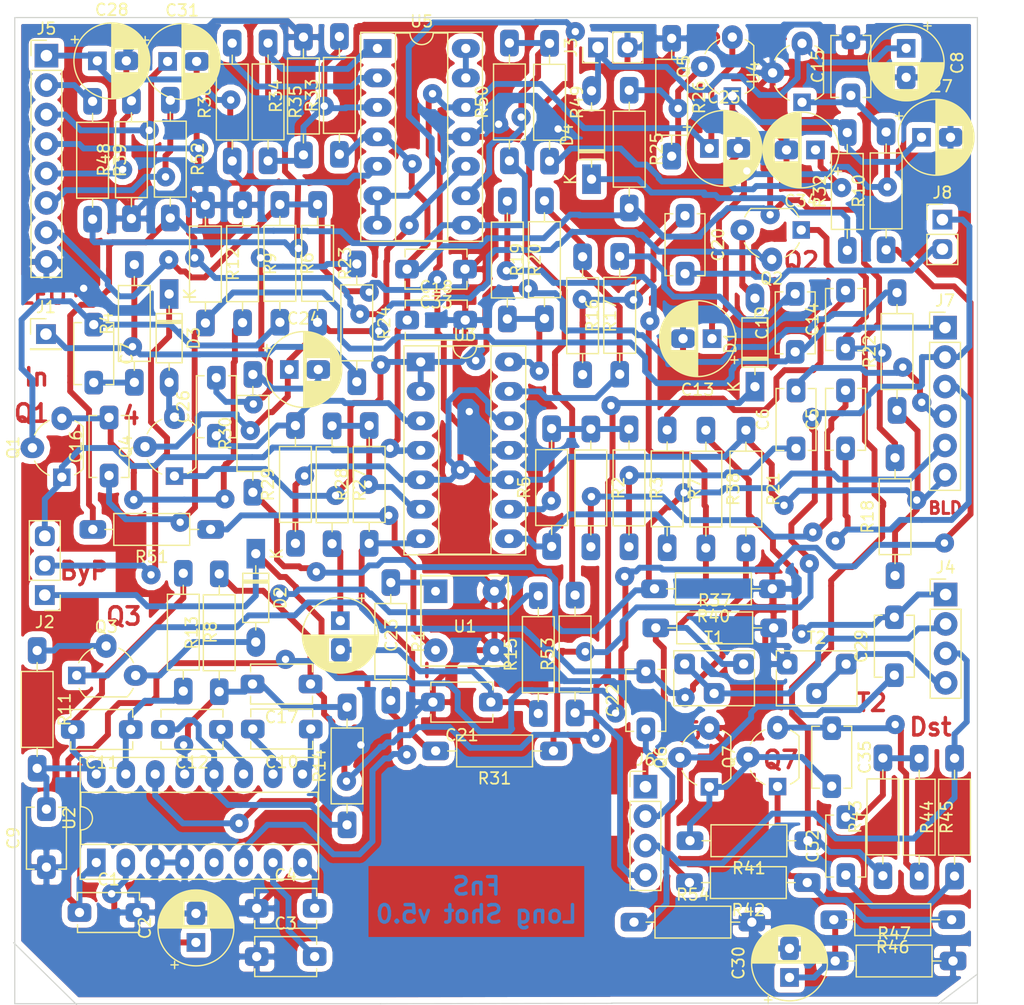
<source format=kicad_pcb>
(kicad_pcb (version 20171130) (host pcbnew "(5.0.2)-1")
  (layers (0 F.Cu signal) (31 B.Cu signal) (34 B.Paste user) (35 F.Paste user) (36 B.SilkS user) (37 F.SilkS user) (38 B.Mask user) (39 F.Mask user) (44 Edge.Cuts user))
  (net 0 "")
  (net 1 Vcc)
  (net 2 GND)
  (net 3 "Net-(C2-Pad1)")
  (net 4 "Net-(C3-Pad2)")
  (net 5 "Net-(C4-Pad2)")
  (net 6 BlendCleanIn)
  (net 7 "Net-(C6-Pad1)")
  (net 8 BlendWetIn)
  (net 9 "Net-(C7-Pad2)")
  (net 10 "Net-(C7-Pad1)")
  (net 11 VBat)
  (net 12 "Net-(C11-Pad2)")
  (net 13 "Net-(C10-Pad1)")
  (net 14 "Net-(C10-Pad2)")
  (net 15 "Net-(C11-Pad1)")
  (net 16 "Net-(C12-Pad2)")
  (net 17 "Net-(C12-Pad1)")
  (net 18 "Net-(C13-Pad1)")
  (net 19 AudioOut_a)
  (net 20 "Net-(C14-Pad2)")
  (net 21 "Net-(C16-Pad2)")
  (net 22 Clean)
  (net 23 "Net-(C17-Pad1)")
  (net 24 "Net-(C17-Pad2)")
  (net 25 V+)
  (net 26 "Net-(C20-Pad1)")
  (net 27 FeedBack_2)
  (net 28 "Net-(C21-Pad1)")
  (net 29 PTOut)
  (net 30 SW_2-PT_in)
  (net 31 "Net-(C24-Pad1)")
  (net 32 "Net-(C24-Pad2)")
  (net 33 Vref)
  (net 34 "Net-(C26-Pad1)")
  (net 35 "Net-(C26-Pad2)")
  (net 36 Speed_1)
  (net 37 Dist_2)
  (net 38 "Net-(C29-Pad1)")
  (net 39 "Net-(C30-Pad1)")
  (net 40 Base_2)
  (net 41 Depth_2)
  (net 42 DistB_2)
  (net 43 "Net-(C34-Pad1)")
  (net 44 "Net-(D1-Pad2)")
  (net 45 BP_N)
  (net 46 "Net-(D2-Pad2)")
  (net 47 BP_P)
  (net 48 "Net-(D3-Pad2)")
  (net 49 "Net-(D4-Pad1)")
  (net 50 AudioOut)
  (net 51 FeedBack_1)
  (net 52 AudioIn)
  (net 53 SW_1-Distortion_In)
  (net 54 SW_B-1)
  (net 55 DistB_3)
  (net 56 Dist_3)
  (net 57 Speed_23)
  (net 58 Base_3)
  (net 59 LED+)
  (net 60 "Net-(Q3-Pad2)")
  (net 61 "Net-(Q5-Pad2)")
  (net 62 "Net-(Q7-Pad1)")
  (net 63 "Net-(R1-Pad1)")
  (net 64 "Net-(R1-Pad2)")
  (net 65 "Net-(R2-Pad1)")
  (net 66 "Net-(R5-Pad1)")
  (net 67 "Net-(R16-Pad1)")
  (net 68 "Net-(R19-Pad1)")
  (net 69 "Net-(R27-Pad1)")
  (net 70 "Net-(R28-Pad1)")
  (net 71 "Net-(R33-Pad2)")
  (net 72 "Net-(R35-Pad1)")
  (net 73 "Net-(R36-Pad2)")
  (net 74 "Net-(R49-Pad1)")
  (net 75 "Net-(R50-Pad1)")
  (net 76 Vactrol_LED+)
  (net 77 "Net-(U2-Pad5)")
  (net 78 "Net-(U5-Pad13)")
  (net 79 "Net-(C5-Pad2)")
  (net 80 "Net-(C19-Pad2)")
  (net 81 "Net-(C22-Pad2)")
  (net 82 "Net-(R53-Pad2)")
  (net 83 "Net-(C32-Pad2)")
  (net 84 "Net-(C32-Pad1)")
  (net 85 "Net-(C35-Pad1)")
  (net 86 "Net-(C35-Pad2)")
  (net 87 CleanIn)
  (module NilsLib:Kondensator_Keramik (layer F.Cu) (at 125.33 98.73 90)
    (fp_text reference C26 (at 2.5 -2.85 90) (layer F.SilkS))
    (fp_text value 100n)
    (pad 1 thru_hole roundrect (at 0 0 90) (size 2.032 1.6) (drill 0.8) (layers *.Cu *.Mask) (net 34 "Net-(C26-Pad1)"))
    (pad 2 thru_hole roundrect (at 5 0 90) (size 2.032 1.6) (drill 0.8) (layers *.Cu *.Mask) (net 35 "Net-(C26-Pad2)"))
  )
  (module NilsLib:PinHeader_1x04_P2.54mm_Vertical_NIK (layer F.Cu) (at 188.21 112.42)
    (fp_text reference J4 (at 0 -2.33) (layer F.SilkS))
    (fp_text value Conn_01x04_Male)
    (pad 1 thru_hole rect (at 0 0) (size 2.032 2.032) (drill 1) (layers *.Cu *.Mask) (net 37 Dist_2))
    (pad 2 thru_hole oval (at 0 2.54) (size 2.032 2.032) (drill 1) (layers *.Cu *.Mask) (net 56 Dist_3))
    (pad 3 thru_hole oval (at 0 5.08) (size 2.032 2.032) (drill 1) (layers *.Cu *.Mask) (net 42 DistB_2))
    (pad 4 thru_hole oval (at 0 7.62) (size 2.032 2.032) (drill 1) (layers *.Cu *.Mask) (net 55 DistB_3))
  )
  (module NilsLib:Stift (layer F.Cu) (at 110.64 89.97)
    (fp_text reference J1 (at 0 -2.33) (layer F.SilkS))
    (fp_text value AudioIn)
    (pad 1 thru_hole rect (at 0 0) (size 1.7 1.7) (drill 1) (layers *.Cu *.Mask) (net 52 AudioIn))
  )
  (module NilsLib:Stift_0x3 (layer F.Cu) (at 110.54 112.47 180)
    (fp_text reference J2 (at 0 -2.33 180) (layer F.SilkS))
    (fp_text value BYPassSW)
    (pad 1 thru_hole rect (at 0 0 180) (size 1.7 1.7) (drill 1) (layers *.Cu *.Mask) (net 45 BP_N))
    (pad 2 thru_hole roundrect (at 0 2.54 180) (size 1.7 1.7) (drill 1) (layers *.Cu *.Mask) (net 47 BP_P))
    (pad 3 thru_hole roundrect (at 0 5.08 180) (size 1.7 1.7) (drill 1) (layers *.Cu *.Mask) (net 25 V+))
  )
  (module Package_DIP:DIP-14_W7.62mm_Socket_LongPads (layer F.Cu) (at 139.22 65.34)
    (fp_text reference U5 (at 3.81 -2.33) (layer F.SilkS))
    (fp_text value TL074)
    (pad 14 thru_hole oval (at 7.62 0) (size 2.4 1.6) (drill 0.8) (layers *.Cu *.Mask) (net 78 "Net-(U5-Pad13)"))
    (pad 7 thru_hole oval (at 0 15.24) (size 2.4 1.6) (drill 0.8) (layers *.Cu *.Mask) (net 82 "Net-(R53-Pad2)"))
    (pad 13 thru_hole oval (at 7.62 2.54) (size 2.4 1.6) (drill 0.8) (layers *.Cu *.Mask) (net 78 "Net-(U5-Pad13)"))
    (pad 6 thru_hole oval (at 0 12.7) (size 2.4 1.6) (drill 0.8) (layers *.Cu *.Mask) (net 82 "Net-(R53-Pad2)"))
    (pad 12 thru_hole oval (at 7.62 5.08) (size 2.4 1.6) (drill 0.8) (layers *.Cu *.Mask) (net 33 Vref))
    (pad 5 thru_hole oval (at 0 10.16) (size 2.4 1.6) (drill 0.8) (layers *.Cu *.Mask) (net 36 Speed_1))
    (pad 11 thru_hole oval (at 7.62 7.62) (size 2.4 1.6) (drill 0.8) (layers *.Cu *.Mask) (net 2 GND))
    (pad 4 thru_hole oval (at 0 7.62) (size 2.4 1.6) (drill 0.8) (layers *.Cu *.Mask) (net 25 V+))
    (pad 10 thru_hole oval (at 7.62 10.16) (size 2.4 1.6) (drill 0.8) (layers *.Cu *.Mask) (net 40 Base_2))
    (pad 3 thru_hole oval (at 0 5.08) (size 2.4 1.6) (drill 0.8) (layers *.Cu *.Mask) (net 71 "Net-(R33-Pad2)"))
    (pad 9 thru_hole oval (at 7.62 12.7) (size 2.4 1.6) (drill 0.8) (layers *.Cu *.Mask) (net 74 "Net-(R49-Pad1)"))
    (pad 2 thru_hole oval (at 0 2.54) (size 2.4 1.6) (drill 0.8) (layers *.Cu *.Mask) (net 73 "Net-(R36-Pad2)"))
    (pad 8 thru_hole oval (at 7.62 15.24) (size 2.4 1.6) (drill 0.8) (layers *.Cu *.Mask) (net 75 "Net-(R50-Pad1)"))
    (pad 1 thru_hole rect (at 0 0) (size 2.4 1.6) (drill 0.8) (layers *.Cu *.Mask) (net 72 "Net-(R35-Pad1)"))
  )
  (module NilsLib:Widerstand_liegend (layer F.Cu) (at 132.84 74.52 90)
    (fp_text reference R34 (at 5.08 -2.37 90) (layer F.SilkS))
    (fp_text value 220k)
    (pad 1 thru_hole roundrect (at 0 0 90) (size 2.286 1.6) (drill 0.8) (layers *.Cu *.Mask) (net 71 "Net-(R33-Pad2)"))
    (pad 2 thru_hole roundrect (at 10.16 0 90) (size 2.286 1.6) (drill 0.8) (layers *.Cu *.Mask) (net 2 GND))
  )
  (module NilsLib:Elko_D6.3mm_P2.50mm (layer F.Cu) (at 136.02 114.68 270)
    (fp_text reference C23 (at 1.25 -4.4 270) (layer F.SilkS))
    (fp_text value 10u)
    (pad 1 thru_hole rect (at 0 0 270) (size 1.6 1.6) (drill 0.8) (layers *.Cu *.Mask) (net 29 PTOut))
    (pad 2 thru_hole roundrect (at 2.5 0 270) (size 2.032 1.6) (drill 0.8) (layers *.Cu *.Mask) (net 28 "Net-(C21-Pad1)"))
  )
  (module NilsLib:Kondensator_Keramik (layer F.Cu) (at 175.31 99.83 90)
    (fp_text reference C6 (at 2.5 -2.85 90) (layer F.SilkS))
    (fp_text value 150n)
    (pad 2 thru_hole roundrect (at 5 0 90) (size 2.032 1.6) (drill 0.8) (layers *.Cu *.Mask) (net 8 BlendWetIn))
    (pad 1 thru_hole roundrect (at 0 0 90) (size 2.032 1.6) (drill 0.8) (layers *.Cu *.Mask) (net 7 "Net-(C6-Pad1)"))
  )
  (module NilsLib:Kondensator_Keramik (layer F.Cu) (at 179.58 99.82 90)
    (fp_text reference C5 (at 2.5 -2.85 90) (layer F.SilkS))
    (fp_text value 150n)
    (pad 1 thru_hole roundrect (at 0 0 90) (size 2.032 1.6) (drill 0.8) (layers *.Cu *.Mask) (net 6 BlendCleanIn))
    (pad 2 thru_hole roundrect (at 5 0 90) (size 2.032 1.6) (drill 0.8) (layers *.Cu *.Mask) (net 79 "Net-(C5-Pad2)"))
  )
  (module NilsLib:Kondensator_Keramik (layer F.Cu) (at 165.74 79.76 270)
    (fp_text reference C20 (at 2.5 -2.85 270) (layer F.SilkS))
    (fp_text value 150n)
    (pad 2 thru_hole roundrect (at 5 0 270) (size 2.032 1.6) (drill 0.8) (layers *.Cu *.Mask) (net 27 FeedBack_2))
    (pad 1 thru_hole roundrect (at 0 0 270) (size 2.032 1.6) (drill 0.8) (layers *.Cu *.Mask) (net 26 "Net-(C20-Pad1)"))
  )
  (module NilsLib:Kondensator_Keramik (layer F.Cu) (at 162.36 124.05 90)
    (fp_text reference C22 (at 2.5 -2.85 90) (layer F.SilkS))
    (fp_text value 150n)
    (pad 1 thru_hole roundrect (at 0 0 90) (size 2.032 1.6) (drill 0.8) (layers *.Cu *.Mask) (net 30 SW_2-PT_in))
    (pad 2 thru_hole roundrect (at 5 0 90) (size 2.032 1.6) (drill 0.8) (layers *.Cu *.Mask) (net 81 "Net-(C22-Pad2)"))
  )
  (module NilsLib:Kondensator_Keramik (layer F.Cu) (at 175.24 91.5 90)
    (fp_text reference C19 (at 2.5 -2.85 90) (layer F.SilkS))
    (fp_text value 150n)
    (pad 1 thru_hole roundrect (at 0 0 90) (size 2.032 1.6) (drill 0.8) (layers *.Cu *.Mask) (net 22 Clean))
    (pad 2 thru_hole roundrect (at 5 0 90) (size 2.032 1.6) (drill 0.8) (layers *.Cu *.Mask) (net 80 "Net-(C19-Pad2)"))
  )
  (module NilsLib:Kondensator_Keramik (layer F.Cu) (at 113.53 139.84)
    (fp_text reference C1 (at 2.5 -2.85) (layer F.SilkS))
    (fp_text value 100n)
    (pad 1 thru_hole roundrect (at 0 0) (size 2.032 1.6) (drill 0.8) (layers *.Cu *.Mask) (net 1 Vcc))
    (pad 2 thru_hole roundrect (at 5 0) (size 2.032 1.6) (drill 0.8) (layers *.Cu *.Mask) (net 2 GND))
  )
  (module NilsLib:Elko_D6.3mm_P2.50mm (layer F.Cu) (at 123.57 142.42 90)
    (fp_text reference C2 (at 1.25 -4.4 90) (layer F.SilkS))
    (fp_text value 47u)
    (pad 2 thru_hole roundrect (at 2.5 0 90) (size 2.032 1.6) (drill 0.8) (layers *.Cu *.Mask) (net 2 GND))
    (pad 1 thru_hole rect (at 0 0 90) (size 1.6 1.6) (drill 0.8) (layers *.Cu *.Mask) (net 3 "Net-(C2-Pad1)"))
  )
  (module NilsLib:Kondensator_Keramik (layer F.Cu) (at 128.81 143.64)
    (fp_text reference C3 (at 2.5 -2.85) (layer F.SilkS))
    (fp_text value 100n)
    (pad 2 thru_hole roundrect (at 5 0) (size 2.032 1.6) (drill 0.8) (layers *.Cu *.Mask) (net 4 "Net-(C3-Pad2)"))
    (pad 1 thru_hole roundrect (at 0 0) (size 2.032 1.6) (drill 0.8) (layers *.Cu *.Mask) (net 2 GND))
  )
  (module NilsLib:Kondensator_Keramik (layer F.Cu) (at 128.81 139.48)
    (fp_text reference C4 (at 2.5 -2.85) (layer F.SilkS))
    (fp_text value 100n)
    (pad 1 thru_hole roundrect (at 0 0) (size 2.032 1.6) (drill 0.8) (layers *.Cu *.Mask) (net 2 GND))
    (pad 2 thru_hole roundrect (at 5 0) (size 2.032 1.6) (drill 0.8) (layers *.Cu *.Mask) (net 5 "Net-(C4-Pad2)"))
  )
  (module NilsLib:Kondensator_Keramik (layer F.Cu) (at 114.76 89.15 270)
    (fp_text reference C7 (at 2.5 -2.85 270) (layer F.SilkS))
    (fp_text value 47n)
    (pad 2 thru_hole roundrect (at 5 0 270) (size 2.032 1.6) (drill 0.8) (layers *.Cu *.Mask) (net 9 "Net-(C7-Pad2)"))
    (pad 1 thru_hole roundrect (at 0 0 270) (size 2.032 1.6) (drill 0.8) (layers *.Cu *.Mask) (net 10 "Net-(C7-Pad1)"))
  )
  (module NilsLib:Elko_D6.3mm_P2.50mm (layer F.Cu) (at 184.81 65.33 270)
    (fp_text reference C8 (at 1.25 -4.4 270) (layer F.SilkS))
    (fp_text value 1u)
    (pad 2 thru_hole roundrect (at 2.5 0 270) (size 2.032 1.6) (drill 0.8) (layers *.Cu *.Mask) (net 2 GND))
    (pad 1 thru_hole rect (at 0 0 270) (size 1.6 1.6) (drill 0.8) (layers *.Cu *.Mask) (net 11 VBat))
  )
  (module NilsLib:Kondensator_Keramik (layer F.Cu) (at 110.68 135.93 90)
    (fp_text reference C9 (at 2.5 -2.85 90) (layer F.SilkS))
    (fp_text value 5,6n)
    (pad 2 thru_hole roundrect (at 5 0 90) (size 2.032 1.6) (drill 0.8) (layers *.Cu *.Mask) (net 12 "Net-(C11-Pad2)"))
    (pad 1 thru_hole roundrect (at 0 0 90) (size 2.032 1.6) (drill 0.8) (layers *.Cu *.Mask) (net 2 GND))
  )
  (module NilsLib:Kondensator_Keramik (layer F.Cu) (at 133.47 124.02 180)
    (fp_text reference C10 (at 2.5 -2.85 180) (layer F.SilkS))
    (fp_text value 100n)
    (pad 1 thru_hole roundrect (at 0 0 180) (size 2.032 1.6) (drill 0.8) (layers *.Cu *.Mask) (net 13 "Net-(C10-Pad1)"))
    (pad 2 thru_hole roundrect (at 5 0 180) (size 2.032 1.6) (drill 0.8) (layers *.Cu *.Mask) (net 14 "Net-(C10-Pad2)"))
  )
  (module NilsLib:Kondensator_Keramik (layer F.Cu) (at 117.95 124.06 180)
    (fp_text reference C11 (at 2.5 -2.85 180) (layer F.SilkS))
    (fp_text value 560p)
    (pad 1 thru_hole roundrect (at 0 0 180) (size 2.032 1.6) (drill 0.8) (layers *.Cu *.Mask) (net 15 "Net-(C11-Pad1)"))
    (pad 2 thru_hole roundrect (at 5 0 180) (size 2.032 1.6) (drill 0.8) (layers *.Cu *.Mask) (net 12 "Net-(C11-Pad2)"))
  )
  (module NilsLib:Kondensator_Keramik (layer F.Cu) (at 125.73 124.05 180)
    (fp_text reference C12 (at 2.5 -2.85 180) (layer F.SilkS))
    (fp_text value 100n)
    (pad 2 thru_hole roundrect (at 5 0 180) (size 2.032 1.6) (drill 0.8) (layers *.Cu *.Mask) (net 16 "Net-(C12-Pad2)"))
    (pad 1 thru_hole roundrect (at 0 0 180) (size 2.032 1.6) (drill 0.8) (layers *.Cu *.Mask) (net 17 "Net-(C12-Pad1)"))
  )
  (module NilsLib:Elko_D6.3mm_P2.50mm (layer F.Cu) (at 168.07 90.36 180)
    (fp_text reference C13 (at 1.25 -4.4 180) (layer F.SilkS))
    (fp_text value 100u)
    (pad 1 thru_hole rect (at 0 0 180) (size 1.6 1.6) (drill 0.8) (layers *.Cu *.Mask) (net 18 "Net-(C13-Pad1)"))
    (pad 2 thru_hole roundrect (at 2.5 0 180) (size 2.032 1.6) (drill 0.8) (layers *.Cu *.Mask) (net 2 GND))
  )
  (module NilsLib:Kondensator_Keramik (layer F.Cu) (at 179.58 91.21 90)
    (fp_text reference C14 (at 2.5 -2.85 90) (layer F.SilkS))
    (fp_text value 47n)
    (pad 1 thru_hole roundrect (at 0 0 90) (size 2.032 1.6) (drill 0.8) (layers *.Cu *.Mask) (net 19 AudioOut_a))
    (pad 2 thru_hole roundrect (at 5 0 90) (size 2.032 1.6) (drill 0.8) (layers *.Cu *.Mask) (net 20 "Net-(C14-Pad2)"))
  )
  (module NilsLib:Kondensator_Keramik (layer F.Cu) (at 180.04 69.39 90)
    (fp_text reference C15 (at 2.5 -2.85 90) (layer F.SilkS))
    (fp_text value 100n)
    (pad 1 thru_hole roundrect (at 0 0 90) (size 2.032 1.6) (drill 0.8) (layers *.Cu *.Mask) (net 18 "Net-(C13-Pad1)"))
    (pad 2 thru_hole roundrect (at 5 0 90) (size 2.032 1.6) (drill 0.8) (layers *.Cu *.Mask) (net 2 GND))
  )
  (module NilsLib:Kondensator_Keramik (layer F.Cu) (at 116.08 102.16 90)
    (fp_text reference C16 (at 2.5 -2.85 90) (layer F.SilkS))
    (fp_text value 47n)
    (pad 2 thru_hole roundrect (at 5 0 90) (size 2.032 1.6) (drill 0.8) (layers *.Cu *.Mask) (net 21 "Net-(C16-Pad2)"))
    (pad 1 thru_hole roundrect (at 0 0 90) (size 2.032 1.6) (drill 0.8) (layers *.Cu *.Mask) (net 22 Clean))
  )
  (module NilsLib:Kondensator_Keramik (layer F.Cu) (at 133.45 120.14 180)
    (fp_text reference C17 (at 2.5 -2.85 180) (layer F.SilkS))
    (fp_text value 560p)
    (pad 1 thru_hole roundrect (at 0 0 180) (size 2.032 1.6) (drill 0.8) (layers *.Cu *.Mask) (net 23 "Net-(C17-Pad1)"))
    (pad 2 thru_hole roundrect (at 5 0 180) (size 2.032 1.6) (drill 0.8) (layers *.Cu *.Mask) (net 24 "Net-(C17-Pad2)"))
  )
  (module NilsLib:Kondensator_Keramik (layer F.Cu) (at 141.79 88.76)
    (fp_text reference C18 (at 2.5 -2.85) (layer F.SilkS))
    (fp_text value 100n)
    (pad 2 thru_hole roundrect (at 5 0) (size 2.032 1.6) (drill 0.8) (layers *.Cu *.Mask) (net 2 GND))
    (pad 1 thru_hole roundrect (at 0 0) (size 2.032 1.6) (drill 0.8) (layers *.Cu *.Mask) (net 25 V+))
  )
  (module NilsLib:Kondensator_Keramik (layer F.Cu) (at 149 121.7 180)
    (fp_text reference C21 (at 2.5 -2.85 180) (layer F.SilkS))
    (fp_text value 100n)
    (pad 1 thru_hole roundrect (at 0 0 180) (size 2.032 1.6) (drill 0.8) (layers *.Cu *.Mask) (net 28 "Net-(C21-Pad1)"))
    (pad 2 thru_hole roundrect (at 5 0 180) (size 2.032 1.6) (drill 0.8) (layers *.Cu *.Mask) (net 2 GND))
  )
  (module NilsLib:Elko_D6.3mm_P2.50mm (layer F.Cu) (at 131.62 93.02)
    (fp_text reference C24 (at 1.25 -4.4) (layer F.SilkS))
    (fp_text value 22u)
    (pad 1 thru_hole rect (at 0 0) (size 1.6 1.6) (drill 0.8) (layers *.Cu *.Mask) (net 31 "Net-(C24-Pad1)"))
    (pad 2 thru_hole roundrect (at 2.5 0) (size 2.032 1.6) (drill 0.8) (layers *.Cu *.Mask) (net 32 "Net-(C24-Pad2)"))
  )
  (module NilsLib:Elko_D6.3mm_P2.50mm (layer F.Cu) (at 167.84 73.96)
    (fp_text reference C25 (at 1.25 -4.4) (layer F.SilkS))
    (fp_text value 33u)
    (pad 1 thru_hole rect (at 0 0) (size 1.6 1.6) (drill 0.8) (layers *.Cu *.Mask) (net 33 Vref))
    (pad 2 thru_hole roundrect (at 2.5 0) (size 2.032 1.6) (drill 0.8) (layers *.Cu *.Mask) (net 2 GND))
  )
  (module NilsLib:Elko_D6.3mm_P2.50mm (layer F.Cu) (at 186.13 73)
    (fp_text reference C27 (at 1.25 -4.4) (layer F.SilkS))
    (fp_text value 470u)
    (pad 2 thru_hole roundrect (at 2.5 0) (size 2.032 1.6) (drill 0.8) (layers *.Cu *.Mask) (net 2 GND))
    (pad 1 thru_hole rect (at 0 0) (size 1.6 1.6) (drill 0.8) (layers *.Cu *.Mask) (net 25 V+))
  )
  (module NilsLib:Elko_D6.3mm_P2.50mm (layer F.Cu) (at 115.07 66.41)
    (fp_text reference C28 (at 1.25 -4.4) (layer F.SilkS))
    (fp_text value 10u)
    (pad 2 thru_hole roundrect (at 2.5 0) (size 2.032 1.6) (drill 0.8) (layers *.Cu *.Mask) (net 2 GND))
    (pad 1 thru_hole rect (at 0 0) (size 1.6 1.6) (drill 0.8) (layers *.Cu *.Mask) (net 36 Speed_1))
  )
  (module NilsLib:Kondensator_Keramik (layer F.Cu) (at 183.79 119.38 90)
    (fp_text reference C29 (at 2.5 -2.85 90) (layer F.SilkS))
    (fp_text value 150n)
    (pad 2 thru_hole roundrect (at 5 0 90) (size 2.032 1.6) (drill 0.8) (layers *.Cu *.Mask) (net 37 Dist_2))
    (pad 1 thru_hole roundrect (at 0 0 90) (size 2.032 1.6) (drill 0.8) (layers *.Cu *.Mask) (net 38 "Net-(C29-Pad1)"))
  )
  (module NilsLib:Elko_D6.3mm_P2.50mm (layer F.Cu) (at 174.75 145.44 90)
    (fp_text reference C30 (at 1.25 -4.4 90) (layer F.SilkS))
    (fp_text value 10u)
    (pad 1 thru_hole rect (at 0 0 90) (size 1.6 1.6) (drill 0.8) (layers *.Cu *.Mask) (net 39 "Net-(C30-Pad1)"))
    (pad 2 thru_hole roundrect (at 2.5 0 90) (size 2.032 1.6) (drill 0.8) (layers *.Cu *.Mask) (net 2 GND))
  )
  (module NilsLib:Elko_D6.3mm_P2.50mm (layer F.Cu) (at 121.13 66.46)
    (fp_text reference C31 (at 1.25 -4.4) (layer F.SilkS))
    (fp_text value 47u)
    (pad 2 thru_hole roundrect (at 2.5 0) (size 2.032 1.6) (drill 0.8) (layers *.Cu *.Mask) (net 40 Base_2))
    (pad 1 thru_hole rect (at 0 0) (size 1.6 1.6) (drill 0.8) (layers *.Cu *.Mask) (net 41 Depth_2))
  )
  (module NilsLib:Kondensator_Keramik (layer F.Cu) (at 179.6 136.61 90)
    (fp_text reference C32 (at 2.5 -2.85 90) (layer F.SilkS))
    (fp_text value 68n)
    (pad 2 thru_hole roundrect (at 5 0 90) (size 2.032 1.6) (drill 0.8) (layers *.Cu *.Mask) (net 83 "Net-(C32-Pad2)"))
    (pad 1 thru_hole roundrect (at 0 0 90) (size 2.032 1.6) (drill 0.8) (layers *.Cu *.Mask) (net 84 "Net-(C32-Pad1)"))
  )
  (module NilsLib:Kondensator_Keramik (layer F.Cu) (at 146.77 84.37 180)
    (fp_text reference C33 (at 2.5 -2.85 180) (layer F.SilkS))
    (fp_text value 100n)
    (pad 1 thru_hole roundrect (at 0 0 180) (size 2.032 1.6) (drill 0.8) (layers *.Cu *.Mask) (net 2 GND))
    (pad 2 thru_hole roundrect (at 5 0 180) (size 2.032 1.6) (drill 0.8) (layers *.Cu *.Mask) (net 25 V+))
  )
  (module NilsLib:Elko_D6.3mm_P2.50mm (layer F.Cu) (at 176.99 74.09 180)
    (fp_text reference C34 (at 1.25 -4.4 180) (layer F.SilkS))
    (fp_text value 4,7u)
    (pad 2 thru_hole roundrect (at 2.5 0 180) (size 2.032 1.6) (drill 0.8) (layers *.Cu *.Mask) (net 2 GND))
    (pad 1 thru_hole rect (at 0 0 180) (size 1.6 1.6) (drill 0.8) (layers *.Cu *.Mask) (net 43 "Net-(C34-Pad1)"))
  )
  (module NilsLib:Diode_Horizontal (layer F.Cu) (at 171.77 94.5 90)
    (fp_text reference D1 (at 3.81 -2.12 90) (layer F.SilkS))
    (fp_text value 1N4148)
    (fp_text user K (at 0 -1.8 90) (layer F.SilkS))
    (pad 2 thru_hole oval (at 7.62 0 90) (size 2.54 1.6) (drill 0.8) (layers *.Cu *.Mask) (net 44 "Net-(D1-Pad2)"))
    (pad 1 thru_hole rect (at 0 0 90) (size 2.54 1.6) (drill 0.8) (layers *.Cu *.Mask) (net 45 BP_N))
  )
  (module NilsLib:Diode_Horizontal (layer F.Cu) (at 128.73 108.9 270)
    (fp_text reference D2 (at 3.81 -2.12 270) (layer F.SilkS))
    (fp_text value 1N4148)
    (fp_text user K (at 0 -1.8 270) (layer F.SilkS))
    (pad 2 thru_hole oval (at 7.62 0 270) (size 2.54 1.6) (drill 0.8) (layers *.Cu *.Mask) (net 46 "Net-(D2-Pad2)"))
    (pad 1 thru_hole rect (at 0 0 270) (size 2.54 1.6) (drill 0.8) (layers *.Cu *.Mask) (net 45 BP_N))
  )
  (module NilsLib:Diode_Horizontal (layer F.Cu) (at 121.26 86.51 270)
    (fp_text reference D3 (at 3.81 -2.12 270) (layer F.SilkS))
    (fp_text value 1N4148)
    (fp_text user K (at 0 -1.8 270) (layer F.SilkS))
    (pad 1 thru_hole rect (at 0 0 270) (size 2.54 1.6) (drill 0.8) (layers *.Cu *.Mask) (net 47 BP_P))
    (pad 2 thru_hole oval (at 7.62 0 270) (size 2.54 1.6) (drill 0.8) (layers *.Cu *.Mask) (net 48 "Net-(D3-Pad2)"))
  )
  (module NilsLib:Diode_Horizontal (layer F.Cu) (at 157.68 76.61 90)
    (fp_text reference D4 (at 3.81 -2.12 90) (layer F.SilkS))
    (fp_text value 1N4148)
    (fp_text user K (at 0 -1.8 90) (layer F.SilkS))
    (pad 1 thru_hole rect (at 0 0 90) (size 2.54 1.6) (drill 0.8) (layers *.Cu *.Mask) (net 49 "Net-(D4-Pad1)"))
    (pad 2 thru_hole oval (at 7.62 0 90) (size 2.54 1.6) (drill 0.8) (layers *.Cu *.Mask) (net 11 VBat))
  )
  (module NilsLib:TO-92_Wide_NIK (layer F.Cu) (at 112.01 102.31 90)
    (fp_text reference Q1 (at 2.55 -4.19 90) (layer F.SilkS))
    (fp_text value BC549)
    (pad 1 thru_hole rect (at 0 0 180) (size 1.5 1.5) (drill 0.8) (layers *.Cu *.Mask) (net 25 V+))
    (pad 3 thru_hole oval (at 5.08 0 180) (size 1.778 2.032) (drill 0.8) (layers *.Cu *.Mask) (net 21 "Net-(C16-Pad2)"))
    (pad 2 thru_hole oval (at 2.54 -2.54 180) (size 2.032 1.778) (drill 0.8) (layers *.Cu *.Mask) (net 10 "Net-(C7-Pad1)"))
  )
  (module NilsLib:TO-92_Wide_NIK (layer F.Cu) (at 175.76 80.99 180)
    (fp_text reference Q2 (at 2.55 -4.19 180) (layer F.SilkS))
    (fp_text value 2n5457)
    (pad 2 thru_hole oval (at 2.54 -2.54 270) (size 2.032 1.778) (drill 0.8) (layers *.Cu *.Mask) (net 31 "Net-(C24-Pad1)"))
    (pad 3 thru_hole oval (at 5.08 0 270) (size 1.778 2.032) (drill 0.8) (layers *.Cu *.Mask) (net 44 "Net-(D1-Pad2)"))
    (pad 1 thru_hole rect (at 0 0 270) (size 1.5 1.5) (drill 0.8) (layers *.Cu *.Mask) (net 19 AudioOut_a))
  )
  (module NilsLib:TO-92_Wide_NIK (layer F.Cu) (at 113.29 119.4)
    (fp_text reference Q3 (at 2.55 -4.19) (layer F.SilkS))
    (fp_text value 2n5457)
    (pad 2 thru_hole oval (at 2.54 -2.54 90) (size 2.032 1.778) (drill 0.8) (layers *.Cu *.Mask) (net 60 "Net-(Q3-Pad2)"))
    (pad 3 thru_hole oval (at 5.08 0 90) (size 1.778 2.032) (drill 0.8) (layers *.Cu *.Mask) (net 46 "Net-(D2-Pad2)"))
    (pad 1 thru_hole rect (at 0 0 90) (size 1.5 1.5) (drill 0.8) (layers *.Cu *.Mask) (net 81 "Net-(C22-Pad2)"))
  )
  (module NilsLib:TO-92_Wide_NIK (layer F.Cu) (at 121.72 102.21 90)
    (fp_text reference Q4 (at 2.55 -4.19 90) (layer F.SilkS))
    (fp_text value 2n5457)
    (pad 1 thru_hole rect (at 0 0 180) (size 1.5 1.5) (drill 0.8) (layers *.Cu *.Mask) (net 87 CleanIn))
    (pad 3 thru_hole oval (at 5.08 0 180) (size 1.778 2.032) (drill 0.8) (layers *.Cu *.Mask) (net 48 "Net-(D3-Pad2)"))
    (pad 2 thru_hole oval (at 2.54 -2.54 180) (size 2.032 1.778) (drill 0.8) (layers *.Cu *.Mask) (net 31 "Net-(C24-Pad1)"))
  )
  (module NilsLib:TO-92_Wide_NIK (layer F.Cu) (at 169.82 69.44 90)
    (fp_text reference Q5 (at 2.55 -4.19 90) (layer F.SilkS))
    (fp_text value 2N3904)
    (pad 2 thru_hole oval (at 2.54 -2.54 180) (size 2.032 1.778) (drill 0.8) (layers *.Cu *.Mask) (net 61 "Net-(Q5-Pad2)"))
    (pad 3 thru_hole oval (at 5.08 0 180) (size 1.778 2.032) (drill 0.8) (layers *.Cu *.Mask) (net 33 Vref))
    (pad 1 thru_hole rect (at 0 0 180) (size 1.5 1.5) (drill 0.8) (layers *.Cu *.Mask) (net 25 V+))
  )
  (module NilsLib:TO-92_Wide_NIK (layer F.Cu) (at 167.84 129.01 90)
    (fp_text reference Q6 (at 2.55 -4.19 90) (layer F.SilkS))
    (fp_text value BC549)
    (pad 1 thru_hole rect (at 0 0 180) (size 1.5 1.5) (drill 0.8) (layers *.Cu *.Mask) (net 86 "Net-(C35-Pad2)"))
    (pad 3 thru_hole oval (at 5.08 0 180) (size 1.778 2.032) (drill 0.8) (layers *.Cu *.Mask) (net 2 GND))
    (pad 2 thru_hole oval (at 2.54 -2.54 180) (size 2.032 1.778) (drill 0.8) (layers *.Cu *.Mask) (net 38 "Net-(C29-Pad1)"))
  )
  (module NilsLib:TO-92_Wide_NIK (layer F.Cu) (at 173.72 128.98 90)
    (fp_text reference Q7 (at 2.55 -4.19 90) (layer F.SilkS))
    (fp_text value 2N3904)
    (pad 1 thru_hole rect (at 0 0 180) (size 1.5 1.5) (drill 0.8) (layers *.Cu *.Mask) (net 62 "Net-(Q7-Pad1)"))
    (pad 3 thru_hole oval (at 5.08 0 180) (size 1.778 2.032) (drill 0.8) (layers *.Cu *.Mask) (net 85 "Net-(C35-Pad1)"))
    (pad 2 thru_hole oval (at 2.54 -2.54 180) (size 2.032 1.778) (drill 0.8) (layers *.Cu *.Mask) (net 86 "Net-(C35-Pad2)"))
  )
  (module NilsLib:Widerstand_liegend (layer F.Cu) (at 140.37 111.39 270)
    (fp_text reference R1 (at 5.08 -2.37 270) (layer F.SilkS))
    (fp_text value 1k)
    (pad 1 thru_hole roundrect (at 0 0 270) (size 2.286 1.6) (drill 0.8) (layers *.Cu *.Mask) (net 63 "Net-(R1-Pad1)"))
    (pad 2 thru_hole roundrect (at 10.16 0 270) (size 2.286 1.6) (drill 0.8) (layers *.Cu *.Mask) (net 64 "Net-(R1-Pad2)"))
  )
  (module NilsLib:Widerstand_liegend (layer F.Cu) (at 157.62 98.15 270)
    (fp_text reference R2 (at 5.08 -2.37 270) (layer F.SilkS))
    (fp_text value 10k)
    (pad 1 thru_hole roundrect (at 0 0 270) (size 2.286 1.6) (drill 0.8) (layers *.Cu *.Mask) (net 65 "Net-(R2-Pad1)"))
    (pad 2 thru_hole roundrect (at 10.16 0 270) (size 2.286 1.6) (drill 0.8) (layers *.Cu *.Mask) (net 79 "Net-(C5-Pad2)"))
  )
  (module NilsLib:Widerstand_liegend (layer F.Cu) (at 160.91 98.15 270)
    (fp_text reference R3 (at 5.08 -2.37 270) (layer F.SilkS))
    (fp_text value 10k)
    (pad 2 thru_hole roundrect (at 10.16 0 270) (size 2.286 1.6) (drill 0.8) (layers *.Cu *.Mask) (net 7 "Net-(C6-Pad1)"))
    (pad 1 thru_hole roundrect (at 0 0 270) (size 2.286 1.6) (drill 0.8) (layers *.Cu *.Mask) (net 65 "Net-(R2-Pad1)"))
  )
  (module NilsLib:Widerstand_liegend (layer F.Cu) (at 118.26 94.13 90)
    (fp_text reference R4 (at 5.08 -2.37 90) (layer F.SilkS))
    (fp_text value 1k)
    (pad 1 thru_hole roundrect (at 0 0 90) (size 2.286 1.6) (drill 0.8) (layers *.Cu *.Mask) (net 9 "Net-(C7-Pad2)"))
    (pad 2 thru_hole roundrect (at 10.16 0 90) (size 2.286 1.6) (drill 0.8) (layers *.Cu *.Mask) (net 52 AudioIn))
  )
  (module NilsLib:Widerstand_liegend (layer F.Cu) (at 154.24 108.28 90)
    (fp_text reference R5 (at 5.08 -2.37 90) (layer F.SilkS))
    (fp_text value 20k)
    (pad 2 thru_hole roundrect (at 10.16 0 90) (size 2.286 1.6) (drill 0.8) (layers *.Cu *.Mask) (net 65 "Net-(R2-Pad1)"))
    (pad 1 thru_hole roundrect (at 0 0 90) (size 2.286 1.6) (drill 0.8) (layers *.Cu *.Mask) (net 66 "Net-(R5-Pad1)"))
  )
  (module NilsLib:Widerstand_liegend (layer F.Cu) (at 130.81 78.79 270)
    (fp_text reference R6 (at 5.08 -2.37 270) (layer F.SilkS))
    (fp_text value 1M)
    (pad 1 thru_hole roundrect (at 0 0 270) (size 2.286 1.6) (drill 0.8) (layers *.Cu *.Mask) (net 33 Vref))
    (pad 2 thru_hole roundrect (at 10.16 0 270) (size 2.286 1.6) (drill 0.8) (layers *.Cu *.Mask) (net 10 "Net-(C7-Pad1)"))
  )
  (module NilsLib:Widerstand_liegend (layer F.Cu) (at 164.2 98.23 270)
    (fp_text reference R7 (at 5.08 -2.37 270) (layer F.SilkS))
    (fp_text value 1k)
    (pad 2 thru_hole roundrect (at 10.16 0 270) (size 2.286 1.6) (drill 0.8) (layers *.Cu *.Mask) (net 66 "Net-(R5-Pad1)"))
    (pad 1 thru_hole roundrect (at 0 0 270) (size 2.286 1.6) (drill 0.8) (layers *.Cu *.Mask) (net 20 "Net-(C14-Pad2)"))
  )
  (module NilsLib:Widerstand_liegend (layer F.Cu) (at 122.48 110.59 270)
    (fp_text reference R8 (at 5.08 -2.37 270) (layer F.SilkS))
    (fp_text value 20k)
    (pad 2 thru_hole roundrect (at 10.16 0 270) (size 2.286 1.6) (drill 0.8) (layers *.Cu *.Mask) (net 15 "Net-(C11-Pad1)"))
    (pad 1 thru_hole roundrect (at 0 0 270) (size 2.286 1.6) (drill 0.8) (layers *.Cu *.Mask) (net 12 "Net-(C11-Pad2)"))
  )
  (module NilsLib:Widerstand_liegend (layer F.Cu) (at 127.59 78.82 270)
    (fp_text reference R9 (at 5.08 -2.37 270) (layer F.SilkS))
    (fp_text value 10k)
    (pad 2 thru_hole roundrect (at 10.16 0 270) (size 2.286 1.6) (drill 0.8) (layers *.Cu *.Mask) (net 21 "Net-(C16-Pad2)"))
    (pad 1 thru_hole roundrect (at 0 0 270) (size 2.286 1.6) (drill 0.8) (layers *.Cu *.Mask) (net 2 GND))
  )
  (module NilsLib:Widerstand_liegend (layer F.Cu) (at 183.08 82.7 90)
    (fp_text reference R10 (at 5.08 -2.37 90) (layer F.SilkS))
    (fp_text value 10)
    (pad 1 thru_hole roundrect (at 0 0 90) (size 2.286 1.6) (drill 0.8) (layers *.Cu *.Mask) (net 1 Vcc))
    (pad 2 thru_hole roundrect (at 10.16 0 90) (size 2.286 1.6) (drill 0.8) (layers *.Cu *.Mask) (net 18 "Net-(C13-Pad1)"))
  )
  (module NilsLib:Widerstand_liegend (layer F.Cu) (at 109.88 117.25 270)
    (fp_text reference R11 (at 5.08 -2.37 270) (layer F.SilkS))
    (fp_text value 20k)
    (pad 2 thru_hole roundrect (at 10.16 0 270) (size 2.286 1.6) (drill 0.8) (layers *.Cu *.Mask) (net 12 "Net-(C11-Pad2)"))
    (pad 1 thru_hole roundrect (at 0 0 270) (size 2.286 1.6) (drill 0.8) (layers *.Cu *.Mask) (net 60 "Net-(Q3-Pad2)"))
  )
  (module NilsLib:Widerstand_liegend (layer F.Cu) (at 124.39 78.85 270)
    (fp_text reference R12 (at 5.08 -2.37 270) (layer F.SilkS))
    (fp_text value 1M)
    (pad 1 thru_hole roundrect (at 0 0 270) (size 2.286 1.6) (drill 0.8) (layers *.Cu *.Mask) (net 2 GND))
    (pad 2 thru_hole roundrect (at 10.16 0 270) (size 2.286 1.6) (drill 0.8) (layers *.Cu *.Mask) (net 22 Clean))
  )
  (module NilsLib:Widerstand_liegend (layer F.Cu) (at 125.58 120.8 90)
    (fp_text reference R13 (at 5.08 -2.37 90) (layer F.SilkS))
    (fp_text value 20k)
    (pad 1 thru_hole roundrect (at 0 0 90) (size 2.286 1.6) (drill 0.8) (layers *.Cu *.Mask) (net 24 "Net-(C17-Pad2)"))
    (pad 2 thru_hole roundrect (at 10.16 0 90) (size 2.286 1.6) (drill 0.8) (layers *.Cu *.Mask) (net 23 "Net-(C17-Pad1)"))
  )
  (module NilsLib:Widerstand_liegend (layer F.Cu) (at 136.6 132.28 90)
    (fp_text reference R14 (at 5.08 -2.37 90) (layer F.SilkS))
    (fp_text value 20k)
    (pad 1 thru_hole roundrect (at 0 0 90) (size 2.286 1.6) (drill 0.8) (layers *.Cu *.Mask) (net 16 "Net-(C12-Pad2)"))
    (pad 2 thru_hole roundrect (at 10.16 0 90) (size 2.286 1.6) (drill 0.8) (layers *.Cu *.Mask) (net 24 "Net-(C17-Pad2)"))
  )
  (module NilsLib:Widerstand_liegend (layer F.Cu) (at 153.09 122.68 90)
    (fp_text reference R15 (at 5.08 -2.37 90) (layer F.SilkS))
    (fp_text value 4,7k)
    (pad 2 thru_hole roundrect (at 10.16 0 90) (size 2.286 1.6) (drill 0.8) (layers *.Cu *.Mask) (net 23 "Net-(C17-Pad1)"))
    (pad 1 thru_hole roundrect (at 0 0 90) (size 2.286 1.6) (drill 0.8) (layers *.Cu *.Mask) (net 28 "Net-(C21-Pad1)"))
  )
  (module NilsLib:Widerstand_liegend (layer F.Cu) (at 160.11 93.43 90)
    (fp_text reference R16 (at 5.08 -2.37 90) (layer F.SilkS))
    (fp_text value 47k)
    (pad 2 thru_hole roundrect (at 10.16 0 90) (size 2.286 1.6) (drill 0.8) (layers *.Cu *.Mask) (net 80 "Net-(C19-Pad2)"))
    (pad 1 thru_hole roundrect (at 0 0 90) (size 2.286 1.6) (drill 0.8) (layers *.Cu *.Mask) (net 67 "Net-(R16-Pad1)"))
  )
  (module NilsLib:Widerstand_liegend (layer F.Cu) (at 156.91 83.3 270)
    (fp_text reference R17 (at 5.08 -2.37 270) (layer F.SilkS))
    (fp_text value 100k)
    (pad 1 thru_hole roundrect (at 0 0 270) (size 2.286 1.6) (drill 0.8) (layers *.Cu *.Mask) (net 67 "Net-(R16-Pad1)"))
    (pad 2 thru_hole roundrect (at 10.16 0 270) (size 2.286 1.6) (drill 0.8) (layers *.Cu *.Mask) (net 26 "Net-(C20-Pad1)"))
  )
  (module NilsLib:Widerstand_liegend (layer F.Cu) (at 183.85 110.79 90)
    (fp_text reference R18 (at 5.08 -2.37 90) (layer F.SilkS))
    (fp_text value 1M)
    (pad 1 thru_hole roundrect (at 0 0 90) (size 2.286 1.6) (drill 0.8) (layers *.Cu *.Mask) (net 33 Vref))
    (pad 2 thru_hole roundrect (at 10.16 0 90) (size 2.286 1.6) (drill 0.8) (layers *.Cu *.Mask) (net 19 AudioOut_a))
  )
  (module NilsLib:Widerstand_liegend (layer F.Cu) (at 153.62 88.63 90)
    (fp_text reference R19 (at 5.08 -2.37 90) (layer F.SilkS))
    (fp_text value 100k)
    (pad 1 thru_hole roundrect (at 0 0 90) (size 2.286 1.6) (drill 0.8) (layers *.Cu *.Mask) (net 68 "Net-(R19-Pad1)"))
    (pad 2 thru_hole roundrect (at 10.16 0 90) (size 2.286 1.6) (drill 0.8) (layers *.Cu *.Mask) (net 67 "Net-(R16-Pad1)"))
  )
  (module NilsLib:Widerstand_liegend (layer F.Cu) (at 150.42 78.5 270)
    (fp_text reference R20 (at 5.08 -2.37 270) (layer F.SilkS))
    (fp_text value 1k)
    (pad 2 thru_hole roundrect (at 10.16 0 270) (size 2.286 1.6) (drill 0.8) (layers *.Cu *.Mask) (net 68 "Net-(R19-Pad1)"))
    (pad 1 thru_hole roundrect (at 0 0 270) (size 2.286 1.6) (drill 0.8) (layers *.Cu *.Mask) (net 53 SW_1-Distortion_In))
  )
  (module NilsLib:Widerstand_liegend (layer F.Cu) (at 170.99 98.25 270)
    (fp_text reference R21 (at 5.08 -2.37 270) (layer F.SilkS))
    (fp_text value 1M)
    (pad 1 thru_hole roundrect (at 0 0 270) (size 2.286 1.6) (drill 0.8) (layers *.Cu *.Mask) (net 33 Vref))
    (pad 2 thru_hole roundrect (at 10.16 0 270) (size 2.286 1.6) (drill 0.8) (layers *.Cu *.Mask) (net 81 "Net-(C22-Pad2)"))
  )
  (module NilsLib:Widerstand_liegend (layer F.Cu) (at 184.02 96.55 90)
    (fp_text reference R22 (at 5.08 -2.37 90) (layer F.SilkS))
    (fp_text value 1M)
    (pad 2 thru_hole roundrect (at 10.16 0 90) (size 2.286 1.6) (drill 0.8) (layers *.Cu *.Mask) (net 87 CleanIn))
    (pad 1 thru_hole roundrect (at 0 0 90) (size 2.286 1.6) (drill 0.8) (layers *.Cu *.Mask) (net 33 Vref))
  )
  (module NilsLib:Widerstand_liegend (layer F.Cu) (at 134.06 78.79 270)
    (fp_text reference R23 (at 5.08 -2.37 270) (layer F.SilkS))
    (fp_text value 1M)
    (pad 2 thru_hole roundrect (at 10.16 0 270) (size 2.286 1.6) (drill 0.8) (layers *.Cu *.Mask) (net 31 "Net-(C24-Pad1)"))
    (pad 1 thru_hole roundrect (at 0 0 270) (size 2.286 1.6) (drill 0.8) (layers *.Cu *.Mask) (net 33 Vref))
  )
  (module NilsLib:Widerstand_liegend (layer F.Cu) (at 137.44 83.92 270)
    (fp_text reference R24 (at 5.08 -2.37 270) (layer F.SilkS))
    (fp_text value 1k)
    (pad 1 thru_hole roundrect (at 0 0 270) (size 2.286 1.6) (drill 0.8) (layers *.Cu *.Mask) (net 35 "Net-(C26-Pad2)"))
    (pad 2 thru_hole roundrect (at 10.16 0 270) (size 2.286 1.6) (drill 0.8) (layers *.Cu *.Mask) (net 52 AudioIn))
  )
  (module NilsLib:Widerstand_liegend (layer F.Cu) (at 160.93 68.94 270)
    (fp_text reference R25 (at 5.08 -2.37 270) (layer F.SilkS))
    (fp_text value 9,1k)
    (pad 2 thru_hole roundrect (at 10.16 0 270) (size 2.286 1.6) (drill 0.8) (layers *.Cu *.Mask) (net 25 V+))
    (pad 1 thru_hole roundrect (at 0 0 270) (size 2.286 1.6) (drill 0.8) (layers *.Cu *.Mask) (net 61 "Net-(Q5-Pad2)"))
  )
  (module NilsLib:Widerstand_liegend (layer F.Cu) (at 164.59 64.47 270)
    (fp_text reference R26 (at 5.08 -2.37 270) (layer F.SilkS))
    (fp_text value 10k)
    (pad 1 thru_hole roundrect (at 0 0 270) (size 2.286 1.6) (drill 0.8) (layers *.Cu *.Mask) (net 2 GND))
    (pad 2 thru_hole roundrect (at 10.16 0 270) (size 2.286 1.6) (drill 0.8) (layers *.Cu *.Mask) (net 61 "Net-(Q5-Pad2)"))
  )
  (module NilsLib:Widerstand_liegend (layer F.Cu) (at 135.31 97.88 270)
    (fp_text reference R27 (at 5.08 -2.37 270) (layer F.SilkS))
    (fp_text value 10k)
    (pad 2 thru_hole roundrect (at 10.16 0 270) (size 2.286 1.6) (drill 0.8) (layers *.Cu *.Mask) (net 29 PTOut))
    (pad 1 thru_hole roundrect (at 0 0 270) (size 2.286 1.6) (drill 0.8) (layers *.Cu *.Mask) (net 69 "Net-(R27-Pad1)"))
  )
  (module NilsLib:Widerstand_liegend (layer F.Cu) (at 138.51 108.01 90)
    (fp_text reference R28 (at 5.08 -2.37 90) (layer F.SilkS))
    (fp_text value 30k)
    (pad 1 thru_hole roundrect (at 0 0 90) (size 2.286 1.6) (drill 0.8) (layers *.Cu *.Mask) (net 70 "Net-(R28-Pad1)"))
    (pad 2 thru_hole roundrect (at 10.16 0 90) (size 2.286 1.6) (drill 0.8) (layers *.Cu *.Mask) (net 69 "Net-(R27-Pad1)"))
  )
  (module NilsLib:Widerstand_liegend (layer F.Cu) (at 132.15 108.01 90)
    (fp_text reference R29 (at 5.08 -2.37 90) (layer F.SilkS))
    (fp_text value 1M)
    (pad 1 thru_hole roundrect (at 0 0 90) (size 2.286 1.6) (drill 0.8) (layers *.Cu *.Mask) (net 33 Vref))
    (pad 2 thru_hole roundrect (at 10.16 0 90) (size 2.286 1.6) (drill 0.8) (layers *.Cu *.Mask) (net 34 "Net-(C26-Pad1)"))
  )
  (module NilsLib:Widerstand_liegend (layer F.Cu) (at 128.48 103.61 90)
    (fp_text reference R30 (at 5.08 -2.37 90) (layer F.SilkS))
    (fp_text value 1k)
    (pad 2 thru_hole roundrect (at 10.16 0 90) (size 2.286 1.6) (drill 0.8) (layers *.Cu *.Mask) (net 32 "Net-(C24-Pad2)"))
    (pad 1 thru_hole roundrect (at 0 0 90) (size 2.286 1.6) (drill 0.8) (layers *.Cu *.Mask) (net 50 AudioOut))
  )
  (module NilsLib:Widerstand_liegend (layer F.Cu) (at 154.4 125.91 180)
    (fp_text reference R31 (at 5.08 -2.37 180) (layer F.SilkS))
    (fp_text value 1k)
    (pad 1 thru_hole roundrect (at 0 0 180) (size 2.286 1.6) (drill 0.8) (layers *.Cu *.Mask) (net 51 FeedBack_1))
    (pad 2 thru_hole roundrect (at 10.16 0 180) (size 2.286 1.6) (drill 0.8) (layers *.Cu *.Mask) (net 70 "Net-(R28-Pad1)"))
  )
  (module NilsLib:Widerstand_liegend (layer F.Cu) (at 179.73 82.75 90)
    (fp_text reference R32 (at 5.08 -2.37 90) (layer F.SilkS))
    (fp_text value 10)
    (pad 1 thru_hole roundrect (at 0 0 90) (size 2.286 1.6) (drill 0.8) (layers *.Cu *.Mask) (net 49 "Net-(D4-Pad1)"))
    (pad 2 thru_hole roundrect (at 10.16 0 90) (size 2.286 1.6) (drill 0.8) (layers *.Cu *.Mask) (net 25 V+))
  )
  (module NilsLib:Widerstand_liegend (layer F.Cu) (at 135.94 74.47 90)
    (fp_text reference R33 (at 5.08 -2.37 90) (layer F.SilkS))
    (fp_text value 220k)
    (pad 2 thru_hole roundrect (at 10.16 0 90) (size 2.286 1.6) (drill 0.8) (layers *.Cu *.Mask) (net 71 "Net-(R33-Pad2)"))
    (pad 1 thru_hole roundrect (at 0 0 90) (size 2.286 1.6) (drill 0.8) (layers *.Cu *.Mask) (net 25 V+))
  )
  (module NilsLib:Widerstand_liegend (layer F.Cu) (at 129.79 64.87 270)
    (fp_text reference R35 (at 5.08 -2.37 270) (layer F.SilkS))
    (fp_text value 100k)
    (pad 2 thru_hole roundrect (at 10.16 0 270) (size 2.286 1.6) (drill 0.8) (layers *.Cu *.Mask) (net 71 "Net-(R33-Pad2)"))
    (pad 1 thru_hole roundrect (at 0 0 270) (size 2.286 1.6) (drill 0.8) (layers *.Cu *.Mask) (net 72 "Net-(R35-Pad1)"))
  )
  (module NilsLib:Widerstand_liegend (layer F.Cu) (at 126.7 75.04 90)
    (fp_text reference R36 (at 5.08 -2.37 90) (layer F.SilkS))
    (fp_text value 100k)
    (pad 2 thru_hole roundrect (at 10.16 0 90) (size 2.286 1.6) (drill 0.8) (layers *.Cu *.Mask) (net 73 "Net-(R36-Pad2)"))
    (pad 1 thru_hole roundrect (at 0 0 90) (size 2.286 1.6) (drill 0.8) (layers *.Cu *.Mask) (net 36 Speed_1))
  )
  (module NilsLib:Widerstand_liegend (layer F.Cu) (at 163.22 115.3)
    (fp_text reference R37 (at 5.08 -2.37) (layer F.SilkS))
    (fp_text value 1M)
    (pad 2 thru_hole roundrect (at 10.16 0) (size 2.286 1.6) (drill 0.8) (layers *.Cu *.Mask) (net 2 GND))
    (pad 1 thru_hole roundrect (at 0 0) (size 2.286 1.6) (drill 0.8) (layers *.Cu *.Mask) (net 53 SW_1-Distortion_In))
  )
  (module NilsLib:Widerstand_liegend (layer F.Cu) (at 167.54 98.25 270)
    (fp_text reference R38 (at 5.08 -2.37 270) (layer F.SilkS))
    (fp_text value 150k)
    (pad 1 thru_hole roundrect (at 0 0 270) (size 2.286 1.6) (drill 0.8) (layers *.Cu *.Mask) (net 37 Dist_2))
    (pad 2 thru_hole roundrect (at 10.16 0 270) (size 2.286 1.6) (drill 0.8) (layers *.Cu *.Mask) (net 53 SW_1-Distortion_In))
  )
  (module NilsLib:Widerstand_liegend (layer F.Cu) (at 114.66 69.9 270)
    (fp_text reference R39 (at 5.08 -2.37 270) (layer F.SilkS))
    (fp_text value 10k)
    (pad 1 thru_hole roundrect (at 0 0 270) (size 2.286 1.6) (drill 0.8) (layers *.Cu *.Mask) (net 57 Speed_23))
    (pad 2 thru_hole roundrect (at 10.16 0 270) (size 2.286 1.6) (drill 0.8) (layers *.Cu *.Mask) (net 72 "Net-(R35-Pad1)"))
  )
  (module NilsLib:Widerstand_liegend (layer F.Cu) (at 173.27 111.93 180)
    (fp_text reference R40 (at 5.08 -2.37 180) (layer F.SilkS))
    (fp_text value 1M)
    (pad 2 thru_hole roundrect (at 10.16 0 180) (size 2.286 1.6) (drill 0.8) (layers *.Cu *.Mask) (net 50 AudioOut))
    (pad 1 thru_hole roundrect (at 0 0 180) (size 2.286 1.6) (drill 0.8) (layers *.Cu *.Mask) (net 2 GND))
  )
  (module NilsLib:Widerstand_liegend (layer F.Cu) (at 176.33 133.65 180)
    (fp_text reference R41 (at 5.08 -2.37 180) (layer F.SilkS))
    (fp_text value 33k)
    (pad 2 thru_hole roundrect (at 10.16 0 180) (size 2.286 1.6) (drill 0.8) (layers *.Cu *.Mask) (net 86 "Net-(C35-Pad2)"))
    (pad 1 thru_hole roundrect (at 0 0 180) (size 2.286 1.6) (drill 0.8) (layers *.Cu *.Mask) (net 25 V+))
  )
  (module NilsLib:Widerstand_liegend (layer F.Cu) (at 176.28 137.26 180)
    (fp_text reference R42 (at 5.08 -2.37 180) (layer F.SilkS))
    (fp_text value 100k)
    (pad 2 thru_hole roundrect (at 10.16 0 180) (size 2.286 1.6) (drill 0.8) (layers *.Cu *.Mask) (net 38 "Net-(C29-Pad1)"))
    (pad 1 thru_hole roundrect (at 0 0 180) (size 2.286 1.6) (drill 0.8) (layers *.Cu *.Mask) (net 62 "Net-(Q7-Pad1)"))
  )
  (module NilsLib:Widerstand_liegend (layer F.Cu) (at 182.8 136.67 90)
    (fp_text reference R43 (at 5.08 -2.37 90) (layer F.SilkS))
    (fp_text value 1k)
    (pad 1 thru_hole roundrect (at 0 0 90) (size 2.286 1.6) (drill 0.8) (layers *.Cu *.Mask) (net 25 V+))
    (pad 2 thru_hole roundrect (at 10.16 0 90) (size 2.286 1.6) (drill 0.8) (layers *.Cu *.Mask) (net 83 "Net-(C32-Pad2)"))
  )
  (module NilsLib:Widerstand_liegend (layer F.Cu) (at 188.98 136.7 90)
    (fp_text reference R44 (at 5.08 -2.37 90) (layer F.SilkS))
    (fp_text value 10k)
    (pad 1 thru_hole roundrect (at 0 0 90) (size 2.286 1.6) (drill 0.8) (layers *.Cu *.Mask) (net 84 "Net-(C32-Pad1)"))
    (pad 2 thru_hole roundrect (at 10.16 0 90) (size 2.286 1.6) (drill 0.8) (layers *.Cu *.Mask) (net 42 DistB_2))
  )
  (module NilsLib:Widerstand_liegend (layer F.Cu) (at 185.93 126.54 270)
    (fp_text reference R45 (at 5.08 -2.37 270) (layer F.SilkS))
    (fp_text value 5,6k)
    (pad 2 thru_hole roundrect (at 10.16 0 270) (size 2.286 1.6) (drill 0.8) (layers *.Cu *.Mask) (net 85 "Net-(C35-Pad1)"))
    (pad 1 thru_hole roundrect (at 0 0 270) (size 2.286 1.6) (drill 0.8) (layers *.Cu *.Mask) (net 83 "Net-(C32-Pad2)"))
  )
  (module NilsLib:Widerstand_liegend (layer F.Cu) (at 188.73 140.46 180)
    (fp_text reference R46 (at 5.08 -2.37 180) (layer F.SilkS))
    (fp_text value 470)
    (pad 2 thru_hole roundrect (at 10.16 0 180) (size 2.286 1.6) (drill 0.8) (layers *.Cu *.Mask) (net 39 "Net-(C30-Pad1)"))
    (pad 1 thru_hole roundrect (at 0 0 180) (size 2.286 1.6) (drill 0.8) (layers *.Cu *.Mask) (net 62 "Net-(Q7-Pad1)"))
  )
  (module NilsLib:Widerstand_liegend (layer F.Cu) (at 178.69 144.02)
    (fp_text reference R47 (at 5.08 -2.37) (layer F.SilkS))
    (fp_text value 470)
    (pad 2 thru_hole roundrect (at 10.16 0) (size 2.286 1.6) (drill 0.8) (layers *.Cu *.Mask) (net 2 GND))
    (pad 1 thru_hole roundrect (at 0 0) (size 2.286 1.6) (drill 0.8) (layers *.Cu *.Mask) (net 39 "Net-(C30-Pad1)"))
  )
  (module NilsLib:Widerstand_liegend (layer F.Cu) (at 118.01 80.01 90)
    (fp_text reference R48 (at 5.08 -2.37 90) (layer F.SilkS))
    (fp_text value 22k)
    (pad 1 thru_hole roundrect (at 0 0 90) (size 2.286 1.6) (drill 0.8) (layers *.Cu *.Mask) (net 2 GND))
    (pad 2 thru_hole roundrect (at 10.16 0 90) (size 2.286 1.6) (drill 0.8) (layers *.Cu *.Mask) (net 58 Base_3))
  )
  (module NilsLib:Widerstand_liegend (layer F.Cu) (at 154.06 64.9 270)
    (fp_text reference R49 (at 5.08 -2.37 270) (layer F.SilkS))
    (fp_text value 33k)
    (pad 1 thru_hole roundrect (at 0 0 270) (size 2.286 1.6) (drill 0.8) (layers *.Cu *.Mask) (net 74 "Net-(R49-Pad1)"))
    (pad 2 thru_hole roundrect (at 10.16 0 270) (size 2.286 1.6) (drill 0.8) (layers *.Cu *.Mask) (net 43 "Net-(C34-Pad1)"))
  )
  (module NilsLib:Widerstand_liegend (layer F.Cu) (at 150.6 75.03 90)
    (fp_text reference R50 (at 5.08 -2.37 90) (layer F.SilkS))
    (fp_text value 10k)
    (pad 2 thru_hole roundrect (at 10.16 0 90) (size 2.286 1.6) (drill 0.8) (layers *.Cu *.Mask) (net 74 "Net-(R49-Pad1)"))
    (pad 1 thru_hole roundrect (at 0 0 90) (size 2.286 1.6) (drill 0.8) (layers *.Cu *.Mask) (net 75 "Net-(R50-Pad1)"))
  )
  (module NilsLib:Widerstand_liegend (layer F.Cu) (at 124.84 106.81 180)
    (fp_text reference R51 (at 5.08 -2.37 180) (layer F.SilkS))
    (fp_text value 33k)
    (pad 2 thru_hole roundrect (at 10.16 0 180) (size 2.286 1.6) (drill 0.8) (layers *.Cu *.Mask) (net 75 "Net-(R50-Pad1)"))
    (pad 1 thru_hole roundrect (at 0 0 180) (size 2.286 1.6) (drill 0.8) (layers *.Cu *.Mask) (net 76 Vactrol_LED+))
  )
  (module NilsLib:Widerstand_liegend (layer F.Cu) (at 121.36 69.8 270)
    (fp_text reference R52 (at 5.08 -2.37 270) (layer F.SilkS))
    (fp_text value 22k)
    (pad 1 thru_hole roundrect (at 0 0 270) (size 2.286 1.6) (drill 0.8) (layers *.Cu *.Mask) (net 59 LED+))
    (pad 2 thru_hole roundrect (at 10.16 0 270) (size 2.286 1.6) (drill 0.8) (layers *.Cu *.Mask) (net 75 "Net-(R50-Pad1)"))
  )
  (module NilsLib:Vactrol (layer F.Cu) (at 146.77 114.68)
    (fp_text reference U1 (at 0 0.5) (layer F.SilkS))
    (fp_text value Vactrol)
    (pad 4 thru_hole circle (at 2.54 2.54) (size 2.032 2.032) (drill 0.762) (layers *.Cu *.Mask) (net 2 GND))
    (pad 3 thru_hole circle (at -2.54 2.54) (size 2.032 2.032) (drill 0.762) (layers *.Cu *.Mask) (net 76 Vactrol_LED+))
    (pad 2 thru_hole circle (at 2.54 -2.54) (size 2.032 2.032) (drill 0.762) (layers *.Cu *.Mask) (net 2 GND))
    (pad 1 thru_hole rect (at -2.54 -2.54) (size 2.032 2.032) (drill 0.762) (layers *.Cu *.Mask) (net 63 "Net-(R1-Pad1)"))
  )
  (module Package_DIP:DIP-16_W7.62mm_Socket_LongPads (layer F.Cu) (at 114.98 135.53 90)
    (fp_text reference U2 (at 3.81 -2.33 90) (layer F.SilkS))
    (fp_text value PT2399)
    (pad 1 thru_hole rect (at 0 0 90) (size 2.4 1.6) (drill 0.8) (layers *.Cu *.Mask) (net 1 Vcc))
    (pad 9 thru_hole oval (at 7.62 17.78 90) (size 2.4 1.6) (drill 0.8) (layers *.Cu *.Mask) (net 13 "Net-(C10-Pad1)"))
    (pad 2 thru_hole oval (at 0 2.54 90) (size 2.4 1.6) (drill 0.8) (layers *.Cu *.Mask) (net 3 "Net-(C2-Pad1)"))
    (pad 10 thru_hole oval (at 7.62 15.24 90) (size 2.4 1.6) (drill 0.8) (layers *.Cu *.Mask) (net 14 "Net-(C10-Pad2)"))
    (pad 3 thru_hole oval (at 0 5.08 90) (size 2.4 1.6) (drill 0.8) (layers *.Cu *.Mask) (net 2 GND))
    (pad 11 thru_hole oval (at 7.62 12.7 90) (size 2.4 1.6) (drill 0.8) (layers *.Cu *.Mask) (net 17 "Net-(C12-Pad1)"))
    (pad 4 thru_hole oval (at 0 7.62 90) (size 2.4 1.6) (drill 0.8) (layers *.Cu *.Mask) (net 2 GND))
    (pad 12 thru_hole oval (at 7.62 10.16 90) (size 2.4 1.6) (drill 0.8) (layers *.Cu *.Mask) (net 16 "Net-(C12-Pad2)"))
    (pad 5 thru_hole oval (at 0 10.16 90) (size 2.4 1.6) (drill 0.8) (layers *.Cu *.Mask) (net 77 "Net-(U2-Pad5)"))
    (pad 13 thru_hole oval (at 7.62 7.62 90) (size 2.4 1.6) (drill 0.8) (layers *.Cu *.Mask) (net 24 "Net-(C17-Pad2)"))
    (pad 6 thru_hole oval (at 0 12.7 90) (size 2.4 1.6) (drill 0.8) (layers *.Cu *.Mask) (net 64 "Net-(R1-Pad2)"))
    (pad 14 thru_hole oval (at 7.62 5.08 90) (size 2.4 1.6) (drill 0.8) (layers *.Cu *.Mask) (net 23 "Net-(C17-Pad1)"))
    (pad 7 thru_hole oval (at 0 15.24 90) (size 2.4 1.6) (drill 0.8) (layers *.Cu *.Mask) (net 4 "Net-(C3-Pad2)"))
    (pad 15 thru_hole oval (at 7.62 2.54 90) (size 2.4 1.6) (drill 0.8) (layers *.Cu *.Mask) (net 15 "Net-(C11-Pad1)"))
    (pad 8 thru_hole oval (at 0 17.78 90) (size 2.4 1.6) (drill 0.8) (layers *.Cu *.Mask) (net 5 "Net-(C4-Pad2)"))
    (pad 16 thru_hole oval (at 7.62 0 90) (size 2.4 1.6) (drill 0.8) (layers *.Cu *.Mask) (net 12 "Net-(C11-Pad2)"))
  )
  (module Package_DIP:DIP-14_W7.62mm_Socket_LongPads (layer F.Cu) (at 142.95 92.37)
    (fp_text reference U3 (at 3.81 -2.33) (layer F.SilkS))
    (fp_text value TL074)
    (pad 1 thru_hole rect (at 0 0) (size 2.4 1.6) (drill 0.8) (layers *.Cu *.Mask) (net 87 CleanIn))
    (pad 8 thru_hole oval (at 7.62 15.24) (size 2.4 1.6) (drill 0.8) (layers *.Cu *.Mask) (net 66 "Net-(R5-Pad1)"))
    (pad 2 thru_hole oval (at 0 2.54) (size 2.4 1.6) (drill 0.8) (layers *.Cu *.Mask) (net 87 CleanIn))
    (pad 9 thru_hole oval (at 7.62 12.7) (size 2.4 1.6) (drill 0.8) (layers *.Cu *.Mask) (net 65 "Net-(R2-Pad1)"))
    (pad 3 thru_hole oval (at 0 5.08) (size 2.4 1.6) (drill 0.8) (layers *.Cu *.Mask) (net 34 "Net-(C26-Pad1)"))
    (pad 10 thru_hole oval (at 7.62 10.16) (size 2.4 1.6) (drill 0.8) (layers *.Cu *.Mask) (net 33 Vref))
    (pad 4 thru_hole oval (at 0 7.62) (size 2.4 1.6) (drill 0.8) (layers *.Cu *.Mask) (net 25 V+))
    (pad 11 thru_hole oval (at 7.62 7.62) (size 2.4 1.6) (drill 0.8) (layers *.Cu *.Mask) (net 2 GND))
    (pad 5 thru_hole oval (at 0 10.16) (size 2.4 1.6) (drill 0.8) (layers *.Cu *.Mask) (net 33 Vref))
    (pad 12 thru_hole oval (at 7.62 5.08) (size 2.4 1.6) (drill 0.8) (layers *.Cu *.Mask) (net 33 Vref))
    (pad 6 thru_hole oval (at 0 12.7) (size 2.4 1.6) (drill 0.8) (layers *.Cu *.Mask) (net 69 "Net-(R27-Pad1)"))
    (pad 13 thru_hole oval (at 7.62 2.54) (size 2.4 1.6) (drill 0.8) (layers *.Cu *.Mask) (net 67 "Net-(R16-Pad1)"))
    (pad 7 thru_hole oval (at 0 15.24) (size 2.4 1.6) (drill 0.8) (layers *.Cu *.Mask) (net 70 "Net-(R28-Pad1)"))
    (pad 14 thru_hole oval (at 7.62 0) (size 2.4 1.6) (drill 0.8) (layers *.Cu *.Mask) (net 68 "Net-(R19-Pad1)"))
  )
  (module NilsLib:TO-92_Wide_NIK (layer F.Cu) (at 175.83 69.98 90)
    (fp_text reference U4 (at 2.55 -4.19 90) (layer F.SilkS))
    (fp_text value L78L05_TO92)
    (pad 2 thru_hole oval (at 2.54 -2.54 180) (size 2.032 1.778) (drill 0.8) (layers *.Cu *.Mask) (net 2 GND))
    (pad 3 thru_hole oval (at 5.08 0 180) (size 1.778 2.032) (drill 0.8) (layers *.Cu *.Mask) (net 11 VBat))
    (pad 1 thru_hole rect (at 0 0 180) (size 1.5 1.5) (drill 0.8) (layers *.Cu *.Mask) (net 18 "Net-(C13-Pad1)"))
  )
  (module NilsLib:Stift_x02 (layer F.Cu) (at 158.24 65.25 90)
    (fp_text reference J3 (at 0 -2.33 90) (layer F.SilkS))
    (fp_text value Power)
    (pad 1 thru_hole rect (at 0 0 90) (size 1.7 1.7) (drill 1) (layers *.Cu *.Mask) (net 11 VBat))
    (pad 2 thru_hole roundrect (at 0 2.54 90) (size 1.7 1.7) (drill 1) (layers *.Cu *.Mask) (net 2 GND))
  )
  (module NilsLib:PinHeader_1x08_P2.54mm_Vertical_Nik (layer F.Cu) (at 110.68 65.96)
    (fp_text reference J5 (at 0 -2.33) (layer F.SilkS))
    (fp_text value LFO)
    (pad 1 thru_hole rect (at 0 0) (size 2.032 2.032) (drill 1) (layers *.Cu *.Mask) (net 36 Speed_1))
    (pad 2 thru_hole oval (at 0 2.54) (size 2.032 2.032) (drill 1) (layers *.Cu *.Mask) (net 57 Speed_23))
    (pad 3 thru_hole oval (at 0 5.08) (size 2.032 2.032) (drill 1) (layers *.Cu *.Mask) (net 41 Depth_2))
    (pad 4 thru_hole oval (at 0 7.62) (size 2.032 2.032) (drill 1) (layers *.Cu *.Mask) (net 40 Base_2))
    (pad 5 thru_hole oval (at 0 10.16) (size 2.032 2.032) (drill 1) (layers *.Cu *.Mask) (net 58 Base_3))
    (pad 6 thru_hole oval (at 0 12.7) (size 2.032 2.032) (drill 1) (layers *.Cu *.Mask) (net 59 LED+))
    (pad 7 thru_hole oval (at 0 15.24) (size 2.032 2.032) (drill 1) (layers *.Cu *.Mask) (net 33 Vref))
    (pad 8 thru_hole oval (at 0 17.78) (size 2.032 2.032) (drill 1) (layers *.Cu *.Mask) (net 2 GND))
  )
  (module NilsLib:PinHeader_1x04_P2.54mm_Vertical_NIK (layer F.Cu) (at 162.33 128.99)
    (fp_text reference J6 (at 0 -2.33) (layer F.SilkS))
    (fp_text value AgeSw)
    (pad 1 thru_hole rect (at 0 0) (size 2.032 2.032) (drill 1) (layers *.Cu *.Mask) (net 53 SW_1-Distortion_In))
    (pad 2 thru_hole oval (at 0 2.54) (size 2.032 2.032) (drill 1) (layers *.Cu *.Mask) (net 30 SW_2-PT_in))
    (pad 3 thru_hole oval (at 0 5.08) (size 2.032 2.032) (drill 1) (layers *.Cu *.Mask) (net 42 DistB_2))
    (pad 4 thru_hole oval (at 0 7.62) (size 2.032 2.032) (drill 1) (layers *.Cu *.Mask) (net 54 SW_B-1))
  )
  (module NilsLib:Widerstand_liegend (layer F.Cu) (at 156.26 122.63 90)
    (fp_text reference R53 (at 5.08 -2.37 90) (layer F.SilkS))
    (fp_text value 1M)
    (pad 1 thru_hole roundrect (at 0 0 90) (size 2.286 1.6) (drill 0.8) (layers *.Cu *.Mask) (net 54 SW_B-1))
    (pad 2 thru_hole roundrect (at 10.16 0 90) (size 2.286 1.6) (drill 0.8) (layers *.Cu *.Mask) (net 82 "Net-(R53-Pad2)"))
  )
  (module NilsLib:PinHeader_1x06_P2.54mm_Vertical_NIK (layer F.Cu) (at 188.16 89.41)
    (fp_text reference J7 (at 0 -2.33) (layer F.SilkS))
    (fp_text value BlendMix)
    (pad 1 thru_hole rect (at 0 0) (size 2.032 2.032) (drill 1) (layers *.Cu *.Mask) (net 22 Clean))
    (pad 2 thru_hole oval (at 0 2.54) (size 2.032 2.032) (drill 1) (layers *.Cu *.Mask) (net 51 FeedBack_1))
    (pad 3 thru_hole oval (at 0 5.08) (size 2.032 2.032) (drill 1) (layers *.Cu *.Mask) (net 6 BlendCleanIn))
    (pad 4 thru_hole oval (at 0 7.62) (size 2.032 2.032) (drill 1) (layers *.Cu *.Mask) (net 8 BlendWetIn))
    (pad 5 thru_hole oval (at 0 10.16) (size 2.032 2.032) (drill 1) (layers *.Cu *.Mask) (net 50 AudioOut))
    (pad 6 thru_hole oval (at 0 12.7) (size 2.032 2.032) (drill 1) (layers *.Cu *.Mask) (net 33 Vref))
  )
  (module NilsLib:Stift_x02 (layer F.Cu) (at 187.93 80.1)
    (fp_text reference J8 (at 0 -2.33) (layer F.SilkS))
    (fp_text value Feedback)
    (pad 1 thru_hole rect (at 0 0) (size 1.7 1.7) (drill 1) (layers *.Cu *.Mask) (net 51 FeedBack_1))
    (pad 2 thru_hole roundrect (at 0 2.54) (size 1.7 1.7) (drill 1) (layers *.Cu *.Mask) (net 27 FeedBack_2))
  )
  (module NilsLib:Kondensator_Keramik (layer F.Cu) (at 178.39 123.95 270)
    (fp_text reference C35 (at 2.5 -2.85 270) (layer F.SilkS))
    (fp_text value 100p)
    (pad 1 thru_hole roundrect (at 0 0 270) (size 2.032 1.6) (drill 0.8) (layers *.Cu *.Mask) (net 85 "Net-(C35-Pad1)"))
    (pad 2 thru_hole roundrect (at 5 0 270) (size 2.032 1.6) (drill 0.8) (layers *.Cu *.Mask) (net 86 "Net-(C35-Pad2)"))
  )
  (module NilsLib:Widerstand_liegend (layer F.Cu) (at 161.34 140.67)
    (fp_text reference R54 (at 5.08 -2.37) (layer F.SilkS))
    (fp_text value 22k)
    (pad 1 thru_hole roundrect (at 0 0) (size 2.286 1.6) (drill 0.8) (layers *.Cu *.Mask) (net 42 DistB_2))
    (pad 2 thru_hole roundrect (at 10.16 0) (size 2.286 1.6) (drill 0.8) (layers *.Cu *.Mask) (net 2 GND))
  )
  (module NilsLib:Trimmer_Vertical (layer F.Cu) (at 170.79 118.41)
    (fp_text reference T1 (at -2.54 -2.27) (layer F.SilkS))
    (fp_text value 100k)
    (pad 1 thru_hole roundrect (at 0 0) (size 1.778 1.778) (drill 0.8) (layers *.Cu *.Mask) (net 53 SW_1-Distortion_In))
    (pad 2 thru_hole roundrect (at -2.54 2.54) (size 1.778 1.778) (drill 0.8) (layers *.Cu *.Mask) (net 56 Dist_3))
    (pad 3 thru_hole roundrect (at -5.08 0) (size 1.778 1.778) (drill 0.8) (layers *.Cu *.Mask) (net 56 Dist_3))
  )
  (module NilsLib:Trimmer_Vertical (layer F.Cu) (at 179.63 118.42)
    (fp_text reference T2 (at -2.54 -2.27) (layer F.SilkS))
    (fp_text value 50k)
    (pad 3 thru_hole roundrect (at -5.08 0) (size 1.778 1.778) (drill 0.8) (layers *.Cu *.Mask) (net 2 GND))
    (pad 2 thru_hole roundrect (at -2.54 2.54) (size 1.778 1.778) (drill 0.8) (layers *.Cu *.Mask) (net 55 DistB_3))
    (pad 1 thru_hole roundrect (at 0 0) (size 1.778 1.778) (drill 0.8) (layers *.Cu *.Mask) (net 55 DistB_3))
  )
  (gr_text T2 (at 181.84 121.74) (layer F.Cu) (effects (font (size 1.5 1.5) (thickness 0.3))))
  (gr_line (start 139.47 147.7) (end 159.46 147.67) (angle 90) (layer Edge.Cuts) (width 0.1))
  (gr_text Q7 (at 174 126.67) (layer F.Cu) (effects (font (size 1.5 1.5) (thickness 0.3))))
  (gr_line (start 107.85 142.44) (end 113.28 147.78) (angle 90) (layer Edge.Cuts) (width 0.1))
  (gr_line (start 190.96 145.14) (end 187.6 147.68) (angle 90) (layer Edge.Cuts) (width 0.1))
  (gr_text ByP (at 113.92 110.39) (layer F.Cu) (effects (font (size 1.5 1.5) (thickness 0.3))))
  (gr_text Q3 (at 117.35 114.3) (layer F.Cu) (effects (font (size 1.5 1.5) (thickness 0.3))))
  (gr_text - (at 147.7 118.57) (layer F.Cu) (effects (font (size 1.5 1.5) (thickness 0.3))))
  (gr_text + (at 143.48 118.82) (layer F.Cu) (effects (font (size 1.5 1.5) (thickness 0.3))))
  (gr_text Q6 (at 165.67 124.22) (layer F.Cu) (effects (font (size 1.5 1.5) (thickness 0.3))))
  (gr_text AgeSw (at 155.85 131.32) (layer F.Cu) (effects (font (size 1.5 1.5) (thickness 0.3))))
  (gr_text Dst (at 186.9 123.85) (layer F.Cu) (effects (font (size 1.5 1.5) (thickness 0.3))))
  (gr_text BLD (at 188.18 104.97) (layer F.Cu) (effects (font (size 1.016 1.016) (thickness 0.254))))
  (gr_text FB (at 186.33 77.46) (layer F.Cu) (effects (font (size 1.5 1.5) (thickness 0.3))))
  (gr_text Q2 (at 175.77 83.68) (layer F.Cu) (effects (font (size 1.5 1.5) (thickness 0.3))))
  (gr_text U4 (at 173.09 64.32) (layer F.Cu) (effects (font (size 1.5 1.5) (thickness 0.3))))
  (gr_text Q5 (at 167.4 64.27) (layer F.Cu) (effects (font (size 1.5 1.5) (thickness 0.3))))
  (gr_text In (at 109.83 93.68) (layer F.Cu) (effects (font (size 1.5 1.5) (thickness 0.3))))
  (gr_text LFO (at 110.39 86.61) (layer F.Cu) (effects (font (size 1.5 1.5) (thickness 0.3))))
  (gr_text 4 (at 117.98 97.01) (layer F.Cu) (effects (font (size 1.5 1.5) (thickness 0.3))))
  (gr_text Q1 (at 109.42 96.8) (layer F.Cu) (effects (font (size 1.5 1.5) (thickness 0.3))))
  (gr_line (start 190.95 62.6699) (end 190.95 147.66846) (angle 90) (layer Edge.Cuts) (width 0.1))
  (gr_text "FnS\nLong Shot v5.0" (at 147.75 138.77) (layer B.Cu) (effects (font (size 1.5 1.5) (thickness 0.3)) (justify mirror)))
  (gr_line (start 159.4 147.65) (end 190.94934 147.65) (angle 90) (layer Edge.Cuts) (width 0.1))
  (gr_line (start 107.95 147.7) (end 139.49934 147.7) (angle 90) (layer Edge.Cuts) (width 0.1))
  (gr_line (start 107.95 62.675) (end 190.94958 62.675) (angle 90) (layer Edge.Cuts) (width 0.1))
  (gr_line (start 107.95 62.6999) (end 107.95 147.69846) (angle 90) (layer Edge.Cuts) (width 0.1))
  (segment (start 113.53 139.84) (end 113.53 136.98) (width 0.508) (layer B.Cu) (net 1))
  (segment (start 113.53 136.98) (end 114.98 135.53) (width 0.508) (layer B.Cu) (net 1))
  (segment (start 113.53 139.84) (end 113.53 139.49) (width 0.508) (layer F.Cu) (net 1))
  (segment (start 130.96 118.34) (end 131.29 118.01) (width 0.508) (layer F.Cu) (net 1))
  (segment (start 131.29 118.01) (end 131.39 117.91) (width 0.508) (layer F.Cu) (net 1))
  (segment (start 121.45 118.34) (end 130.96 118.34) (width 0.508) (layer F.Cu) (net 1))
  (segment (start 120.16 119.63) (end 121.45 118.34) (width 0.508) (layer F.Cu) (net 1))
  (segment (start 120.16 121.25) (end 120.16 119.63) (width 0.508) (layer F.Cu) (net 1))
  (segment (start 119.63 121.78) (end 120.16 121.25) (width 0.508) (layer F.Cu) (net 1))
  (segment (start 116.95 121.78) (end 119.63 121.78) (width 0.508) (layer F.Cu) (net 1))
  (segment (start 115.98 122.75) (end 116.95 121.78) (width 0.508) (layer F.Cu) (net 1))
  (segment (start 115.98 124.51) (end 115.98 122.75) (width 0.508) (layer F.Cu) (net 1))
  (segment (start 114.76 125.73) (end 115.98 124.51) (width 0.508) (layer F.Cu) (net 1))
  (segment (start 113.53 125.73) (end 114.76 125.73) (width 0.508) (layer F.Cu) (net 1))
  (segment (start 112.57 126.69) (end 113.53 125.73) (width 0.508) (layer F.Cu) (net 1))
  (segment (start 112.57 138.53) (end 112.57 126.69) (width 0.508) (layer F.Cu) (net 1))
  (segment (start 113.53 139.49) (end 112.57 138.53) (width 0.508) (layer F.Cu) (net 1))
  (via (at 131.29 118.01) (size 1.651) (drill 0.635) (layers F.Cu B.Cu) (net 1))
  (segment (start 145.34 120.08) (end 146.14 120.88) (width 0.508) (layer B.Cu) (net 1))
  (segment (start 142.19 120.08) (end 145.34 120.08) (width 0.508) (layer B.Cu) (net 1))
  (segment (start 141.74 119.63) (end 142.19 120.08) (width 0.508) (layer B.Cu) (net 1))
  (segment (start 141.69 119.63) (end 141.74 119.63) (width 0.508) (layer B.Cu) (net 1))
  (segment (start 138.78 119.63) (end 135.71 119.63) (width 0.508) (layer B.Cu) (net 1))
  (segment (start 134.23 118.15) (end 135.71 119.63) (width 0.508) (layer B.Cu) (net 1))
  (segment (start 131.43 118.15) (end 134.23 118.15) (width 0.508) (layer B.Cu) (net 1))
  (segment (start 131.43 118.15) (end 131.29 118.01) (width 0.508) (layer B.Cu) (net 1))
  (segment (start 141.69 119.63) (end 138.78 119.63) (width 0.508) (layer B.Cu) (net 1))
  (segment (start 183.08 82.7) (end 184 82.7) (width 0.508) (layer F.Cu) (net 1))
  (segment (start 188.26 107.83) (end 188.26 107.59) (width 0.508) (layer F.Cu) (net 1))
  (segment (start 188.11 107.98) (end 188.26 107.83) (width 0.508) (layer F.Cu) (net 1))
  (via (at 188.11 107.98) (size 1.651) (drill 0.635) (layers F.Cu B.Cu) (net 1))
  (segment (start 187.95 108.14) (end 188.11 107.98) (width 0.508) (layer B.Cu) (net 1))
  (segment (start 182.24 108.14) (end 187.95 108.14) (width 0.508) (layer B.Cu) (net 1))
  (segment (start 180.39 109.99) (end 182.24 108.14) (width 0.508) (layer B.Cu) (net 1))
  (segment (start 178.67 109.99) (end 180.39 109.99) (width 0.508) (layer B.Cu) (net 1))
  (segment (start 177.07 108.39) (end 178.67 109.99) (width 0.508) (layer B.Cu) (net 1))
  (segment (start 175.16 108.39) (end 177.07 108.39) (width 0.508) (layer B.Cu) (net 1))
  (segment (start 173.65 109.9) (end 175.16 108.39) (width 0.508) (layer B.Cu) (net 1))
  (segment (start 173.65 110.26) (end 173.65 109.9) (width 0.508) (layer B.Cu) (net 1))
  (segment (start 158.66 120.72) (end 159.78 121.84) (width 0.508) (layer B.Cu) (net 1))
  (segment (start 156.72 120.72) (end 158.66 120.72) (width 0.508) (layer B.Cu) (net 1))
  (segment (start 156.675 120.675) (end 156.72 120.72) (width 0.508) (layer B.Cu) (net 1))
  (segment (start 159.78 121.84) (end 159.78 122.61) (width 0.508) (layer B.Cu) (net 1))
  (segment (start 159.78 122.61) (end 159.75 122.64) (width 0.508) (layer B.Cu) (net 1))
  (via (at 159.75 122.64) (size 1.651) (drill 0.635) (layers F.Cu B.Cu) (net 1))
  (segment (start 159.75 122.64) (end 160.25 122.14) (width 0.508) (layer F.Cu) (net 1))
  (segment (start 160.25 122.14) (end 160.25 117.26) (width 0.508) (layer F.Cu) (net 1))
  (segment (start 160.25 117.26) (end 160.6 116.91) (width 0.508) (layer F.Cu) (net 1))
  (segment (start 160.6 116.91) (end 160.6 110.93) (width 0.508) (layer F.Cu) (net 1))
  (segment (start 160.6 110.93) (end 160.54 110.87) (width 0.508) (layer F.Cu) (net 1))
  (via (at 160.54 110.87) (size 1.651) (drill 0.635) (layers F.Cu B.Cu) (net 1))
  (segment (start 160.54 110.87) (end 160.98 110.43) (width 0.508) (layer B.Cu) (net 1))
  (segment (start 160.98 110.43) (end 161.51 110.43) (width 0.508) (layer B.Cu) (net 1))
  (segment (start 161.51 110.43) (end 161.83 110.11) (width 0.508) (layer B.Cu) (net 1))
  (segment (start 161.83 110.11) (end 163.65 110.11) (width 0.508) (layer B.Cu) (net 1))
  (segment (start 163.65 110.11) (end 163.81 110.27) (width 0.508) (layer B.Cu) (net 1))
  (segment (start 163.81 110.27) (end 173.64 110.27) (width 0.508) (layer B.Cu) (net 1))
  (segment (start 173.64 110.27) (end 173.65 110.26) (width 0.508) (layer B.Cu) (net 1))
  (segment (start 156.675 120.675) (end 152.575 120.675) (width 0.508) (layer B.Cu) (net 1))
  (segment (start 184 82.7) (end 187.15 85.85) (width 0.508) (layer F.Cu) (net 1))
  (segment (start 187.15 85.85) (end 188.94 85.85) (width 0.508) (layer F.Cu) (net 1))
  (segment (start 188.94 85.85) (end 190.36 87.27) (width 0.508) (layer F.Cu) (net 1))
  (segment (start 190.36 87.27) (end 190.36 105.49) (width 0.508) (layer F.Cu) (net 1))
  (segment (start 190.36 105.49) (end 188.26 107.59) (width 0.508) (layer F.Cu) (net 1))
  (segment (start 146.14 120.88) (end 146.14 122.34) (width 0.508) (layer B.Cu) (net 1))
  (segment (start 150.59 124.24) (end 150.755 124.075) (width 0.508) (layer B.Cu) (net 1))
  (segment (start 150.755 124.075) (end 150.84 123.99) (width 0.508) (layer B.Cu) (net 1))
  (segment (start 148.04 124.24) (end 150.59 124.24) (width 0.508) (layer B.Cu) (net 1))
  (segment (start 146.14 122.34) (end 148.04 124.24) (width 0.508) (layer B.Cu) (net 1))
  (segment (start 150.755 124.075) (end 150.755 121.525) (width 0.508) (layer B.Cu) (net 1))
  (segment (start 152.56 120.66) (end 152.575 120.675) (width 0.508) (layer B.Cu) (net 1))
  (segment (start 152.575 120.675) (end 152.62 120.72) (width 0.508) (layer B.Cu) (net 1))
  (segment (start 151.62 120.66) (end 152.56 120.66) (width 0.508) (layer B.Cu) (net 1))
  (segment (start 150.755 121.525) (end 151.62 120.66) (width 0.508) (layer B.Cu) (net 1))
  (segment (start 173.29 67.44) (end 173.29 64.28) (width 0.508) (layer B.Cu) (net 2))
  (segment (start 173.29 64.28) (end 174.29 63.28) (width 0.508) (layer B.Cu) (net 2))
  (segment (start 174.29 63.28) (end 177.33 63.28) (width 0.508) (layer B.Cu) (net 2))
  (segment (start 177.33 63.28) (end 178.44 64.39) (width 0.508) (layer B.Cu) (net 2))
  (segment (start 178.44 64.39) (end 180.04 64.39) (width 0.508) (layer B.Cu) (net 2))
  (segment (start 180.04 64.39) (end 181.28 64.39) (width 0.508) (layer B.Cu) (net 2))
  (segment (start 185.89 67.83) (end 184.81 67.83) (width 0.508) (layer B.Cu) (net 2))
  (segment (start 187.55 66.17) (end 185.89 67.83) (width 0.508) (layer B.Cu) (net 2))
  (segment (start 187.55 64.84) (end 187.55 66.17) (width 0.508) (layer B.Cu) (net 2))
  (segment (start 186.11 63.4) (end 187.55 64.84) (width 0.508) (layer B.Cu) (net 2))
  (segment (start 182.27 63.4) (end 186.11 63.4) (width 0.508) (layer B.Cu) (net 2))
  (segment (start 181.28 64.39) (end 182.27 63.4) (width 0.508) (layer B.Cu) (net 2))
  (segment (start 184.81 67.83) (end 186.77 67.83) (width 0.508) (layer B.Cu) (net 2))
  (segment (start 188.63 69.69) (end 188.63 73) (width 0.508) (layer B.Cu) (net 2))
  (segment (start 186.77 67.83) (end 188.63 69.69) (width 0.508) (layer B.Cu) (net 2))
  (segment (start 160.78 65.25) (end 161.9 65.25) (width 0.508) (layer B.Cu) (net 2))
  (segment (start 162.68 64.47) (end 164.59 64.47) (width 0.508) (layer B.Cu) (net 2))
  (segment (start 161.9 65.25) (end 162.68 64.47) (width 0.508) (layer B.Cu) (net 2))
  (segment (start 171.85 70.92) (end 171.85 68.88) (width 0.508) (layer F.Cu) (net 2))
  (segment (start 171.85 68.88) (end 173.29 67.44) (width 0.508) (layer F.Cu) (net 2))
  (segment (start 127.59 78.82) (end 124.42 78.82) (width 0.508) (layer B.Cu) (net 2))
  (segment (start 124.42 78.82) (end 124.39 78.85) (width 0.508) (layer B.Cu) (net 2))
  (segment (start 118.01 80.01) (end 118.01 79.79) (width 0.508) (layer B.Cu) (net 2))
  (segment (start 123.39 77.85) (end 124.39 78.85) (width 0.508) (layer B.Cu) (net 2))
  (segment (start 119.95 77.85) (end 123.39 77.85) (width 0.508) (layer B.Cu) (net 2))
  (segment (start 118.01 79.79) (end 119.95 77.85) (width 0.508) (layer B.Cu) (net 2))
  (segment (start 110.68 83.74) (end 111.61 83.74) (width 0.508) (layer B.Cu) (net 2))
  (via (at 113.89 86.02) (size 1.651) (drill 0.635) (layers F.Cu B.Cu) (net 2))
  (segment (start 111.61 83.74) (end 113.89 86.02) (width 0.508) (layer B.Cu) (net 2))
  (segment (start 146.79 84.39) (end 146.77 84.37) (width 0.508) (layer F.Cu) (net 2))
  (segment (start 148.99 82.53) (end 148.99 75.32) (width 0.508) (layer F.Cu) (net 2))
  (segment (start 148.99 75.32) (end 149.01 75.3) (width 0.508) (layer F.Cu) (net 2))
  (segment (start 149.01 75.3) (end 149.01 72.34) (width 0.508) (layer F.Cu) (net 2))
  (segment (start 149.01 72.34) (end 149.48 71.87) (width 0.508) (layer F.Cu) (net 2))
  (segment (start 149.48 71.87) (end 149.67 71.87) (width 0.508) (layer F.Cu) (net 2))
  (via (at 149.67 71.87) (size 1.651) (drill 0.635) (layers F.Cu B.Cu) (net 2))
  (segment (start 127.59 78.82) (end 127.59 77.58) (width 0.508) (layer F.Cu) (net 2))
  (segment (start 131.45 62.97) (end 132.84 64.36) (width 0.508) (layer F.Cu) (net 2))
  (segment (start 128.84 62.97) (end 131.45 62.97) (width 0.508) (layer F.Cu) (net 2))
  (segment (start 128.25 63.56) (end 128.84 62.97) (width 0.508) (layer F.Cu) (net 2))
  (segment (start 128.25 64.3) (end 128.25 63.56) (width 0.508) (layer F.Cu) (net 2))
  (segment (start 128.28 64.33) (end 128.25 64.3) (width 0.508) (layer F.Cu) (net 2))
  (segment (start 128.28 76.89) (end 128.28 64.33) (width 0.508) (layer F.Cu) (net 2))
  (segment (start 127.59 77.58) (end 128.28 76.89) (width 0.508) (layer F.Cu) (net 2))
  (segment (start 123.79 64.29) (end 124.65 63.43) (width 0.508) (layer B.Cu) (net 2))
  (segment (start 117.57 65.74) (end 119.02 64.29) (width 0.508) (layer B.Cu) (net 2))
  (segment (start 119.02 64.29) (end 123.79 64.29) (width 0.508) (layer B.Cu) (net 2))
  (segment (start 117.57 66.41) (end 117.57 65.74) (width 0.508) (layer B.Cu) (net 2))
  (segment (start 131.45 62.97) (end 132.84 64.36) (width 0.508) (layer B.Cu) (net 2))
  (segment (start 125.15 62.97) (end 131.45 62.97) (width 0.508) (layer B.Cu) (net 2))
  (segment (start 124.69 63.43) (end 125.15 62.97) (width 0.508) (layer B.Cu) (net 2))
  (segment (start 124.65 63.43) (end 124.69 63.43) (width 0.508) (layer B.Cu) (net 2))
  (segment (start 174.36 73.96) (end 174.49 74.09) (width 0.508) (layer B.Cu) (net 2))
  (segment (start 164.59 64.47) (end 167.22 64.47) (width 0.508) (layer B.Cu) (net 2))
  (segment (start 167.22 64.47) (end 167.3 64.55) (width 0.508) (layer B.Cu) (net 2))
  (segment (start 167.3 64.55) (end 167.47 64.55) (width 0.508) (layer B.Cu) (net 2))
  (segment (start 167.47 64.55) (end 169.06 66.14) (width 0.508) (layer B.Cu) (net 2))
  (segment (start 169.06 66.14) (end 171.99 66.14) (width 0.508) (layer B.Cu) (net 2))
  (segment (start 171.99 66.14) (end 173.29 67.44) (width 0.508) (layer B.Cu) (net 2))
  (via (at 154.8 72.28) (size 1.651) (drill 0.635) (layers F.Cu B.Cu) (net 2))
  (segment (start 154.8 72.28) (end 155.7 71.38) (width 0.508) (layer F.Cu) (net 2))
  (segment (start 155.7 71.38) (end 158.54 71.38) (width 0.508) (layer F.Cu) (net 2))
  (segment (start 122.6 135.53) (end 120.06 135.53) (width 0.508) (layer B.Cu) (net 2))
  (segment (start 118.53 139.84) (end 118.53 138.3) (width 0.508) (layer B.Cu) (net 2))
  (segment (start 120.06 136.77) (end 120.06 135.53) (width 0.508) (layer B.Cu) (net 2))
  (segment (start 118.53 138.3) (end 120.06 136.77) (width 0.508) (layer B.Cu) (net 2))
  (segment (start 123.57 139.92) (end 123.57 138.92) (width 0.508) (layer B.Cu) (net 2))
  (segment (start 122.6 137.95) (end 122.6 135.53) (width 0.508) (layer B.Cu) (net 2))
  (segment (start 123.57 138.92) (end 122.6 137.95) (width 0.508) (layer B.Cu) (net 2))
  (segment (start 123.57 139.92) (end 128.37 139.92) (width 0.508) (layer B.Cu) (net 2))
  (segment (start 128.37 139.92) (end 128.81 139.48) (width 0.508) (layer B.Cu) (net 2))
  (segment (start 128.81 139.48) (end 128.81 143.64) (width 0.508) (layer B.Cu) (net 2))
  (segment (start 110.68 135.93) (end 110.68 141.75) (width 0.508) (layer B.Cu) (net 2))
  (segment (start 116.63 139.84) (end 118.53 139.84) (width 0.508) (layer B.Cu) (net 2))
  (segment (start 114.52 141.95) (end 116.63 139.84) (width 0.508) (layer B.Cu) (net 2))
  (segment (start 110.88 141.95) (end 114.52 141.95) (width 0.508) (layer B.Cu) (net 2))
  (segment (start 110.68 141.75) (end 110.88 141.95) (width 0.508) (layer B.Cu) (net 2))
  (segment (start 171.85 70.92) (end 171.87 70.92) (width 0.508) (layer F.Cu) (net 2))
  (segment (start 174.49 73.54) (end 174.49 74.09) (width 0.508) (layer F.Cu) (net 2))
  (segment (start 171.87 70.92) (end 174.49 73.54) (width 0.508) (layer F.Cu) (net 2))
  (segment (start 170.34 73.96) (end 174.36 73.96) (width 0.508) (layer B.Cu) (net 2))
  (segment (start 174.36 73.96) (end 174.49 74.09) (width 0.508) (layer B.Cu) (net 2))
  (segment (start 113.89 86.02) (end 113.89 83.64) (width 0.508) (layer F.Cu) (net 2))
  (segment (start 118.01 79.08) (end 118.01 80.01) (width 0.508) (layer F.Cu) (net 2))
  (segment (start 116.55 77.62) (end 118.01 79.08) (width 0.508) (layer F.Cu) (net 2))
  (segment (start 113.92 77.62) (end 116.55 77.62) (width 0.508) (layer F.Cu) (net 2))
  (segment (start 112.65 78.89) (end 113.92 77.62) (width 0.508) (layer F.Cu) (net 2))
  (segment (start 112.65 82.4) (end 112.65 78.89) (width 0.508) (layer F.Cu) (net 2))
  (segment (start 113.89 83.64) (end 112.65 82.4) (width 0.508) (layer F.Cu) (net 2))
  (segment (start 149.67 71.87) (end 149.67 70.83) (width 0.508) (layer B.Cu) (net 2))
  (segment (start 154.8 71.41) (end 154.8 72.28) (width 0.508) (layer B.Cu) (net 2))
  (segment (start 153.19 69.8) (end 154.8 71.41) (width 0.508) (layer B.Cu) (net 2))
  (segment (start 150.7 69.8) (end 153.19 69.8) (width 0.508) (layer B.Cu) (net 2))
  (segment (start 149.67 70.83) (end 150.7 69.8) (width 0.508) (layer B.Cu) (net 2))
  (segment (start 150.57 99.99) (end 148.92 99.99) (width 0.508) (layer B.Cu) (net 2))
  (segment (start 148.92 99.99) (end 147.9 98.97) (width 0.508) (layer B.Cu) (net 2))
  (segment (start 147.9 98.97) (end 147.9 97.35) (width 0.508) (layer B.Cu) (net 2))
  (segment (start 147.9 97.35) (end 147.2 96.65) (width 0.508) (layer B.Cu) (net 2))
  (segment (start 147.2 96.65) (end 147.14 96.65) (width 0.508) (layer B.Cu) (net 2))
  (via (at 147.14 96.65) (size 1.651) (drill 0.635) (layers F.Cu B.Cu) (net 2))
  (segment (start 149.31 117.22) (end 149.31 112.14) (width 0.508) (layer F.Cu) (net 2))
  (segment (start 149.31 112.14) (end 149.31 111.87) (width 0.508) (layer F.Cu) (net 2))
  (segment (start 147.37 109.93) (end 147.37 104.83) (width 0.508) (layer F.Cu) (net 2))
  (segment (start 147.37 104.83) (end 147.37 104.8) (width 0.508) (layer F.Cu) (net 2))
  (segment (start 149.31 111.87) (end 147.37 109.93) (width 0.508) (layer F.Cu) (net 2))
  (segment (start 147.37 104.83) (end 147.37 104.03) (width 0.508) (layer F.Cu) (net 2))
  (segment (start 147.14 97.33) (end 147.14 96.65) (width 0.508) (layer F.Cu) (net 2))
  (segment (start 148.07 98.26) (end 147.14 97.33) (width 0.508) (layer F.Cu) (net 2))
  (segment (start 148.07 103.33) (end 148.07 98.26) (width 0.508) (layer F.Cu) (net 2))
  (segment (start 147.37 104.03) (end 148.07 103.33) (width 0.508) (layer F.Cu) (net 2))
  (segment (start 165.57 89.06) (end 165.57 88.51) (width 0.508) (layer F.Cu) (net 2))
  (segment (start 170.34 74.47) (end 170.34 73.96) (width 0.508) (layer F.Cu) (net 2))
  (segment (start 167.58 77.23) (end 170.34 74.47) (width 0.508) (layer F.Cu) (net 2))
  (segment (start 167.58 86.5) (end 167.58 77.23) (width 0.508) (layer F.Cu) (net 2))
  (segment (start 165.57 88.51) (end 167.58 86.5) (width 0.508) (layer F.Cu) (net 2))
  (segment (start 144 121.7) (end 143.42 121.7) (width 0.508) (layer B.Cu) (net 2))
  (segment (start 130.63 137.66) (end 128.81 139.48) (width 0.508) (layer F.Cu) (net 2))
  (segment (start 134.79 137.66) (end 130.63 137.66) (width 0.508) (layer F.Cu) (net 2))
  (segment (start 135.55 136.9) (end 134.79 137.66) (width 0.508) (layer F.Cu) (net 2))
  (segment (start 135.91 136.9) (end 135.55 136.9) (width 0.508) (layer F.Cu) (net 2))
  (segment (start 138.45 134.36) (end 135.91 136.9) (width 0.508) (layer F.Cu) (net 2))
  (segment (start 138.45 125.3) (end 138.45 134.36) (width 0.508) (layer F.Cu) (net 2))
  (segment (start 143.42 121.7) (end 141.63 123.49) (width 0.508) (layer B.Cu) (net 2))
  (segment (start 141.63 123.49) (end 140.74 123.49) (width 0.508) (layer B.Cu) (net 2))
  (segment (start 144 121.7) (end 144 120.22) (width 0.508) (layer F.Cu) (net 2))
  (segment (start 147.06 117.22) (end 149.31 117.22) (width 0.508) (layer F.Cu) (net 2))
  (segment (start 145.23 119.05) (end 147.06 117.22) (width 0.508) (layer F.Cu) (net 2))
  (segment (start 145.17 119.05) (end 145.23 119.05) (width 0.508) (layer F.Cu) (net 2))
  (segment (start 144 120.22) (end 145.17 119.05) (width 0.508) (layer F.Cu) (net 2))
  (segment (start 146.84 72.96) (end 147.48 72.96) (width 0.508) (layer B.Cu) (net 2))
  (segment (start 148.57 71.87) (end 149.67 71.87) (width 0.508) (layer B.Cu) (net 2))
  (segment (start 147.48 72.96) (end 148.57 71.87) (width 0.508) (layer B.Cu) (net 2))
  (segment (start 146.77 84.37) (end 147.15 84.37) (width 0.508) (layer F.Cu) (net 2))
  (segment (start 147.15 84.37) (end 148.99 82.53) (width 0.508) (layer F.Cu) (net 2))
  (segment (start 146.79 88.76) (end 146.79 84.39) (width 0.508) (layer F.Cu) (net 2))
  (segment (start 146.79 84.39) (end 146.77 84.37) (width 0.508) (layer F.Cu) (net 2))
  (segment (start 165.57 90.36) (end 165.57 89.06) (width 0.508) (layer F.Cu) (net 2))
  (segment (start 158.54 71.38) (end 162.16 71.38) (width 0.508) (layer F.Cu) (net 2))
  (segment (start 164.59 65.72) (end 164.59 64.47) (width 0.508) (layer F.Cu) (net 2))
  (segment (start 163.01 67.3) (end 164.59 65.72) (width 0.508) (layer F.Cu) (net 2))
  (segment (start 163.01 70.53) (end 163.01 67.3) (width 0.508) (layer F.Cu) (net 2))
  (segment (start 162.16 71.38) (end 163.01 70.53) (width 0.508) (layer F.Cu) (net 2))
  (segment (start 136.33 71.99) (end 133.43 71.99) (width 0.508) (layer F.Cu) (net 2))
  (segment (start 138.09 63.3) (end 137.99 63.4) (width 0.508) (layer F.Cu) (net 2))
  (segment (start 148.09 63.3) (end 138.09 63.3) (width 0.508) (layer F.Cu) (net 2))
  (segment (start 148.79 64) (end 148.09 63.3) (width 0.508) (layer F.Cu) (net 2))
  (segment (start 148.79 68.45) (end 148.79 64) (width 0.508) (layer F.Cu) (net 2))
  (segment (start 149.67 69.33) (end 148.79 68.45) (width 0.508) (layer F.Cu) (net 2))
  (segment (start 137.99 63.4) (end 137.64 63.4) (width 0.508) (layer F.Cu) (net 2))
  (segment (start 137.64 63.4) (end 137.4 63.64) (width 0.508) (layer F.Cu) (net 2))
  (segment (start 137.4 63.64) (end 137.4 66.15) (width 0.508) (layer F.Cu) (net 2))
  (segment (start 137.4 66.15) (end 136.84 66.71) (width 0.508) (layer F.Cu) (net 2))
  (segment (start 136.84 66.71) (end 136.84 71.6) (width 0.508) (layer F.Cu) (net 2))
  (segment (start 136.84 71.6) (end 136.45 71.99) (width 0.508) (layer F.Cu) (net 2))
  (segment (start 136.45 71.99) (end 136.33 71.99) (width 0.508) (layer F.Cu) (net 2))
  (segment (start 132.84 64.36) (end 132.84 69.75) (width 0.508) (layer F.Cu) (net 2))
  (segment (start 133.84 71.99) (end 133.43 71.99) (width 0.508) (layer F.Cu) (net 2))
  (segment (start 132.73 70.88) (end 133.84 71.99) (width 0.508) (layer F.Cu) (net 2))
  (segment (start 132.73 69.64) (end 132.73 70.88) (width 0.508) (layer F.Cu) (net 2))
  (segment (start 132.84 69.75) (end 132.73 69.64) (width 0.508) (layer F.Cu) (net 2))
  (segment (start 149.67 71.87) (end 149.67 69.33) (width 0.508) (layer F.Cu) (net 2))
  (segment (start 140.74 123.49) (end 140.26 123.49) (width 0.508) (layer B.Cu) (net 2))
  (segment (start 137.95 125.63) (end 138.45 125.3) (width 0.508) (layer F.Cu) (net 2))
  (segment (start 137.95 125.55) (end 137.95 125.63) (width 0.508) (layer F.Cu) (net 2))
  (segment (start 137.79 125.39) (end 137.95 125.55) (width 0.508) (layer F.Cu) (net 2))
  (via (at 137.79 125.39) (size 1.651) (drill 0.635) (layers F.Cu B.Cu) (net 2))
  (segment (start 139.19 124.56) (end 137.79 125.39) (width 0.508) (layer B.Cu) (net 2))
  (segment (start 140.26 123.49) (end 139.19 124.56) (width 0.508) (layer B.Cu) (net 2))
  (segment (start 171.5 140.67) (end 171.5 141.32) (width 0.508) (layer B.Cu) (net 2))
  (segment (start 173.12 142.94) (end 174.75 142.94) (width 0.508) (layer B.Cu) (net 2))
  (segment (start 171.5 141.32) (end 173.12 142.94) (width 0.508) (layer B.Cu) (net 2))
  (segment (start 174.75 142.94) (end 176.07 142.94) (width 0.508) (layer B.Cu) (net 2))
  (segment (start 185.7 144.02) (end 188.85 144.02) (width 0.508) (layer B.Cu) (net 2))
  (segment (start 183.8 142.12) (end 185.7 144.02) (width 0.508) (layer B.Cu) (net 2))
  (segment (start 176.89 142.12) (end 183.8 142.12) (width 0.508) (layer B.Cu) (net 2))
  (segment (start 176.07 142.94) (end 176.89 142.12) (width 0.508) (layer B.Cu) (net 2))
  (segment (start 173.38 115.3) (end 173.38 117.25) (width 0.508) (layer B.Cu) (net 2))
  (segment (start 173.38 117.25) (end 174.55 118.42) (width 0.508) (layer B.Cu) (net 2))
  (segment (start 171.5 140.67) (end 171.5 131.32) (width 0.508) (layer F.Cu) (net 2))
  (segment (start 169.16 125.25) (end 167.84 123.93) (width 0.508) (layer F.Cu) (net 2))
  (segment (start 169.16 128.98) (end 169.16 125.25) (width 0.508) (layer F.Cu) (net 2))
  (segment (start 171.5 131.32) (end 169.16 128.98) (width 0.508) (layer F.Cu) (net 2))
  (segment (start 149.31 117.22) (end 150.19 117.22) (width 0.508) (layer B.Cu) (net 2))
  (segment (start 161.39 121.72) (end 162.97 121.72) (width 0.508) (layer B.Cu) (net 2))
  (segment (start 159.56 119.89) (end 161.39 121.72) (width 0.508) (layer B.Cu) (net 2))
  (segment (start 155.32 119.89) (end 159.56 119.89) (width 0.508) (layer B.Cu) (net 2))
  (segment (start 150.19 117.22) (end 151.24 118.27) (width 0.508) (layer B.Cu) (net 2))
  (segment (start 167.84 123.93) (end 169.53 123.93) (width 0.508) (layer F.Cu) (net 2))
  (segment (start 169.53 123.93) (end 171.45 122.01) (width 0.508) (layer F.Cu) (net 2))
  (segment (start 173.38 115.3) (end 173.38 112.04) (width 0.508) (layer F.Cu) (net 2))
  (segment (start 173.38 112.04) (end 173.27 111.93) (width 0.508) (layer F.Cu) (net 2))
  (segment (start 162.97 121.72) (end 163.35 121.72) (width 0.508) (layer B.Cu) (net 2))
  (segment (start 165.56 123.93) (end 167.84 123.93) (width 0.508) (layer B.Cu) (net 2))
  (segment (start 163.35 121.72) (end 165.56 123.93) (width 0.508) (layer B.Cu) (net 2))
  (segment (start 151.24 118.27) (end 153.47 118.27) (width 0.508) (layer B.Cu) (net 2))
  (segment (start 155.32 119.86) (end 155.32 119.89) (width 0.508) (layer B.Cu) (net 2))
  (segment (start 155.06 119.86) (end 155.32 119.86) (width 0.508) (layer B.Cu) (net 2))
  (segment (start 153.47 118.27) (end 155.06 119.86) (width 0.508) (layer B.Cu) (net 2))
  (segment (start 147.14 96.65) (end 147.14 96.6) (width 0.508) (layer F.Cu) (net 2))
  (segment (start 146 89.55) (end 146.79 88.76) (width 0.508) (layer F.Cu) (net 2))
  (segment (start 146 95.46) (end 146 89.55) (width 0.508) (layer F.Cu) (net 2))
  (segment (start 147.14 96.6) (end 146 95.46) (width 0.508) (layer F.Cu) (net 2))
  (segment (start 171.45 122.01) (end 171.45 121.76) (width 0.508) (layer F.Cu) (net 2))
  (segment (start 172.66 116.02) (end 173.38 115.3) (width 0.508) (layer F.Cu) (net 2))
  (segment (start 172.66 120.55) (end 172.66 116.02) (width 0.508) (layer F.Cu) (net 2))
  (segment (start 171.45 121.76) (end 172.66 120.55) (width 0.508) (layer F.Cu) (net 2))
  (segment (start 117.52 135.53) (end 117.52 137) (width 0.508) (layer B.Cu) (net 3))
  (segment (start 117.65 142.42) (end 123.57 142.42) (width 0.508) (layer F.Cu) (net 3))
  (segment (start 116.53 141.3) (end 117.65 142.42) (width 0.508) (layer F.Cu) (net 3))
  (segment (start 116.53 138.45) (end 116.53 141.3) (width 0.508) (layer F.Cu) (net 3))
  (segment (start 116.3 138.22) (end 116.53 138.45) (width 0.508) (layer F.Cu) (net 3))
  (via (at 116.3 138.22) (size 1.651) (drill 0.635) (layers F.Cu B.Cu) (net 3))
  (segment (start 117.52 137) (end 116.3 138.22) (width 0.508) (layer B.Cu) (net 3))
  (segment (start 130.22 135.53) (end 130.22 137.26) (width 0.508) (layer B.Cu) (net 4))
  (segment (start 131.55 141.38) (end 133.81 143.64) (width 0.508) (layer B.Cu) (net 4))
  (segment (start 131.55 138.59) (end 131.55 141.38) (width 0.508) (layer B.Cu) (net 4))
  (segment (start 130.22 137.26) (end 131.55 138.59) (width 0.508) (layer B.Cu) (net 4))
  (segment (start 133.81 139.48) (end 133.81 136.58) (width 0.508) (layer B.Cu) (net 5))
  (segment (start 133.81 136.58) (end 132.76 135.53) (width 0.508) (layer B.Cu) (net 5))
  (segment (start 188.16 94.49) (end 189.1 94.49) (width 0.508) (layer B.Cu) (net 6))
  (segment (start 183.45 106.82) (end 184.28 105.99) (width 0.508) (layer B.Cu) (net 6))
  (segment (start 184.28 105.99) (end 186.15 105.99) (width 0.508) (layer B.Cu) (net 6))
  (segment (start 179.69 106.82) (end 183.45 106.82) (width 0.508) (layer B.Cu) (net 6))
  (via (at 178.71 107.8) (size 1.651) (drill 0.635) (layers F.Cu B.Cu) (net 6))
  (segment (start 178.71 107.8) (end 179.69 106.82) (width 0.508) (layer B.Cu) (net 6))
  (segment (start 189.1 94.49) (end 190.2 95.59) (width 0.508) (layer B.Cu) (net 6))
  (segment (start 190.2 95.59) (end 190.2 104.51) (width 0.508) (layer B.Cu) (net 6))
  (segment (start 190.2 104.51) (end 188.72 105.99) (width 0.508) (layer B.Cu) (net 6))
  (segment (start 188.72 105.99) (end 186.15 105.99) (width 0.508) (layer B.Cu) (net 6))
  (segment (start 179.58 99.82) (end 179.58 105.58) (width 0.508) (layer F.Cu) (net 6))
  (segment (start 179.76 106.75) (end 178.71 107.8) (width 0.508) (layer F.Cu) (net 6))
  (segment (start 179.76 105.76) (end 179.76 106.75) (width 0.508) (layer F.Cu) (net 6))
  (segment (start 179.58 105.58) (end 179.76 105.76) (width 0.508) (layer F.Cu) (net 6))
  (segment (start 160.91 102.21) (end 160.91 108.31) (width 0.508) (layer F.Cu) (net 7))
  (segment (start 160.93 102.19) (end 160.91 102.21) (width 0.508) (layer F.Cu) (net 7))
  (segment (start 160.93 102.15) (end 160.93 102.19) (width 0.508) (layer F.Cu) (net 7))
  (via (at 160.93 102.15) (size 1.651) (drill 0.635) (layers F.Cu B.Cu) (net 7))
  (segment (start 163.68 102.15) (end 160.93 102.15) (width 0.508) (layer B.Cu) (net 7))
  (segment (start 163.68 102.15) (end 169.14 102.15) (width 0.508) (layer B.Cu) (net 7))
  (segment (start 173.41 99.83) (end 175.31 99.83) (width 0.508) (layer B.Cu) (net 7))
  (segment (start 171.34 101.9) (end 173.41 99.83) (width 0.508) (layer B.Cu) (net 7))
  (segment (start 169.39 101.9) (end 171.34 101.9) (width 0.508) (layer B.Cu) (net 7))
  (segment (start 169.14 102.15) (end 169.39 101.9) (width 0.508) (layer B.Cu) (net 7))
  (segment (start 188.16 97.03) (end 187.33 97.03) (width 0.508) (layer B.Cu) (net 8))
  (segment (start 175.31 94.39) (end 175.31 94.83) (width 0.508) (layer B.Cu) (net 8))
  (segment (start 176.81 92.89) (end 175.31 94.39) (width 0.508) (layer B.Cu) (net 8))
  (segment (start 180.93 92.89) (end 176.81 92.89) (width 0.508) (layer B.Cu) (net 8))
  (segment (start 181.35 93.31) (end 180.93 92.89) (width 0.508) (layer B.Cu) (net 8))
  (segment (start 184.03 93.31) (end 181.35 93.31) (width 0.508) (layer B.Cu) (net 8))
  (segment (start 184.52 92.82) (end 184.03 93.31) (width 0.508) (layer B.Cu) (net 8))
  (via (at 184.52 92.82) (size 1.651) (drill 0.635) (layers F.Cu B.Cu) (net 8))
  (segment (start 186 94.3) (end 184.52 92.82) (width 0.508) (layer F.Cu) (net 8))
  (segment (start 186 95.7) (end 186 94.3) (width 0.508) (layer F.Cu) (net 8))
  (segment (start 186.15 95.85) (end 186 95.7) (width 0.508) (layer F.Cu) (net 8))
  (via (at 186.15 95.85) (size 1.651) (drill 0.635) (layers F.Cu B.Cu) (net 8))
  (segment (start 187.33 97.03) (end 186.15 95.85) (width 0.508) (layer B.Cu) (net 8))
  (segment (start 114.76 94.15) (end 118.24 94.15) (width 0.508) (layer B.Cu) (net 9))
  (segment (start 118.24 94.15) (end 118.26 94.13) (width 0.508) (layer B.Cu) (net 9))
  (segment (start 112.75 87.14) (end 114.76 89.15) (width 0.508) (layer B.Cu) (net 10))
  (segment (start 110.78 87.14) (end 112.75 87.14) (width 0.508) (layer B.Cu) (net 10))
  (segment (start 109.47 99.77) (end 109.47 93.87) (width 0.508) (layer B.Cu) (net 10))
  (segment (start 110.78 87.17) (end 110.78 87.14) (width 0.508) (layer B.Cu) (net 10))
  (segment (start 110.09 87.17) (end 110.78 87.17) (width 0.508) (layer B.Cu) (net 10))
  (segment (start 108.54 88.72) (end 110.09 87.17) (width 0.508) (layer B.Cu) (net 10))
  (segment (start 108.54 92.94) (end 108.54 88.72) (width 0.508) (layer B.Cu) (net 10))
  (segment (start 109.47 93.87) (end 108.54 92.94) (width 0.508) (layer B.Cu) (net 10))
  (segment (start 122.2 90) (end 122.2 89.755) (width 0.508) (layer B.Cu) (net 10))
  (segment (start 121.35 89.15) (end 122.2 90) (width 0.508) (layer B.Cu) (net 10))
  (segment (start 128.81 90.95) (end 130.81 88.95) (width 0.508) (layer B.Cu) (net 10))
  (segment (start 126 90.95) (end 123.16 90.95) (width 0.508) (layer B.Cu) (net 10))
  (segment (start 126 90.95) (end 128.81 90.95) (width 0.508) (layer B.Cu) (net 10))
  (segment (start 122.2 89.755) (end 122.2 89.99) (width 0.508) (layer B.Cu) (net 10))
  (segment (start 122.2 89.99) (end 123.16 90.95) (width 0.508) (layer B.Cu) (net 10))
  (segment (start 114.76 89.15) (end 121.35 89.15) (width 0.508) (layer B.Cu) (net 10))
  (segment (start 175.77 64.36) (end 175.77 64.89) (width 0.508) (layer B.Cu) (net 11))
  (segment (start 183.18 65.33) (end 184.81 65.33) (width 0.508) (layer B.Cu) (net 11))
  (segment (start 181.96 66.55) (end 183.18 65.33) (width 0.508) (layer B.Cu) (net 11))
  (segment (start 177.43 66.55) (end 181.96 66.55) (width 0.508) (layer B.Cu) (net 11))
  (segment (start 175.77 64.89) (end 177.035 66.155) (width 0.508) (layer B.Cu) (net 11))
  (segment (start 177.035 66.155) (end 177.43 66.55) (width 0.508) (layer B.Cu) (net 11))
  (segment (start 177.035 66.155) (end 177.035 66.105) (width 0.508) (layer B.Cu) (net 11))
  (segment (start 177.035 66.105) (end 175.83 64.9) (width 0.508) (layer B.Cu) (net 11))
  (segment (start 158.24 65.25) (end 158.24 65.75) (width 0.508) (layer B.Cu) (net 11))
  (segment (start 171.18 68.35) (end 172.18 69.35) (width 0.508) (layer B.Cu) (net 11))
  (segment (start 167.68 68.91) (end 168.855 67.735) (width 0.508) (layer B.Cu) (net 11))
  (segment (start 166.12 68.91) (end 167.68 68.91) (width 0.508) (layer B.Cu) (net 11))
  (segment (start 164.14 66.93) (end 166.12 68.91) (width 0.508) (layer B.Cu) (net 11))
  (segment (start 159.42 66.93) (end 164.14 66.93) (width 0.508) (layer B.Cu) (net 11))
  (segment (start 158.24 65.75) (end 159.42 66.93) (width 0.508) (layer B.Cu) (net 11))
  (segment (start 168.855 67.735) (end 170.565 67.735) (width 0.508) (layer B.Cu) (net 11))
  (segment (start 170.565 67.735) (end 171.18 68.35) (width 0.508) (layer B.Cu) (net 11))
  (segment (start 158.24 65.25) (end 158.24 68.43) (width 0.508) (layer B.Cu) (net 11))
  (segment (start 158.24 68.43) (end 157.68 68.99) (width 0.508) (layer B.Cu) (net 11))
  (segment (start 172.18 69.35) (end 173.97 69.35) (width 0.508) (layer B.Cu) (net 11))
  (segment (start 175.45 65.28) (end 175.83 64.9) (width 0.508) (layer B.Cu) (net 11))
  (segment (start 175.45 67.87) (end 175.45 65.28) (width 0.508) (layer B.Cu) (net 11))
  (segment (start 173.97 69.35) (end 175.45 67.87) (width 0.508) (layer B.Cu) (net 11))
  (segment (start 110.68 130.93) (end 110.68 128.21) (width 0.508) (layer B.Cu) (net 12))
  (segment (start 110.68 128.21) (end 109.88 127.41) (width 0.508) (layer B.Cu) (net 12))
  (segment (start 109.88 127.41) (end 114.48 127.41) (width 0.508) (layer B.Cu) (net 12))
  (segment (start 114.48 127.41) (end 114.98 127.91) (width 0.508) (layer B.Cu) (net 12))
  (segment (start 112.95 124.06) (end 112.95 125.88) (width 0.508) (layer B.Cu) (net 12))
  (segment (start 112.95 125.88) (end 114.98 127.91) (width 0.508) (layer B.Cu) (net 12))
  (segment (start 112.95 124.06) (end 112.95 123.47) (width 0.508) (layer F.Cu) (net 12))
  (segment (start 122.48 112.72) (end 122.48 110.59) (width 0.508) (layer F.Cu) (net 12))
  (segment (start 115.47 119.73) (end 122.48 112.72) (width 0.508) (layer F.Cu) (net 12))
  (segment (start 115.47 120.95) (end 115.47 119.73) (width 0.508) (layer F.Cu) (net 12))
  (segment (start 112.95 123.47) (end 115.47 120.95) (width 0.508) (layer F.Cu) (net 12))
  (segment (start 133.47 124.02) (end 133.47 127.2) (width 0.508) (layer B.Cu) (net 13))
  (segment (start 133.47 127.2) (end 132.76 127.91) (width 0.508) (layer B.Cu) (net 13))
  (segment (start 128.47 124.02) (end 128.47 124.74) (width 0.508) (layer B.Cu) (net 14))
  (segment (start 130.22 126.49) (end 130.22 127.91) (width 0.508) (layer B.Cu) (net 14))
  (segment (start 128.47 124.74) (end 130.22 126.49) (width 0.508) (layer B.Cu) (net 14))
  (segment (start 117.52 127.91) (end 117.52 124.49) (width 0.508) (layer B.Cu) (net 15))
  (segment (start 117.52 124.49) (end 117.95 124.06) (width 0.508) (layer B.Cu) (net 15))
  (segment (start 117.95 124.06) (end 117.95 122.8) (width 0.508) (layer B.Cu) (net 15))
  (segment (start 121.65 121.58) (end 122.48 120.75) (width 0.508) (layer B.Cu) (net 15))
  (segment (start 119.17 121.58) (end 121.65 121.58) (width 0.508) (layer B.Cu) (net 15))
  (segment (start 117.95 122.8) (end 119.17 121.58) (width 0.508) (layer B.Cu) (net 15))
  (segment (start 125.14 127.91) (end 125.14 129.37) (width 0.508) (layer B.Cu) (net 16))
  (segment (start 133.515 130.565) (end 135.23 132.28) (width 0.508) (layer B.Cu) (net 16))
  (segment (start 135.23 132.28) (end 136.6 132.28) (width 0.508) (layer B.Cu) (net 16))
  (segment (start 126.335 130.565) (end 133.515 130.565) (width 0.508) (layer B.Cu) (net 16))
  (segment (start 125.14 129.37) (end 126.335 130.565) (width 0.508) (layer B.Cu) (net 16))
  (segment (start 120.73 124.05) (end 121.99 124.05) (width 0.508) (layer B.Cu) (net 16))
  (segment (start 125.14 126.15) (end 125.14 127.91) (width 0.508) (layer B.Cu) (net 16))
  (segment (start 123.81 124.82) (end 125.14 126.15) (width 0.508) (layer B.Cu) (net 16))
  (segment (start 123.81 123.73) (end 123.81 124.82) (width 0.508) (layer B.Cu) (net 16))
  (segment (start 123.34 123.26) (end 123.81 123.73) (width 0.508) (layer B.Cu) (net 16))
  (segment (start 122.78 123.26) (end 123.34 123.26) (width 0.508) (layer B.Cu) (net 16))
  (segment (start 121.99 124.05) (end 122.78 123.26) (width 0.508) (layer B.Cu) (net 16))
  (segment (start 125.73 124.05) (end 125.73 124.91) (width 0.508) (layer B.Cu) (net 17))
  (segment (start 127.68 126.86) (end 127.68 127.91) (width 0.508) (layer B.Cu) (net 17))
  (segment (start 125.73 124.91) (end 127.68 126.86) (width 0.508) (layer B.Cu) (net 17))
  (segment (start 180.04 69.39) (end 180.04 69.5) (width 0.508) (layer B.Cu) (net 18))
  (segment (start 180.04 69.5) (end 183.08 72.54) (width 0.508) (layer B.Cu) (net 18))
  (segment (start 175.83 69.98) (end 179.45 69.98) (width 0.508) (layer B.Cu) (net 18))
  (segment (start 179.45 69.98) (end 180.04 69.39) (width 0.508) (layer B.Cu) (net 18))
  (segment (start 170.82 77.92) (end 170.82 75.96) (width 0.508) (layer F.Cu) (net 18))
  (segment (start 170.82 75.96) (end 170.82 75.95) (width 0.508) (layer F.Cu) (net 18))
  (segment (start 168.67 80.07) (end 170.82 77.92) (width 0.508) (layer F.Cu) (net 18))
  (segment (start 170.82 75.96) (end 171.01 75.96) (width 0.508) (layer F.Cu) (net 18))
  (segment (start 183.16 72.62) (end 183.08 72.54) (width 0.508) (layer F.Cu) (net 18))
  (segment (start 183.16 77.26) (end 183.16 72.62) (width 0.508) (layer F.Cu) (net 18))
  (segment (start 183.18 77.28) (end 183.16 77.26) (width 0.508) (layer F.Cu) (net 18))
  (via (at 183.18 77.28) (size 1.651) (drill 0.635) (layers F.Cu B.Cu) (net 18))
  (segment (start 181.5 77.28) (end 183.18 77.28) (width 0.508) (layer B.Cu) (net 18))
  (segment (start 179.77 75.55) (end 181.5 77.28) (width 0.508) (layer B.Cu) (net 18))
  (segment (start 178.76 75.55) (end 179.77 75.55) (width 0.508) (layer B.Cu) (net 18))
  (segment (start 178.13 76.18) (end 178.76 75.55) (width 0.508) (layer B.Cu) (net 18))
  (segment (start 171.35 76.18) (end 178.13 76.18) (width 0.508) (layer B.Cu) (net 18))
  (segment (start 171.07 75.9) (end 171.35 76.18) (width 0.508) (layer B.Cu) (net 18))
  (via (at 171.07 75.9) (size 1.651) (drill 0.635) (layers F.Cu B.Cu) (net 18))
  (segment (start 171.01 75.96) (end 171.07 75.9) (width 0.508) (layer F.Cu) (net 18))
  (segment (start 168.07 90.36) (end 168.07 88.99) (width 0.508) (layer F.Cu) (net 18))
  (segment (start 168.67 81.86) (end 168.67 80.07) (width 0.508) (layer F.Cu) (net 18))
  (segment (start 169.26 82.45) (end 168.67 81.86) (width 0.508) (layer F.Cu) (net 18))
  (segment (start 169.26 87.8) (end 169.26 82.45) (width 0.508) (layer F.Cu) (net 18))
  (segment (start 168.07 88.99) (end 169.26 87.8) (width 0.508) (layer F.Cu) (net 18))
  (segment (start 183.85 100.63) (end 183.85 99.38) (width 0.508) (layer F.Cu) (net 19))
  (segment (start 182.53 94.28) (end 182.53 92.78) (width 0.508) (layer F.Cu) (net 19))
  (segment (start 183.85 99.38) (end 182.53 98.06) (width 0.508) (layer F.Cu) (net 19))
  (segment (start 182.53 98.06) (end 182.53 94.28) (width 0.508) (layer F.Cu) (net 19))
  (segment (start 181.15 91.21) (end 179.58 91.21) (width 0.508) (layer B.Cu) (net 19))
  (segment (start 181.15 91.21) (end 182.33 91.21) (width 0.508) (layer B.Cu) (net 19))
  (segment (start 182.53 91.6) (end 182.53 92.78) (width 0.508) (layer F.Cu) (net 19))
  (segment (start 182.72 91.6) (end 182.53 91.6) (width 0.508) (layer F.Cu) (net 19))
  (via (at 182.72 91.6) (size 1.651) (drill 0.635) (layers F.Cu B.Cu) (net 19))
  (segment (start 182.33 91.21) (end 182.72 91.6) (width 0.508) (layer B.Cu) (net 19))
  (segment (start 177.24 80.99) (end 175.76 80.99) (width 0.508) (layer F.Cu) (net 19))
  (segment (start 177.94 81.69) (end 177.24 80.99) (width 0.508) (layer F.Cu) (net 19))
  (segment (start 177.94 83.88) (end 177.94 81.69) (width 0.508) (layer F.Cu) (net 19))
  (segment (start 177.94 83.88) (end 177.94 83.9) (width 0.508) (layer F.Cu) (net 19))
  (segment (start 179.58 90.25) (end 179.58 91.21) (width 0.508) (layer F.Cu) (net 19))
  (segment (start 180.73 89.1) (end 179.58 90.25) (width 0.508) (layer F.Cu) (net 19))
  (segment (start 180.73 89.06) (end 180.73 89.1) (width 0.508) (layer F.Cu) (net 19))
  (segment (start 181.34 88.45) (end 180.73 89.06) (width 0.508) (layer F.Cu) (net 19))
  (segment (start 181.34 85.11) (end 181.34 88.45) (width 0.508) (layer F.Cu) (net 19))
  (segment (start 180.72 84.49) (end 181.34 85.11) (width 0.508) (layer F.Cu) (net 19))
  (segment (start 178.53 84.49) (end 180.72 84.49) (width 0.508) (layer F.Cu) (net 19))
  (segment (start 177.94 83.9) (end 178.53 84.49) (width 0.508) (layer F.Cu) (net 19))
  (segment (start 164.2 98.23) (end 164.2 96.96) (width 0.508) (layer F.Cu) (net 20))
  (segment (start 177.42 92.45) (end 177.42 91.6) (width 0.508) (layer F.Cu) (net 20))
  (segment (start 177.42 91.6) (end 177.42 91.56) (width 0.508) (layer F.Cu) (net 20))
  (segment (start 176.79 93.08) (end 177.42 92.45) (width 0.508) (layer F.Cu) (net 20))
  (segment (start 174.32 93.08) (end 176.79 93.08) (width 0.508) (layer F.Cu) (net 20))
  (segment (start 173.62 93.78) (end 174.32 93.08) (width 0.508) (layer F.Cu) (net 20))
  (segment (start 173.62 95.53) (end 173.62 93.78) (width 0.508) (layer F.Cu) (net 20))
  (segment (start 172.63 96.52) (end 173.62 95.53) (width 0.508) (layer F.Cu) (net 20))
  (segment (start 169.99 96.52) (end 172.63 96.52) (width 0.508) (layer F.Cu) (net 20))
  (segment (start 169 95.53) (end 169.99 96.52) (width 0.508) (layer F.Cu) (net 20))
  (segment (start 165.63 95.53) (end 169 95.53) (width 0.508) (layer F.Cu) (net 20))
  (segment (start 164.2 96.96) (end 165.63 95.53) (width 0.508) (layer F.Cu) (net 20))
  (segment (start 177.42 91.6) (end 177.42 89.04) (width 0.508) (layer F.Cu) (net 20))
  (segment (start 179.58 86.88) (end 179.58 86.21) (width 0.508) (layer F.Cu) (net 20))
  (segment (start 177.42 89.04) (end 179.58 86.88) (width 0.508) (layer F.Cu) (net 20))
  (segment (start 112.01 97.23) (end 116.01 97.23) (width 0.508) (layer B.Cu) (net 21))
  (segment (start 116.01 97.23) (end 116.08 97.16) (width 0.508) (layer B.Cu) (net 21))
  (segment (start 116.22 97.3) (end 116.08 97.16) (width 0.508) (layer F.Cu) (net 21))
  (segment (start 116.22 99.36) (end 116.22 97.3) (width 0.508) (layer F.Cu) (net 21))
  (segment (start 118.22 101.36) (end 116.22 99.36) (width 0.508) (layer F.Cu) (net 21))
  (segment (start 118.22 101.92) (end 118.22 101.36) (width 0.508) (layer F.Cu) (net 21))
  (segment (start 118.21 101.93) (end 118.22 101.92) (width 0.508) (layer F.Cu) (net 21))
  (segment (start 118.21 104.24) (end 118.21 101.93) (width 0.508) (layer F.Cu) (net 21))
  (via (at 118.21 104.24) (size 1.651) (drill 0.635) (layers F.Cu B.Cu) (net 21))
  (segment (start 122.57 104.24) (end 118.21 104.24) (width 0.508) (layer B.Cu) (net 21))
  (segment (start 126.93 89.64) (end 127.59 88.98) (width 0.508) (layer F.Cu) (net 21))
  (segment (start 126.93 92.33) (end 126.93 89.64) (width 0.508) (layer F.Cu) (net 21))
  (segment (start 126.83 92.43) (end 126.93 92.33) (width 0.508) (layer F.Cu) (net 21))
  (segment (start 126.83 100.58) (end 126.83 92.43) (width 0.508) (layer F.Cu) (net 21))
  (segment (start 126.14 101.27) (end 126.83 100.58) (width 0.508) (layer F.Cu) (net 21))
  (segment (start 122.57 104.24) (end 126.01 104.24) (width 0.508) (layer B.Cu) (net 21))
  (segment (start 125.97 101.44) (end 126.14 101.27) (width 0.508) (layer F.Cu) (net 21))
  (segment (start 125.97 104.08) (end 125.97 101.44) (width 0.508) (layer F.Cu) (net 21))
  (segment (start 126.07 104.18) (end 125.97 104.08) (width 0.508) (layer F.Cu) (net 21))
  (via (at 126.07 104.18) (size 1.651) (drill 0.635) (layers F.Cu B.Cu) (net 21))
  (segment (start 126.01 104.24) (end 126.07 104.18) (width 0.508) (layer B.Cu) (net 21))
  (segment (start 126.14 101.27) (end 126.14 101.17) (width 0.508) (layer F.Cu) (net 21))
  (segment (start 126.14 101.17) (end 126.14 101.27) (width 0.508) (layer F.Cu) (net 21))
  (segment (start 175.24 91.5) (end 175.79 91.5) (width 0.508) (layer B.Cu) (net 22))
  (segment (start 175.79 91.5) (end 177.72 89.57) (width 0.508) (layer B.Cu) (net 22))
  (segment (start 124.39 89.01) (end 124.39 88.76) (width 0.508) (layer B.Cu) (net 22))
  (segment (start 169.91 92.8) (end 170.39 92.32) (width 0.508) (layer B.Cu) (net 22))
  (segment (start 163.33 94.2) (end 168.51 94.2) (width 0.508) (layer B.Cu) (net 22))
  (segment (start 162.3 93.17) (end 163.33 94.2) (width 0.508) (layer B.Cu) (net 22))
  (segment (start 162.3 91.97) (end 162.3 93.17) (width 0.508) (layer B.Cu) (net 22))
  (segment (start 161.02 90.69) (end 162.3 91.97) (width 0.508) (layer B.Cu) (net 22))
  (segment (start 149.27 90.69) (end 161.02 90.69) (width 0.508) (layer B.Cu) (net 22))
  (segment (start 148.78 90.2) (end 149.27 90.69) (width 0.508) (layer B.Cu) (net 22))
  (segment (start 140.94 90.2) (end 147.62 90.2) (width 0.508) (layer B.Cu) (net 22))
  (segment (start 147.62 90.2) (end 148.78 90.2) (width 0.508) (layer B.Cu) (net 22))
  (segment (start 140.63 90.51) (end 140.94 90.2) (width 0.508) (layer B.Cu) (net 22))
  (segment (start 136.01 87.86) (end 136.01 90.3) (width 0.508) (layer B.Cu) (net 22))
  (segment (start 134.53 86.38) (end 136.01 87.86) (width 0.508) (layer B.Cu) (net 22))
  (segment (start 126.77 86.38) (end 134.53 86.38) (width 0.508) (layer B.Cu) (net 22))
  (segment (start 124.39 88.76) (end 126.77 86.38) (width 0.508) (layer B.Cu) (net 22))
  (segment (start 136.01 90.3) (end 136.01 90.39) (width 0.508) (layer B.Cu) (net 22))
  (segment (start 140.63 90.42) (end 140.63 90.51) (width 0.508) (layer B.Cu) (net 22))
  (segment (start 139.83 91.22) (end 140.63 90.42) (width 0.508) (layer B.Cu) (net 22))
  (segment (start 136.84 91.22) (end 139.83 91.22) (width 0.508) (layer B.Cu) (net 22))
  (segment (start 136.01 90.39) (end 136.84 91.22) (width 0.508) (layer B.Cu) (net 22))
  (segment (start 116.08 102.16) (end 116.08 104.49) (width 0.508) (layer B.Cu) (net 22))
  (segment (start 122.44 105.93) (end 122.455 105.945) (width 0.508) (layer B.Cu) (net 22))
  (segment (start 122.455 105.945) (end 122.47 105.96) (width 0.508) (layer B.Cu) (net 22))
  (segment (start 117.52 105.93) (end 122.44 105.93) (width 0.508) (layer B.Cu) (net 22))
  (segment (start 116.08 104.49) (end 117.52 105.93) (width 0.508) (layer B.Cu) (net 22))
  (segment (start 122.455 105.945) (end 122.21 106.19) (width 0.508) (layer B.Cu) (net 22))
  (segment (start 123.46 89.94) (end 124.39 89.01) (width 0.508) (layer F.Cu) (net 22))
  (segment (start 123.46 97.28) (end 123.46 89.94) (width 0.508) (layer F.Cu) (net 22))
  (segment (start 123.49 97.31) (end 123.46 97.28) (width 0.508) (layer F.Cu) (net 22))
  (segment (start 123.49 104.91) (end 123.49 97.31) (width 0.508) (layer F.Cu) (net 22))
  (segment (start 122.21 106.19) (end 123.49 104.91) (width 0.508) (layer F.Cu) (net 22))
  (via (at 122.21 106.19) (size 1.651) (drill 0.635) (layers F.Cu B.Cu) (net 22))
  (segment (start 177.72 89.57) (end 180.73 89.57) (width 0.508) (layer B.Cu) (net 22))
  (segment (start 180.89 89.41) (end 188.16 89.41) (width 0.508) (layer B.Cu) (net 22))
  (segment (start 180.73 89.57) (end 180.89 89.41) (width 0.508) (layer B.Cu) (net 22))
  (segment (start 170.39 92.32) (end 174.42 92.32) (width 0.508) (layer B.Cu) (net 22))
  (segment (start 174.42 92.32) (end 175.24 91.5) (width 0.508) (layer B.Cu) (net 22))
  (segment (start 168.51 94.2) (end 169.26 94.2) (width 0.508) (layer B.Cu) (net 22))
  (segment (start 169.91 92.93) (end 169.91 92.8) (width 0.508) (layer B.Cu) (net 22))
  (segment (start 169.76 93.08) (end 169.91 92.93) (width 0.508) (layer B.Cu) (net 22))
  (segment (start 169.76 93.7) (end 169.76 93.08) (width 0.508) (layer B.Cu) (net 22))
  (segment (start 169.26 94.2) (end 169.76 93.7) (width 0.508) (layer B.Cu) (net 22))
  (segment (start 133.45 120.14) (end 133.45 116.18) (width 0.508) (layer F.Cu) (net 23))
  (segment (start 133.45 116.18) (end 130.58 113.31) (width 0.508) (layer F.Cu) (net 23))
  (segment (start 127.04 112.1) (end 125.58 110.64) (width 0.508) (layer F.Cu) (net 23))
  (segment (start 129.37 112.1) (end 127.04 112.1) (width 0.508) (layer F.Cu) (net 23))
  (segment (start 130.58 113.31) (end 129.37 112.1) (width 0.508) (layer F.Cu) (net 23))
  (segment (start 120.06 127.91) (end 120.06 129.76) (width 0.508) (layer B.Cu) (net 23))
  (segment (start 120.06 129.76) (end 122.45 132.15) (width 0.508) (layer B.Cu) (net 23))
  (segment (start 122.45 132.15) (end 127.29 132.15) (width 0.508) (layer B.Cu) (net 23))
  (via (at 127.29 132.15) (size 1.651) (drill 0.635) (layers F.Cu B.Cu) (net 23))
  (segment (start 127.29 132.15) (end 129.21 130.23) (width 0.508) (layer F.Cu) (net 23))
  (segment (start 129.21 130.23) (end 133.7 130.23) (width 0.508) (layer F.Cu) (net 23))
  (segment (start 133.7 130.23) (end 134.99 128.94) (width 0.508) (layer F.Cu) (net 23))
  (segment (start 153.09 112.52) (end 152.11 112.52) (width 0.508) (layer B.Cu) (net 23))
  (segment (start 152.11 112.52) (end 150.682002 113.947998) (width 0.508) (layer B.Cu) (net 23))
  (segment (start 150.682002 113.947998) (end 140.257998 113.947998) (width 0.508) (layer B.Cu) (net 23))
  (segment (start 140.257998 113.947998) (end 138.64 112.33) (width 0.508) (layer B.Cu) (net 23))
  (segment (start 130.58 112.58) (end 130.58 113.31) (width 0.508) (layer F.Cu) (net 23))
  (segment (start 130.78 112.38) (end 130.58 112.58) (width 0.508) (layer F.Cu) (net 23))
  (via (at 130.78 112.38) (size 1.651) (drill 0.635) (layers F.Cu B.Cu) (net 23))
  (segment (start 132.07 112.38) (end 130.78 112.38) (width 0.508) (layer B.Cu) (net 23))
  (segment (start 132.455 111.995) (end 132.07 112.38) (width 0.508) (layer B.Cu) (net 23))
  (segment (start 134.99 128.28) (end 134.99 128.94) (width 0.508) (layer F.Cu) (net 23))
  (segment (start 134.99 128.28) (end 134.99 125.57) (width 0.508) (layer F.Cu) (net 23))
  (segment (start 134.62 121.31) (end 133.45 120.14) (width 0.508) (layer F.Cu) (net 23))
  (segment (start 134.62 122.72) (end 134.62 121.31) (width 0.508) (layer F.Cu) (net 23))
  (segment (start 135.33 123.43) (end 134.62 122.72) (width 0.508) (layer F.Cu) (net 23))
  (segment (start 135.33 125.23) (end 135.33 123.43) (width 0.508) (layer F.Cu) (net 23))
  (segment (start 134.99 125.57) (end 135.33 125.23) (width 0.508) (layer F.Cu) (net 23))
  (segment (start 132.455 111.995) (end 138.185 111.995) (width 0.508) (layer B.Cu) (net 23))
  (segment (start 138.64 112.45) (end 138.64 112.33) (width 0.508) (layer B.Cu) (net 23))
  (segment (start 138.185 111.995) (end 138.64 112.45) (width 0.508) (layer B.Cu) (net 23))
  (segment (start 125.58 120.8) (end 127.79 120.8) (width 0.508) (layer B.Cu) (net 24))
  (segment (start 127.79 120.8) (end 128.45 120.14) (width 0.508) (layer B.Cu) (net 24))
  (segment (start 128.45 120.14) (end 129.19 120.14) (width 0.508) (layer B.Cu) (net 24))
  (segment (start 131.17 122.12) (end 136.6 122.12) (width 0.508) (layer B.Cu) (net 24))
  (segment (start 129.19 120.14) (end 131.17 122.12) (width 0.508) (layer B.Cu) (net 24))
  (segment (start 122.6 127.91) (end 122.6 125.48) (width 0.508) (layer B.Cu) (net 24))
  (segment (start 125.58 121.01) (end 125.58 120.8) (width 0.508) (layer F.Cu) (net 24))
  (segment (start 122.88 123.71) (end 125.58 121.01) (width 0.508) (layer F.Cu) (net 24))
  (segment (start 122.88 125.02) (end 122.88 123.71) (width 0.508) (layer F.Cu) (net 24))
  (segment (start 122.51 125.39) (end 122.88 125.02) (width 0.508) (layer F.Cu) (net 24))
  (via (at 122.51 125.39) (size 1.651) (drill 0.635) (layers F.Cu B.Cu) (net 24))
  (segment (start 122.6 125.48) (end 122.51 125.39) (width 0.508) (layer B.Cu) (net 24))
  (segment (start 179.73 72.59) (end 179.73 73.87) (width 0.508) (layer B.Cu) (net 25))
  (segment (start 184.01 75.12) (end 186.13 73) (width 0.508) (layer B.Cu) (net 25))
  (segment (start 180.98 75.12) (end 184.01 75.12) (width 0.508) (layer B.Cu) (net 25))
  (segment (start 179.73 73.87) (end 180.98 75.12) (width 0.508) (layer B.Cu) (net 25))
  (segment (start 169.82 69.44) (end 169.95 69.44) (width 0.508) (layer B.Cu) (net 25))
  (segment (start 178.83 71.69) (end 179.73 72.59) (width 0.508) (layer B.Cu) (net 25))
  (segment (start 172.2 71.69) (end 178.83 71.69) (width 0.508) (layer B.Cu) (net 25))
  (segment (start 169.95 69.44) (end 172.2 71.69) (width 0.508) (layer B.Cu) (net 25))
  (segment (start 141.77 84.37) (end 142.94 84.37) (width 0.508) (layer B.Cu) (net 25))
  (segment (start 142.94 84.37) (end 144.93 82.38) (width 0.508) (layer B.Cu) (net 25))
  (segment (start 144.93 82.38) (end 147.96 82.38) (width 0.508) (layer B.Cu) (net 25))
  (segment (start 160.3 79.73) (end 160.93 79.1) (width 0.508) (layer B.Cu) (net 25))
  (segment (start 156.64 79.73) (end 160.3 79.73) (width 0.508) (layer B.Cu) (net 25))
  (segment (start 156.64 79.67) (end 156.64 79.73) (width 0.508) (layer B.Cu) (net 25))
  (segment (start 155.84 79.67) (end 156.64 79.67) (width 0.508) (layer B.Cu) (net 25))
  (segment (start 154.9 80.61) (end 155.84 79.67) (width 0.508) (layer B.Cu) (net 25))
  (segment (start 110.54 107.39) (end 110.54 104.19) (width 0.508) (layer B.Cu) (net 25))
  (segment (start 112.01 102.72) (end 112.01 102.31) (width 0.508) (layer B.Cu) (net 25))
  (segment (start 110.54 104.19) (end 112.01 102.72) (width 0.508) (layer B.Cu) (net 25))
  (segment (start 112.01 102.31) (end 112.01 101.43) (width 0.508) (layer B.Cu) (net 25))
  (segment (start 112.01 101.43) (end 113.65 99.79) (width 0.508) (layer B.Cu) (net 25))
  (segment (start 113.65 99.79) (end 116.49 99.79) (width 0.508) (layer B.Cu) (net 25))
  (segment (start 116.49 99.79) (end 118.04 101.34) (width 0.508) (layer B.Cu) (net 25))
  (segment (start 118.04 101.34) (end 120.03 101.34) (width 0.508) (layer B.Cu) (net 25))
  (segment (start 120.03 101.34) (end 120.79 100.58) (width 0.508) (layer B.Cu) (net 25))
  (segment (start 120.79 100.58) (end 123.63 100.58) (width 0.508) (layer B.Cu) (net 25))
  (segment (start 130.17 99.75) (end 135.18 99.75) (width 0.508) (layer B.Cu) (net 25))
  (segment (start 135.42 99.99) (end 141.46 99.99) (width 0.508) (layer B.Cu) (net 25))
  (segment (start 135.18 99.75) (end 135.42 99.99) (width 0.508) (layer B.Cu) (net 25))
  (segment (start 141.46 99.99) (end 142.95 99.99) (width 0.508) (layer B.Cu) (net 25))
  (segment (start 169.82 69.44) (end 169.82 70.7) (width 0.508) (layer F.Cu) (net 25))
  (segment (start 173.08 76.31) (end 172.5 75.73) (width 0.508) (layer F.Cu) (net 25))
  (segment (start 172.5 75.73) (end 172.5 74.55) (width 0.508) (layer F.Cu) (net 25))
  (segment (start 172.5 74.55) (end 172.46 74.55) (width 0.508) (layer F.Cu) (net 25))
  (segment (start 173.08 79.67) (end 173.08 76.31) (width 0.508) (layer F.Cu) (net 25))
  (segment (start 169.82 70.7) (end 172.46 73.34) (width 0.508) (layer F.Cu) (net 25))
  (segment (start 172.46 73.34) (end 172.46 74.55) (width 0.508) (layer F.Cu) (net 25))
  (via (at 173.08 79.67) (size 1.651) (drill 0.635) (layers F.Cu B.Cu) (net 25))
  (segment (start 168.83 79.7) (end 168.81 79.7) (width 0.508) (layer B.Cu) (net 25))
  (segment (start 168.83 79.7) (end 169.42 79.11) (width 0.508) (layer B.Cu) (net 25))
  (segment (start 169.42 79.11) (end 172.52 79.11) (width 0.508) (layer B.Cu) (net 25))
  (segment (start 172.52 79.11) (end 173.08 79.67) (width 0.508) (layer B.Cu) (net 25))
  (segment (start 160.93 79.1) (end 161.41 79.1) (width 0.508) (layer B.Cu) (net 25))
  (segment (start 168.72 79.7) (end 168.81 79.7) (width 0.508) (layer B.Cu) (net 25))
  (segment (start 167.02 81.4) (end 168.72 79.7) (width 0.508) (layer B.Cu) (net 25))
  (segment (start 161.41 79.1) (end 163.875 81.565) (width 0.508) (layer B.Cu) (net 25))
  (segment (start 168.81 79.7) (end 168.82 79.7) (width 0.508) (layer B.Cu) (net 25))
  (segment (start 139.22 72.96) (end 139.89 72.96) (width 0.508) (layer B.Cu) (net 25))
  (segment (start 139.89 72.96) (end 142.22 75.29) (width 0.508) (layer B.Cu) (net 25))
  (via (at 142.22 75.29) (size 1.651) (drill 0.635) (layers F.Cu B.Cu) (net 25))
  (segment (start 142.22 75.29) (end 142.18 75.33) (width 0.508) (layer F.Cu) (net 25))
  (segment (start 142.18 75.33) (end 142.18 77.36) (width 0.508) (layer F.Cu) (net 25))
  (segment (start 143.53 82.19) (end 143.53 80.74) (width 0.508) (layer F.Cu) (net 25))
  (segment (start 141.77 83.95) (end 143.53 82.19) (width 0.508) (layer F.Cu) (net 25))
  (segment (start 141.77 83.95) (end 141.77 84.37) (width 0.508) (layer F.Cu) (net 25))
  (segment (start 143.53 80.23) (end 143.53 80.74) (width 0.508) (layer F.Cu) (net 25))
  (segment (start 163.875 81.565) (end 166.855 81.565) (width 0.508) (layer B.Cu) (net 25))
  (segment (start 167.02 81.56) (end 167.02 81.4) (width 0.508) (layer B.Cu) (net 25))
  (segment (start 166.86 81.56) (end 167.02 81.56) (width 0.508) (layer B.Cu) (net 25))
  (segment (start 166.855 81.565) (end 166.86 81.56) (width 0.508) (layer B.Cu) (net 25))
  (segment (start 147.96 82.38) (end 148.03 82.38) (width 0.508) (layer B.Cu) (net 25))
  (segment (start 148.03 82.38) (end 148.71 81.7) (width 0.508) (layer B.Cu) (net 25))
  (segment (start 141.79 84.39) (end 141.77 84.37) (width 0.508) (layer F.Cu) (net 25))
  (segment (start 141.46 100.05) (end 141.46 99.99) (width 0.508) (layer B.Cu) (net 25))
  (segment (start 140.36 100.05) (end 141.46 100.05) (width 0.508) (layer B.Cu) (net 25))
  (segment (start 140.3 99.99) (end 140.36 100.05) (width 0.508) (layer B.Cu) (net 25))
  (segment (start 140.3 99.82) (end 140.3 99.99) (width 0.508) (layer B.Cu) (net 25))
  (via (at 140.3 99.82) (size 1.651) (drill 0.635) (layers F.Cu B.Cu) (net 25))
  (segment (start 181.25 95.95) (end 181.25 95.89) (width 0.508) (layer F.Cu) (net 25))
  (segment (start 181.18 90.33) (end 182.47 89.04) (width 0.508) (layer F.Cu) (net 25))
  (segment (start 182.47 89.04) (end 182.47 85.15) (width 0.508) (layer F.Cu) (net 25))
  (segment (start 182.47 85.15) (end 181.61 84.29) (width 0.508) (layer F.Cu) (net 25))
  (segment (start 181.18 91.07) (end 181.18 90.33) (width 0.508) (layer F.Cu) (net 25))
  (segment (start 181.25 91.37) (end 181.18 91.3) (width 0.508) (layer F.Cu) (net 25))
  (segment (start 181.18 91.3) (end 181.18 91.07) (width 0.508) (layer F.Cu) (net 25))
  (segment (start 181.25 95.95) (end 181.25 91.37) (width 0.508) (layer F.Cu) (net 25))
  (segment (start 181.25 95.89) (end 181.25 95.85) (width 0.508) (layer F.Cu) (net 25))
  (segment (start 174.33 78.42) (end 173.08 79.67) (width 0.508) (layer F.Cu) (net 25))
  (segment (start 175.6 78.42) (end 174.33 78.42) (width 0.508) (layer F.Cu) (net 25))
  (segment (start 176.43 79.25) (end 175.6 78.42) (width 0.508) (layer F.Cu) (net 25))
  (segment (start 180.43 79.25) (end 176.43 79.25) (width 0.508) (layer F.Cu) (net 25))
  (segment (start 181.18 80) (end 180.43 79.25) (width 0.508) (layer F.Cu) (net 25))
  (segment (start 181.18 82.8) (end 181.18 80) (width 0.508) (layer F.Cu) (net 25))
  (segment (start 148.71 81.7) (end 153.58 81.7) (width 0.508) (layer B.Cu) (net 25))
  (segment (start 154.67 80.61) (end 154.9 80.61) (width 0.508) (layer B.Cu) (net 25))
  (segment (start 153.58 81.7) (end 154.67 80.61) (width 0.508) (layer B.Cu) (net 25))
  (segment (start 135.94 74.47) (end 136.55 74.47) (width 0.508) (layer B.Cu) (net 25))
  (segment (start 138.06 72.96) (end 139.22 72.96) (width 0.508) (layer B.Cu) (net 25))
  (segment (start 136.55 74.47) (end 138.06 72.96) (width 0.508) (layer B.Cu) (net 25))
  (segment (start 141.79 88.76) (end 141.79 84.39) (width 0.508) (layer F.Cu) (net 25))
  (segment (start 141.79 84.39) (end 141.77 84.37) (width 0.508) (layer F.Cu) (net 25))
  (segment (start 143.53 80.23) (end 143.53 78.72) (width 0.508) (layer F.Cu) (net 25))
  (segment (start 142.17 77.36) (end 142.18 77.36) (width 0.508) (layer F.Cu) (net 25))
  (segment (start 143.53 78.72) (end 142.17 77.36) (width 0.508) (layer F.Cu) (net 25))
  (segment (start 176.33 133.65) (end 177.25 133.65) (width 0.508) (layer B.Cu) (net 25))
  (segment (start 180.75 134.62) (end 182.8 136.67) (width 0.508) (layer B.Cu) (net 25))
  (segment (start 178.22 134.62) (end 180.75 134.62) (width 0.508) (layer B.Cu) (net 25))
  (segment (start 177.25 133.65) (end 178.22 134.62) (width 0.508) (layer B.Cu) (net 25))
  (segment (start 123.63 100.58) (end 128.42 100.58) (width 0.508) (layer B.Cu) (net 25))
  (segment (start 128.42 100.58) (end 129.39 100.58) (width 0.508) (layer B.Cu) (net 25))
  (segment (start 130.17 99.8) (end 130.17 99.75) (width 0.508) (layer B.Cu) (net 25))
  (segment (start 129.39 100.58) (end 130.17 99.8) (width 0.508) (layer B.Cu) (net 25))
  (segment (start 140.3 99.82) (end 140.3 99.72) (width 0.508) (layer F.Cu) (net 25))
  (segment (start 140.96 89.59) (end 141.79 88.76) (width 0.508) (layer F.Cu) (net 25))
  (segment (start 140.96 99.06) (end 140.96 89.59) (width 0.508) (layer F.Cu) (net 25))
  (segment (start 140.3 99.72) (end 140.96 99.06) (width 0.508) (layer F.Cu) (net 25))
  (segment (start 176.33 124.08) (end 174.97 122.72) (width 0.508) (layer F.Cu) (net 25))
  (segment (start 174.97 122.72) (end 174.97 120.45) (width 0.508) (layer F.Cu) (net 25))
  (segment (start 174.97 120.45) (end 178.34 117.08) (width 0.508) (layer F.Cu) (net 25))
  (segment (start 178.34 117.08) (end 178.34 111.67) (width 0.508) (layer F.Cu) (net 25))
  (segment (start 181.25 95.89) (end 181.25 99.16) (width 0.508) (layer F.Cu) (net 25))
  (segment (start 182.74 104.86) (end 182.74 107.47) (width 0.508) (layer F.Cu) (net 25))
  (segment (start 182.74 107.47) (end 180.16 110.05) (width 0.508) (layer F.Cu) (net 25))
  (segment (start 180.16 110.05) (end 179.5 110.05) (width 0.508) (layer F.Cu) (net 25))
  (segment (start 178.34 111.67) (end 178.34 111.21) (width 0.508) (layer F.Cu) (net 25))
  (segment (start 178.34 111.21) (end 179.5 110.05) (width 0.508) (layer F.Cu) (net 25))
  (segment (start 176.33 133.65) (end 176.33 124.08) (width 0.508) (layer F.Cu) (net 25))
  (segment (start 181.18 82.8) (end 181.18 83.85) (width 0.508) (layer F.Cu) (net 25))
  (segment (start 181.61 84.28) (end 181.61 84.29) (width 0.508) (layer F.Cu) (net 25))
  (segment (start 181.18 83.85) (end 181.61 84.28) (width 0.508) (layer F.Cu) (net 25))
  (segment (start 181.25 99.16) (end 182.08 99.99) (width 0.508) (layer F.Cu) (net 25))
  (segment (start 182.08 99.99) (end 182.08 103.76) (width 0.508) (layer F.Cu) (net 25))
  (segment (start 182.08 103.76) (end 182.83 104.51) (width 0.508) (layer F.Cu) (net 25))
  (segment (start 182.83 104.51) (end 182.83 104.77) (width 0.508) (layer F.Cu) (net 25))
  (segment (start 182.83 104.77) (end 182.74 104.86) (width 0.508) (layer F.Cu) (net 25))
  (segment (start 156.91 93.46) (end 156.91 89.22) (width 0.508) (layer F.Cu) (net 26))
  (segment (start 156.91 89.22) (end 156.91 88.99) (width 0.508) (layer F.Cu) (net 26))
  (segment (start 156.91 88.99) (end 156.94 88.96) (width 0.508) (layer F.Cu) (net 26))
  (segment (start 156.91 89.22) (end 156.91 87) (width 0.508) (layer F.Cu) (net 26))
  (segment (start 163.02 82.48) (end 165.74 79.76) (width 0.508) (layer F.Cu) (net 26))
  (segment (start 163.02 85.29) (end 163.02 82.48) (width 0.508) (layer F.Cu) (net 26))
  (segment (start 161.3 87.01) (end 163.02 85.29) (width 0.508) (layer F.Cu) (net 26))
  (via (at 161.3 87.01) (size 1.651) (drill 0.635) (layers F.Cu B.Cu) (net 26))
  (segment (start 156.92 87.01) (end 161.3 87.01) (width 0.508) (layer B.Cu) (net 26))
  (segment (start 156.88 86.97) (end 156.92 87.01) (width 0.508) (layer B.Cu) (net 26))
  (via (at 156.88 86.97) (size 1.651) (drill 0.635) (layers F.Cu B.Cu) (net 26))
  (segment (start 156.91 87) (end 156.88 86.97) (width 0.508) (layer F.Cu) (net 26))
  (segment (start 165.74 84.76) (end 171.57 84.76) (width 0.508) (layer B.Cu) (net 27))
  (segment (start 187.1 82.64) (end 187.93 82.64) (width 0.508) (layer B.Cu) (net 27))
  (segment (start 185.25 84.49) (end 187.1 82.64) (width 0.508) (layer B.Cu) (net 27))
  (segment (start 174.67 84.49) (end 185.25 84.49) (width 0.508) (layer B.Cu) (net 27))
  (segment (start 173.82 85.34) (end 174.67 84.49) (width 0.508) (layer B.Cu) (net 27))
  (segment (start 172.88 85.34) (end 173.82 85.34) (width 0.508) (layer B.Cu) (net 27))
  (segment (start 172.57 85.03) (end 172.88 85.34) (width 0.508) (layer B.Cu) (net 27))
  (segment (start 171.84 85.03) (end 172.57 85.03) (width 0.508) (layer B.Cu) (net 27))
  (segment (start 171.57 84.76) (end 171.84 85.03) (width 0.508) (layer B.Cu) (net 27))
  (segment (start 136.02 117.18) (end 137.53 117.18) (width 0.508) (layer B.Cu) (net 28))
  (segment (start 143.01 119.04) (end 144.96 119.04) (width 0.508) (layer B.Cu) (net 28))
  (segment (start 144.96 119.04) (end 147.43 119.04) (width 0.508) (layer B.Cu) (net 28))
  (segment (start 149 120.61) (end 149 121.7) (width 0.508) (layer B.Cu) (net 28))
  (segment (start 147.43 119.04) (end 149 120.61) (width 0.508) (layer B.Cu) (net 28))
  (segment (start 143.01 119.04) (end 142.88 119.04) (width 0.508) (layer B.Cu) (net 28))
  (segment (start 137.53 117.22) (end 137.53 117.18) (width 0.508) (layer B.Cu) (net 28))
  (segment (start 141.06 117.22) (end 137.53 117.22) (width 0.508) (layer B.Cu) (net 28))
  (segment (start 142.88 119.04) (end 141.06 117.22) (width 0.508) (layer B.Cu) (net 28))
  (segment (start 149 121.7) (end 152.11 121.7) (width 0.508) (layer F.Cu) (net 28))
  (segment (start 152.11 121.7) (end 153.09 122.68) (width 0.508) (layer F.Cu) (net 28))
  (segment (start 136.02 114.68) (end 136.02 108.75) (width 0.508) (layer F.Cu) (net 29))
  (segment (start 136.02 108.75) (end 135.31 108.04) (width 0.508) (layer F.Cu) (net 29))
  (segment (start 162.33 131.53) (end 163.47 131.53) (width 0.508) (layer B.Cu) (net 30))
  (segment (start 162.36 125.87) (end 162.36 124.05) (width 0.508) (layer B.Cu) (net 30))
  (segment (start 164.64 128.15) (end 162.36 125.87) (width 0.508) (layer B.Cu) (net 30))
  (segment (start 164.64 130.36) (end 164.64 128.15) (width 0.508) (layer B.Cu) (net 30))
  (segment (start 163.47 131.53) (end 164.64 130.36) (width 0.508) (layer B.Cu) (net 30))
  (segment (start 156.05 81.16) (end 156.02 81.13) (width 0.508) (layer B.Cu) (net 31))
  (segment (start 161.46 81.16) (end 156.05 81.16) (width 0.508) (layer B.Cu) (net 31))
  (segment (start 161.7 81.4) (end 161.46 81.16) (width 0.508) (layer B.Cu) (net 31))
  (segment (start 162 81.4) (end 161.7 81.4) (width 0.508) (layer B.Cu) (net 31))
  (segment (start 163.46 82.86) (end 162 81.4) (width 0.508) (layer B.Cu) (net 31))
  (segment (start 167.11 82.86) (end 163.46 82.86) (width 0.508) (layer B.Cu) (net 31))
  (segment (start 168.38 82.91) (end 168.33 82.86) (width 0.508) (layer B.Cu) (net 31))
  (segment (start 168.33 82.86) (end 167.11 82.86) (width 0.508) (layer B.Cu) (net 31))
  (segment (start 156.05 81.16) (end 156 81.16) (width 0.508) (layer B.Cu) (net 31))
  (segment (start 140.545 87.325) (end 139.33 88.54) (width 0.508) (layer B.Cu) (net 31))
  (segment (start 139.33 88.54) (end 139.33 89.71) (width 0.508) (layer B.Cu) (net 31))
  (via (at 139.33 89.71) (size 1.651) (drill 0.635) (layers F.Cu B.Cu) (net 31))
  (segment (start 140.59 87.325) (end 140.545 87.325) (width 0.508) (layer B.Cu) (net 31))
  (segment (start 144.505 87.325) (end 145.01 86.82) (width 0.508) (layer B.Cu) (net 31))
  (segment (start 145.01 86.82) (end 146.66 86.82) (width 0.508) (layer B.Cu) (net 31))
  (segment (start 146.66 86.82) (end 146.66 86.87) (width 0.508) (layer B.Cu) (net 31))
  (segment (start 140.59 87.325) (end 144.505 87.325) (width 0.508) (layer B.Cu) (net 31))
  (segment (start 147.2 86.87) (end 148.06 86.01) (width 0.508) (layer B.Cu) (net 31))
  (segment (start 148.06 86.01) (end 148.27 86.01) (width 0.508) (layer B.Cu) (net 31))
  (segment (start 146.66 86.87) (end 147.2 86.87) (width 0.508) (layer B.Cu) (net 31))
  (segment (start 148.82 83.267634) (end 149.368817 82.718817) (width 0.508) (layer B.Cu) (net 31))
  (segment (start 148.82 85.46) (end 148.82 83.267634) (width 0.508) (layer B.Cu) (net 31))
  (segment (start 148.27 86.01) (end 148.82 85.46) (width 0.508) (layer B.Cu) (net 31))
  (segment (start 154.97 82.19) (end 156 81.16) (width 0.508) (layer B.Cu) (net 31))
  (segment (start 149.368817 82.718817) (end 154.208817 82.718817) (width 0.508) (layer B.Cu) (net 31))
  (segment (start 154.737634 82.19) (end 154.97 82.19) (width 0.508) (layer B.Cu) (net 31))
  (segment (start 154.208817 82.718817) (end 154.737634 82.19) (width 0.508) (layer B.Cu) (net 31))
  (segment (start 168.38 82.91) (end 171.84 82.91) (width 0.508) (layer B.Cu) (net 31))
  (segment (start 172.46 83.53) (end 173.22 83.53) (width 0.508) (layer B.Cu) (net 31))
  (segment (start 171.84 82.91) (end 172.46 83.53) (width 0.508) (layer B.Cu) (net 31))
  (segment (start 119.18 99.67) (end 121.88 99.67) (width 0.508) (layer B.Cu) (net 31))
  (segment (start 124.02 96.88) (end 127.09 96.88) (width 0.508) (layer B.Cu) (net 31))
  (segment (start 121.88 99.67) (end 123.73 97.82) (width 0.508) (layer B.Cu) (net 31))
  (segment (start 123.73 97.82) (end 123.73 97.17) (width 0.508) (layer B.Cu) (net 31))
  (segment (start 123.73 97.17) (end 124.02 96.88) (width 0.508) (layer B.Cu) (net 31))
  (segment (start 131.49 93.15) (end 131.62 93.02) (width 0.508) (layer F.Cu) (net 31))
  (segment (start 131.49 94.79) (end 131.49 93.15) (width 0.508) (layer F.Cu) (net 31))
  (segment (start 131.62 93.02) (end 131.62 92.24) (width 0.508) (layer F.Cu) (net 31))
  (segment (start 134.06 89.8) (end 134.06 88.95) (width 0.508) (layer F.Cu) (net 31))
  (segment (start 131.62 92.24) (end 134.06 89.8) (width 0.508) (layer F.Cu) (net 31))
  (segment (start 131.49 95.36) (end 131.49 94.79) (width 0.508) (layer F.Cu) (net 31))
  (segment (start 130.15 96.7) (end 131.49 95.36) (width 0.508) (layer F.Cu) (net 31))
  (segment (start 130.15 96.7) (end 129.85 96.7) (width 0.508) (layer F.Cu) (net 31))
  (segment (start 127.09 97.1) (end 127.09 96.88) (width 0.508) (layer B.Cu) (net 31))
  (segment (start 128.26 98.27) (end 127.09 97.1) (width 0.508) (layer B.Cu) (net 31))
  (segment (start 128.26 98.29) (end 128.26 98.27) (width 0.508) (layer B.Cu) (net 31))
  (via (at 128.26 98.29) (size 1.651) (drill 0.635) (layers F.Cu B.Cu) (net 31))
  (segment (start 129.85 96.7) (end 128.26 98.29) (width 0.508) (layer F.Cu) (net 31))
  (segment (start 134.06 88.95) (end 134.33 88.95) (width 0.508) (layer F.Cu) (net 31))
  (segment (start 135.09 89.71) (end 139.33 89.71) (width 0.508) (layer F.Cu) (net 31))
  (segment (start 134.33 88.95) (end 135.09 89.71) (width 0.508) (layer F.Cu) (net 31))
  (segment (start 128.48 93.45) (end 128.95 93.45) (width 0.508) (layer B.Cu) (net 32))
  (segment (start 134.12 93.99) (end 134.12 93.02) (width 0.508) (layer B.Cu) (net 32))
  (segment (start 133.44 94.67) (end 134.12 93.99) (width 0.508) (layer B.Cu) (net 32))
  (segment (start 130.17 94.67) (end 133.44 94.67) (width 0.508) (layer B.Cu) (net 32))
  (segment (start 128.95 93.45) (end 130.17 94.67) (width 0.508) (layer B.Cu) (net 32))
  (segment (start 134.06 78.79) (end 130.81 78.79) (width 0.508) (layer B.Cu) (net 33))
  (segment (start 145.15 70.42) (end 146.84 70.42) (width 0.508) (layer B.Cu) (net 33))
  (segment (start 144.59 81.33) (end 144.59 75.41) (width 0.508) (layer F.Cu) (net 33))
  (segment (start 144.59 75.41) (end 143.64 74.46) (width 0.508) (layer F.Cu) (net 33))
  (segment (start 143.64 74.46) (end 143.64 72.21) (width 0.508) (layer F.Cu) (net 33))
  (segment (start 143.97 69.24) (end 145.15 70.42) (width 0.508) (layer B.Cu) (net 33))
  (via (at 143.97 69.24) (size 1.651) (drill 0.635) (layers F.Cu B.Cu) (net 33))
  (segment (start 143.64 69.57) (end 143.97 69.24) (width 0.508) (layer F.Cu) (net 33))
  (segment (start 143.64 72.21) (end 143.64 69.57) (width 0.508) (layer F.Cu) (net 33))
  (segment (start 144.59 84.03) (end 144.59 81.33) (width 0.508) (layer F.Cu) (net 33))
  (segment (start 166.09 72.21) (end 167.84 73.96) (width 0.508) (layer B.Cu) (net 33))
  (segment (start 157.04 72.21) (end 166.09 72.21) (width 0.508) (layer B.Cu) (net 33))
  (segment (start 155.31 70.48) (end 157.04 72.21) (width 0.508) (layer B.Cu) (net 33))
  (segment (start 169.82 64.36) (end 169.82 66.8) (width 0.508) (layer F.Cu) (net 33))
  (segment (start 168.01 73.79) (end 167.84 73.96) (width 0.508) (layer F.Cu) (net 33))
  (segment (start 168.01 68.61) (end 168.01 73.79) (width 0.508) (layer F.Cu) (net 33))
  (segment (start 169.82 66.8) (end 168.01 68.61) (width 0.508) (layer F.Cu) (net 33))
  (segment (start 144.28 84.34) (end 144.59 84.03) (width 0.508) (layer F.Cu) (net 33))
  (segment (start 144.28 85.17) (end 144.28 84.34) (width 0.508) (layer F.Cu) (net 33))
  (segment (start 144.39 85.28) (end 144.28 85.17) (width 0.508) (layer F.Cu) (net 33))
  (via (at 144.39 85.28) (size 1.651) (drill 0.635) (layers F.Cu B.Cu) (net 33))
  (segment (start 143.8 85.87) (end 144.39 85.28) (width 0.508) (layer B.Cu) (net 33))
  (segment (start 146.84 70.42) (end 147.31 70.42) (width 0.508) (layer B.Cu) (net 33))
  (segment (start 155.31 70.41) (end 155.31 70.48) (width 0.508) (layer B.Cu) (net 33))
  (segment (start 153.3 68.4) (end 155.31 70.41) (width 0.508) (layer B.Cu) (net 33))
  (segment (start 149.33 68.4) (end 153.3 68.4) (width 0.508) (layer B.Cu) (net 33))
  (segment (start 147.31 70.42) (end 149.33 68.4) (width 0.508) (layer B.Cu) (net 33))
  (segment (start 144.39 85.28) (end 144.39 89.84) (width 0.508) (layer F.Cu) (net 33))
  (segment (start 145.68 97.12) (end 144.94 96.38) (width 0.508) (layer F.Cu) (net 33))
  (segment (start 144.94 96.38) (end 144.94 90.38) (width 0.508) (layer F.Cu) (net 33))
  (segment (start 144.94 90.38) (end 144.88 90.32) (width 0.508) (layer F.Cu) (net 33))
  (segment (start 144.88 90.32) (end 144.88 90.33) (width 0.508) (layer F.Cu) (net 33))
  (segment (start 145.68 97.21) (end 145.68 97.12) (width 0.508) (layer F.Cu) (net 33))
  (segment (start 145.68 97.21) (end 146.38 97.91) (width 0.508) (layer F.Cu) (net 33))
  (segment (start 146.38 97.91) (end 146.38 101.67) (width 0.508) (layer F.Cu) (net 33))
  (via (at 146.38 101.67) (size 1.651) (drill 0.635) (layers F.Cu B.Cu) (net 33))
  (segment (start 144.39 89.84) (end 144.88 90.33) (width 0.508) (layer F.Cu) (net 33))
  (segment (start 188.16 102.11) (end 188.16 102.38) (width 0.508) (layer B.Cu) (net 33))
  (segment (start 188.16 102.38) (end 186.26 104.28) (width 0.508) (layer B.Cu) (net 33))
  (segment (start 186.26 104.28) (end 185.72 104.28) (width 0.508) (layer B.Cu) (net 33))
  (segment (start 185.79 98.32) (end 184.02 96.55) (width 0.508) (layer F.Cu) (net 33))
  (segment (start 185.72 104.28) (end 185.79 104.21) (width 0.508) (layer F.Cu) (net 33))
  (segment (start 185.79 104.21) (end 185.79 98.32) (width 0.508) (layer F.Cu) (net 33))
  (via (at 185.72 104.28) (size 1.651) (drill 0.635) (layers F.Cu B.Cu) (net 33))
  (segment (start 183.85 110.79) (end 183.85 106.97) (width 0.508) (layer F.Cu) (net 33))
  (segment (start 183.85 106.97) (end 185.72 105.1) (width 0.508) (layer F.Cu) (net 33))
  (segment (start 185.72 105.1) (end 185.72 104.28) (width 0.508) (layer F.Cu) (net 33))
  (segment (start 170.99 98.25) (end 170.99 98.7) (width 0.508) (layer B.Cu) (net 33))
  (segment (start 170.99 98.7) (end 169.14 100.55) (width 0.508) (layer B.Cu) (net 33))
  (segment (start 155.75 100.55) (end 169.14 100.55) (width 0.508) (layer B.Cu) (net 33))
  (segment (start 143.8 85.87) (end 144.39 85.28) (width 0.508) (layer B.Cu) (net 33))
  (segment (start 170.99 98.25) (end 170.99 98.99) (width 0.508) (layer F.Cu) (net 33))
  (segment (start 184.87 103.43) (end 185.72 104.28) (width 0.508) (layer B.Cu) (net 33))
  (segment (start 179.53 103.43) (end 184.87 103.43) (width 0.508) (layer B.Cu) (net 33))
  (segment (start 170.99 98.99) (end 173.22 101.22) (width 0.508) (layer F.Cu) (net 33))
  (segment (start 142.95 102.53) (end 141.27 102.53) (width 0.508) (layer B.Cu) (net 33))
  (segment (start 132.15 102.99) (end 132.15 108.01) (width 0.508) (layer F.Cu) (net 33))
  (segment (start 132.94 102.2) (end 132.15 102.99) (width 0.508) (layer F.Cu) (net 33))
  (via (at 132.94 102.2) (size 1.651) (drill 0.635) (layers F.Cu B.Cu) (net 33))
  (segment (start 132.94 102) (end 132.94 102.2) (width 0.508) (layer B.Cu) (net 33))
  (segment (start 133.57 101.37) (end 132.94 102) (width 0.508) (layer B.Cu) (net 33))
  (segment (start 140.11 101.37) (end 133.57 101.37) (width 0.508) (layer B.Cu) (net 33))
  (segment (start 141.27 102.53) (end 140.11 101.37) (width 0.508) (layer B.Cu) (net 33))
  (segment (start 110.68 81.2) (end 111.77 81.2) (width 0.508) (layer B.Cu) (net 33))
  (segment (start 121.41 83.97) (end 121.625 83.755) (width 0.508) (layer B.Cu) (net 33))
  (segment (start 121.625 83.755) (end 121.71 83.67) (width 0.508) (layer B.Cu) (net 33))
  (segment (start 120.92 83.97) (end 121.41 83.97) (width 0.508) (layer B.Cu) (net 33))
  (segment (start 118.18 86.71) (end 120.92 83.97) (width 0.508) (layer B.Cu) (net 33))
  (segment (start 116.95 86.71) (end 118.18 86.71) (width 0.508) (layer B.Cu) (net 33))
  (segment (start 115.97 85.73) (end 116.95 86.71) (width 0.508) (layer B.Cu) (net 33))
  (segment (start 115.97 85.4) (end 115.97 85.73) (width 0.508) (layer B.Cu) (net 33))
  (segment (start 111.77 81.2) (end 115.97 85.4) (width 0.508) (layer B.Cu) (net 33))
  (segment (start 121.625 83.755) (end 121.425 83.755) (width 0.508) (layer B.Cu) (net 33))
  (segment (start 128.75 80.85) (end 130.81 78.79) (width 0.508) (layer F.Cu) (net 33))
  (segment (start 128.57 80.85) (end 128.75 80.85) (width 0.508) (layer F.Cu) (net 33))
  (segment (start 124.34 85.08) (end 128.57 80.85) (width 0.508) (layer F.Cu) (net 33))
  (segment (start 123.14 85.08) (end 124.34 85.08) (width 0.508) (layer F.Cu) (net 33))
  (segment (start 122.63 84.57) (end 123.14 85.08) (width 0.508) (layer F.Cu) (net 33))
  (segment (start 122.24 84.57) (end 122.63 84.57) (width 0.508) (layer F.Cu) (net 33))
  (segment (start 121.23 83.56) (end 122.24 84.57) (width 0.508) (layer F.Cu) (net 33))
  (via (at 121.23 83.56) (size 1.651) (drill 0.635) (layers F.Cu B.Cu) (net 33))
  (segment (start 121.425 83.755) (end 121.23 83.56) (width 0.508) (layer B.Cu) (net 33))
  (segment (start 144.39 85.28) (end 144.08 85.28) (width 0.508) (layer B.Cu) (net 33))
  (segment (start 134.42 79.15) (end 134.06 78.79) (width 0.508) (layer F.Cu) (net 33))
  (segment (start 134.42 84.24) (end 134.42 79.15) (width 0.508) (layer F.Cu) (net 33))
  (segment (start 136.45 86.27) (end 134.42 84.24) (width 0.508) (layer F.Cu) (net 33))
  (segment (start 138.43 86.27) (end 136.45 86.27) (width 0.508) (layer F.Cu) (net 33))
  (segment (start 138.51 86.35) (end 138.43 86.27) (width 0.508) (layer F.Cu) (net 33))
  (via (at 138.51 86.35) (size 1.651) (drill 0.635) (layers F.Cu B.Cu) (net 33))
  (segment (start 138.51 86.32) (end 138.51 86.35) (width 0.508) (layer B.Cu) (net 33))
  (segment (start 138.79 86.04) (end 138.51 86.32) (width 0.508) (layer B.Cu) (net 33))
  (segment (start 138.79 85.55) (end 138.79 86.04) (width 0.508) (layer B.Cu) (net 33))
  (segment (start 144.08 85.28) (end 143.42 85.94) (width 0.508) (layer B.Cu) (net 33))
  (segment (start 143.42 85.94) (end 143.17 85.94) (width 0.508) (layer B.Cu) (net 33))
  (segment (start 143.17 85.94) (end 142.95 86.16) (width 0.508) (layer B.Cu) (net 33))
  (segment (start 142.95 86.16) (end 139.92 86.16) (width 0.508) (layer B.Cu) (net 33))
  (segment (start 139.92 86.16) (end 139.31 85.55) (width 0.508) (layer B.Cu) (net 33))
  (segment (start 139.31 85.55) (end 138.79 85.55) (width 0.508) (layer B.Cu) (net 33))
  (segment (start 173.22 101.22) (end 173.22 103.67) (width 0.508) (layer F.Cu) (net 33))
  (segment (start 179.53 103.47) (end 179.53 103.43) (width 0.508) (layer B.Cu) (net 33))
  (segment (start 175.54 103.47) (end 179.53 103.47) (width 0.508) (layer B.Cu) (net 33))
  (segment (start 174.28 104.73) (end 175.54 103.47) (width 0.508) (layer B.Cu) (net 33))
  (via (at 174.28 104.73) (size 1.651) (drill 0.635) (layers F.Cu B.Cu) (net 33))
  (segment (start 173.22 103.67) (end 174.28 104.73) (width 0.508) (layer F.Cu) (net 33))
  (segment (start 142.95 102.53) (end 145.52 102.53) (width 0.508) (layer B.Cu) (net 33))
  (segment (start 145.52 102.53) (end 146.38 101.67) (width 0.508) (layer B.Cu) (net 33))
  (segment (start 146.38 101.67) (end 147.61 101.67) (width 0.508) (layer B.Cu) (net 33))
  (segment (start 148.47 102.53) (end 150.57 102.53) (width 0.508) (layer B.Cu) (net 33))
  (segment (start 147.61 101.67) (end 148.47 102.53) (width 0.508) (layer B.Cu) (net 33))
  (segment (start 146.38 101.67) (end 146.22 101.67) (width 0.508) (layer B.Cu) (net 33))
  (segment (start 149.59 97.45) (end 150.57 97.45) (width 0.508) (layer B.Cu) (net 33))
  (segment (start 148.76 96.62) (end 149.59 97.45) (width 0.508) (layer B.Cu) (net 33))
  (segment (start 148.76 95.86) (end 148.76 96.62) (width 0.508) (layer B.Cu) (net 33))
  (segment (start 147.7 94.8) (end 148.76 95.86) (width 0.508) (layer B.Cu) (net 33))
  (segment (start 146.31 94.8) (end 147.7 94.8) (width 0.508) (layer B.Cu) (net 33))
  (segment (start 145.35 95.76) (end 146.31 94.8) (width 0.508) (layer B.Cu) (net 33))
  (segment (start 145.35 100.8) (end 145.35 95.76) (width 0.508) (layer B.Cu) (net 33))
  (segment (start 146.22 101.67) (end 145.35 100.8) (width 0.508) (layer B.Cu) (net 33))
  (segment (start 150.57 102.53) (end 153.77 102.53) (width 0.508) (layer B.Cu) (net 33))
  (segment (start 153.77 102.53) (end 155.75 100.55) (width 0.508) (layer B.Cu) (net 33))
  (segment (start 125.33 98.73) (end 125.57 98.73) (width 0.508) (layer B.Cu) (net 34))
  (segment (start 130.62 97.85) (end 132.15 97.85) (width 0.508) (layer B.Cu) (net 34))
  (segment (start 128.84 99.63) (end 130.62 97.85) (width 0.508) (layer B.Cu) (net 34))
  (segment (start 126.47 99.63) (end 128.84 99.63) (width 0.508) (layer B.Cu) (net 34))
  (segment (start 125.57 98.73) (end 126.47 99.63) (width 0.508) (layer B.Cu) (net 34))
  (segment (start 142.95 97.45) (end 141.67 97.45) (width 0.508) (layer B.Cu) (net 34))
  (segment (start 140.9 96.64) (end 140.9 96.68) (width 0.508) (layer B.Cu) (net 34))
  (segment (start 140.18 95.92) (end 140.9 96.64) (width 0.508) (layer B.Cu) (net 34))
  (segment (start 136.43 95.92) (end 140.18 95.92) (width 0.508) (layer B.Cu) (net 34))
  (segment (start 136.23 95.72) (end 136.43 95.92) (width 0.508) (layer B.Cu) (net 34))
  (segment (start 133.67 95.72) (end 136.23 95.72) (width 0.508) (layer B.Cu) (net 34))
  (segment (start 132.15 97.24) (end 133.67 95.72) (width 0.508) (layer B.Cu) (net 34))
  (segment (start 132.15 97.24) (end 132.15 97.85) (width 0.508) (layer B.Cu) (net 34))
  (segment (start 141.67 97.45) (end 140.9 96.68) (width 0.508) (layer B.Cu) (net 34))
  (segment (start 129.21 90.73) (end 129.21 85.18) (width 0.508) (layer F.Cu) (net 35))
  (segment (start 134.9 83.92) (end 137.44 83.92) (width 0.508) (layer B.Cu) (net 35))
  (segment (start 134.67 84.15) (end 134.9 83.92) (width 0.508) (layer B.Cu) (net 35))
  (segment (start 131.08 84.15) (end 134.67 84.15) (width 0.508) (layer B.Cu) (net 35))
  (segment (start 131.08 84.15) (end 129.89 84.15) (width 0.508) (layer B.Cu) (net 35))
  (segment (start 129.17 85.18) (end 129.21 85.18) (width 0.508) (layer F.Cu) (net 35))
  (segment (start 129.17 83.43) (end 129.17 85.18) (width 0.508) (layer F.Cu) (net 35))
  (segment (start 129.13 83.39) (end 129.17 83.43) (width 0.508) (layer F.Cu) (net 35))
  (via (at 129.13 83.39) (size 1.651) (drill 0.635) (layers F.Cu B.Cu) (net 35))
  (segment (start 129.89 84.15) (end 129.13 83.39) (width 0.508) (layer B.Cu) (net 35))
  (segment (start 129.21 90.73) (end 129.21 91.6) (width 0.508) (layer F.Cu) (net 35))
  (segment (start 129.916183 94.856183) (end 129.332366 95.44) (width 0.508) (layer F.Cu) (net 35))
  (segment (start 129.916183 94.763817) (end 129.916183 94.856183) (width 0.508) (layer F.Cu) (net 35))
  (segment (start 129.95 94.73) (end 129.916183 94.763817) (width 0.508) (layer F.Cu) (net 35))
  (segment (start 129.95 94.41) (end 129.95 94.73) (width 0.508) (layer F.Cu) (net 35))
  (segment (start 129.21 91.6) (end 129.95 92.34) (width 0.508) (layer F.Cu) (net 35))
  (segment (start 129.95 92.34) (end 129.95 94.41) (width 0.508) (layer F.Cu) (net 35))
  (segment (start 129.332366 95.44) (end 129.07 95.44) (width 0.508) (layer F.Cu) (net 35))
  (segment (start 125.33 94.99) (end 125.33 93.73) (width 0.508) (layer B.Cu) (net 35))
  (segment (start 126.15 95.81) (end 125.33 94.99) (width 0.508) (layer B.Cu) (net 35))
  (segment (start 128.34 95.81) (end 126.15 95.81) (width 0.508) (layer B.Cu) (net 35))
  (segment (start 128.52 95.99) (end 128.34 95.81) (width 0.508) (layer B.Cu) (net 35))
  (via (at 128.52 95.99) (size 1.651) (drill 0.635) (layers F.Cu B.Cu) (net 35))
  (segment (start 129.07 95.44) (end 128.52 95.99) (width 0.508) (layer F.Cu) (net 35))
  (segment (start 110.68 65.96) (end 114.62 65.96) (width 0.508) (layer B.Cu) (net 36))
  (segment (start 114.62 65.96) (end 115.07 66.41) (width 0.508) (layer B.Cu) (net 36))
  (segment (start 115.07 66.41) (end 115.07 66.85) (width 0.508) (layer B.Cu) (net 36))
  (segment (start 126.53 74.87) (end 126.7 75.04) (width 0.508) (layer F.Cu) (net 36))
  (segment (start 126.53 69.82) (end 126.53 74.87) (width 0.508) (layer F.Cu) (net 36))
  (segment (start 126.57 69.78) (end 126.53 69.82) (width 0.508) (layer F.Cu) (net 36))
  (via (at 126.57 69.78) (size 1.651) (drill 0.635) (layers F.Cu B.Cu) (net 36))
  (segment (start 125.36 69.78) (end 126.57 69.78) (width 0.508) (layer B.Cu) (net 36))
  (segment (start 123.59 68.01) (end 125.36 69.78) (width 0.508) (layer B.Cu) (net 36))
  (segment (start 116.23 68.01) (end 123.59 68.01) (width 0.508) (layer B.Cu) (net 36))
  (segment (start 115.07 66.85) (end 116.23 68.01) (width 0.508) (layer B.Cu) (net 36))
  (segment (start 126.7 75.04) (end 126.7 75.98) (width 0.508) (layer B.Cu) (net 36))
  (segment (start 138.41 76.31) (end 139.22 75.5) (width 0.508) (layer B.Cu) (net 36))
  (segment (start 137.2 76.31) (end 137.3 76.31) (width 0.508) (layer B.Cu) (net 36))
  (segment (start 136.64 76.87) (end 137.2 76.31) (width 0.508) (layer B.Cu) (net 36))
  (segment (start 127.59 76.87) (end 136.64 76.87) (width 0.508) (layer B.Cu) (net 36))
  (segment (start 126.7 75.98) (end 127.59 76.87) (width 0.508) (layer B.Cu) (net 36))
  (segment (start 137.3 76.31) (end 138.41 76.31) (width 0.508) (layer B.Cu) (net 36))
  (segment (start 138.41 76.31) (end 139.22 75.5) (width 0.508) (layer B.Cu) (net 36))
  (segment (start 167.54 98.25) (end 167.54 98.85) (width 0.508) (layer F.Cu) (net 37))
  (segment (start 173.32 107.64) (end 173.32 107.65) (width 0.508) (layer F.Cu) (net 37))
  (segment (start 171.24 105.56) (end 173.32 107.64) (width 0.508) (layer F.Cu) (net 37))
  (segment (start 171.24 102.55) (end 171.24 105.56) (width 0.508) (layer F.Cu) (net 37))
  (segment (start 167.54 98.85) (end 171.24 102.55) (width 0.508) (layer F.Cu) (net 37))
  (segment (start 183.79 114.38) (end 183.88 114.38) (width 0.508) (layer B.Cu) (net 37))
  (segment (start 185.84 112.42) (end 188.21 112.42) (width 0.508) (layer B.Cu) (net 37))
  (segment (start 183.88 114.38) (end 185.84 112.42) (width 0.508) (layer B.Cu) (net 37))
  (segment (start 182.66 114.38) (end 183.79 114.38) (width 0.508) (layer B.Cu) (net 37))
  (segment (start 182 115.04) (end 182.66 114.38) (width 0.508) (layer B.Cu) (net 37))
  (segment (start 176.59 115.04) (end 182 115.04) (width 0.508) (layer B.Cu) (net 37))
  (segment (start 175.8 115.83) (end 176.59 115.04) (width 0.508) (layer B.Cu) (net 37))
  (via (at 175.8 115.83) (size 1.651) (drill 0.635) (layers F.Cu B.Cu) (net 37))
  (segment (start 175.24 115.27) (end 175.8 115.83) (width 0.508) (layer F.Cu) (net 37))
  (segment (start 175.24 110.45) (end 175.24 110.95) (width 0.508) (layer F.Cu) (net 37))
  (segment (start 175.24 110.95) (end 175.24 115.27) (width 0.508) (layer F.Cu) (net 37))
  (segment (start 173.32 107.65) (end 173.32 108.53) (width 0.508) (layer F.Cu) (net 37))
  (segment (start 173.32 108.53) (end 175.24 110.45) (width 0.508) (layer F.Cu) (net 37))
  (segment (start 175.24 110.45) (end 175.24 110.85) (width 0.508) (layer F.Cu) (net 37))
  (segment (start 175.14 110.95) (end 175.24 110.95) (width 0.508) (layer F.Cu) (net 37))
  (segment (start 175.24 110.85) (end 175.14 110.95) (width 0.508) (layer F.Cu) (net 37))
  (segment (start 165.3 126.47) (end 168.03 126.47) (width 0.508) (layer B.Cu) (net 38))
  (segment (start 180.78 122.39) (end 183.79 119.38) (width 0.508) (layer B.Cu) (net 38))
  (segment (start 177.59 122.39) (end 180.78 122.39) (width 0.508) (layer B.Cu) (net 38))
  (segment (start 177.43 122.55) (end 177.59 122.39) (width 0.508) (layer B.Cu) (net 38))
  (segment (start 177.39 122.55) (end 177.43 122.55) (width 0.508) (layer B.Cu) (net 38))
  (segment (start 177.13 122.81) (end 177.39 122.55) (width 0.508) (layer B.Cu) (net 38))
  (segment (start 175.81 122.81) (end 177.13 122.81) (width 0.508) (layer B.Cu) (net 38))
  (segment (start 175.1 122.1) (end 175.81 122.81) (width 0.508) (layer B.Cu) (net 38))
  (segment (start 171.95 122.1) (end 175.1 122.1) (width 0.508) (layer B.Cu) (net 38))
  (segment (start 171.44 122.61) (end 171.95 122.1) (width 0.508) (layer B.Cu) (net 38))
  (segment (start 171.44 123.06) (end 171.44 122.61) (width 0.508) (layer B.Cu) (net 38))
  (segment (start 168.03 126.47) (end 171.44 123.06) (width 0.508) (layer B.Cu) (net 38))
  (segment (start 166.12 137.26) (end 166.12 137.19) (width 0.508) (layer F.Cu) (net 38))
  (segment (start 165.3 130.16) (end 165.3 126.47) (width 0.508) (layer F.Cu) (net 38))
  (segment (start 164.24 131.22) (end 165.3 130.16) (width 0.508) (layer F.Cu) (net 38))
  (segment (start 164.24 135.31) (end 164.24 131.22) (width 0.508) (layer F.Cu) (net 38))
  (segment (start 166.12 137.19) (end 164.24 135.31) (width 0.508) (layer F.Cu) (net 38))
  (segment (start 174.75 145.44) (end 176.87 145.44) (width 0.508) (layer B.Cu) (net 39))
  (segment (start 178.29 144.02) (end 178.69 144.02) (width 0.508) (layer B.Cu) (net 39))
  (segment (start 176.87 145.44) (end 178.29 144.02) (width 0.508) (layer B.Cu) (net 39))
  (segment (start 178.69 144.02) (end 178.69 140.58) (width 0.508) (layer F.Cu) (net 39))
  (segment (start 178.69 140.58) (end 178.57 140.46) (width 0.508) (layer F.Cu) (net 39))
  (segment (start 110.68 73.58) (end 113.51 73.58) (width 0.508) (layer B.Cu) (net 40))
  (segment (start 123.63 73.79) (end 123.63 66.46) (width 0.508) (layer F.Cu) (net 40))
  (segment (start 123.8 73.96) (end 123.63 73.79) (width 0.508) (layer F.Cu) (net 40))
  (via (at 123.8 73.96) (size 1.651) (drill 0.635) (layers F.Cu B.Cu) (net 40))
  (segment (start 113.89 73.96) (end 123.8 73.96) (width 0.508) (layer B.Cu) (net 40))
  (segment (start 113.51 73.58) (end 113.89 73.96) (width 0.508) (layer B.Cu) (net 40))
  (segment (start 146.84 75.5) (end 146.71 75.5) (width 0.508) (layer B.Cu) (net 40))
  (segment (start 141.59 81.18) (end 140.06 82.71) (width 0.508) (layer F.Cu) (net 40))
  (segment (start 141.59 80.96) (end 141.59 81.18) (width 0.508) (layer F.Cu) (net 40))
  (segment (start 141.96 80.59) (end 141.59 80.96) (width 0.508) (layer F.Cu) (net 40))
  (via (at 141.96 80.59) (size 1.651) (drill 0.635) (layers F.Cu B.Cu) (net 40))
  (segment (start 141.96 80.25) (end 141.96 80.59) (width 0.508) (layer B.Cu) (net 40))
  (segment (start 146.71 75.5) (end 141.96 80.25) (width 0.508) (layer B.Cu) (net 40))
  (segment (start 123.8 75.28) (end 123.8 73.96) (width 0.508) (layer F.Cu) (net 40))
  (segment (start 125.24 85.13) (end 123.5 83.39) (width 0.508) (layer B.Cu) (net 40))
  (segment (start 123.5 83.39) (end 123.46 83.39) (width 0.508) (layer B.Cu) (net 40))
  (via (at 123.46 83.39) (size 1.651) (drill 0.635) (layers F.Cu B.Cu) (net 40))
  (segment (start 123.46 83.39) (end 123.43 83.39) (width 0.508) (layer F.Cu) (net 40))
  (segment (start 123.43 83.39) (end 123.43 81.7) (width 0.508) (layer F.Cu) (net 40))
  (segment (start 126.43 85.13) (end 125.24 85.13) (width 0.508) (layer B.Cu) (net 40))
  (segment (start 126.43 85.13) (end 135.35 85.13) (width 0.508) (layer B.Cu) (net 40))
  (segment (start 135.35 85.13) (end 136.57 86.35) (width 0.508) (layer B.Cu) (net 40))
  (segment (start 122.97 76.11) (end 123.8 75.28) (width 0.508) (layer F.Cu) (net 40))
  (segment (start 122.97 81.24) (end 122.97 76.11) (width 0.508) (layer F.Cu) (net 40))
  (segment (start 123.43 81.7) (end 122.97 81.24) (width 0.508) (layer F.Cu) (net 40))
  (segment (start 136.57 86.6) (end 136.57 86.35) (width 0.508) (layer B.Cu) (net 40))
  (segment (start 136.88 86.91) (end 136.57 86.6) (width 0.508) (layer B.Cu) (net 40))
  (segment (start 136.88 87.42) (end 136.88 86.91) (width 0.508) (layer B.Cu) (net 40))
  (segment (start 137.71 88.25) (end 136.88 87.42) (width 0.508) (layer B.Cu) (net 40))
  (via (at 137.71 88.25) (size 1.651) (drill 0.635) (layers F.Cu B.Cu) (net 40))
  (segment (start 137.71 88.25) (end 139.22 88.25) (width 0.508) (layer F.Cu) (net 40))
  (segment (start 140.06 83.65) (end 140.06 82.71) (width 0.508) (layer F.Cu) (net 40))
  (segment (start 139.99 83.72) (end 140.06 83.65) (width 0.508) (layer F.Cu) (net 40))
  (segment (start 139.99 87.48) (end 139.99 83.72) (width 0.508) (layer F.Cu) (net 40))
  (segment (start 139.22 88.25) (end 139.99 87.48) (width 0.508) (layer F.Cu) (net 40))
  (segment (start 110.68 71.04) (end 112.27 71.04) (width 0.508) (layer B.Cu) (net 41))
  (segment (start 119.71 67.88) (end 121.13 66.46) (width 0.508) (layer F.Cu) (net 41))
  (segment (start 119.71 72.23) (end 119.71 67.88) (width 0.508) (layer F.Cu) (net 41))
  (segment (start 119.54 72.4) (end 119.71 72.23) (width 0.508) (layer F.Cu) (net 41))
  (via (at 119.54 72.4) (size 1.651) (drill 0.635) (layers F.Cu B.Cu) (net 41))
  (segment (start 113.63 72.4) (end 119.54 72.4) (width 0.508) (layer B.Cu) (net 41))
  (segment (start 112.27 71.04) (end 113.63 72.4) (width 0.508) (layer B.Cu) (net 41))
  (segment (start 173.25 131.32) (end 176.63 131.32) (width 0.508) (layer B.Cu) (net 42))
  (segment (start 176.63 131.32) (end 176.66 131.32) (width 0.508) (layer B.Cu) (net 42))
  (segment (start 176.63 131.32) (end 176.87 131.32) (width 0.508) (layer B.Cu) (net 42))
  (segment (start 188.98 129.94) (end 188.98 126.54) (width 0.508) (layer B.Cu) (net 42))
  (segment (start 185.46 133.46) (end 188.98 129.94) (width 0.508) (layer B.Cu) (net 42))
  (segment (start 178.76 133.46) (end 185.46 133.46) (width 0.508) (layer B.Cu) (net 42))
  (segment (start 178.12 132.82) (end 178.76 133.46) (width 0.508) (layer B.Cu) (net 42))
  (segment (start 178.12 132.57) (end 178.12 132.82) (width 0.508) (layer B.Cu) (net 42))
  (segment (start 176.87 131.32) (end 178.12 132.57) (width 0.508) (layer B.Cu) (net 42))
  (segment (start 188.98 126.54) (end 188.98 124.45) (width 0.508) (layer B.Cu) (net 42))
  (segment (start 189.41 117.5) (end 188.21 117.5) (width 0.508) (layer B.Cu) (net 42))
  (segment (start 190.03 118.12) (end 189.41 117.5) (width 0.508) (layer B.Cu) (net 42))
  (segment (start 190.03 123.4) (end 190.03 118.12) (width 0.508) (layer B.Cu) (net 42))
  (segment (start 188.98 124.45) (end 190.03 123.4) (width 0.508) (layer B.Cu) (net 42))
  (segment (start 162.33 134.07) (end 163.41 134.07) (width 0.508) (layer B.Cu) (net 42))
  (segment (start 162.54 140.67) (end 161.34 140.67) (width 0.508) (layer B.Cu) (net 42))
  (segment (start 164.14 139.07) (end 162.54 140.67) (width 0.508) (layer B.Cu) (net 42))
  (segment (start 164.14 134.8) (end 164.14 139.07) (width 0.508) (layer B.Cu) (net 42))
  (segment (start 163.41 134.07) (end 164.14 134.8) (width 0.508) (layer B.Cu) (net 42))
  (segment (start 164.14 134.8) (end 164.46 134.8) (width 0.508) (layer B.Cu) (net 42))
  (segment (start 168.97 135.6) (end 173.25 131.32) (width 0.508) (layer B.Cu) (net 42))
  (segment (start 165.26 135.6) (end 168.97 135.6) (width 0.508) (layer B.Cu) (net 42))
  (segment (start 164.46 134.8) (end 165.26 135.6) (width 0.508) (layer B.Cu) (net 42))
  (segment (start 154.06 75.06) (end 154.79 75.06) (width 0.508) (layer B.Cu) (net 43))
  (segment (start 165.35 76.8) (end 169.14 76.8) (width 0.508) (layer B.Cu) (net 43))
  (segment (start 169.38 76.8) (end 170.06 77.48) (width 0.508) (layer B.Cu) (net 43))
  (segment (start 170.06 77.48) (end 171.62 77.48) (width 0.508) (layer B.Cu) (net 43))
  (via (at 179.24 77.34) (size 1.651) (drill 0.635) (layers F.Cu B.Cu) (net 43))
  (segment (start 179.24 77.34) (end 177.43 75.53) (width 0.508) (layer F.Cu) (net 43))
  (segment (start 177.43 75.53) (end 177.43 74.53) (width 0.508) (layer F.Cu) (net 43))
  (segment (start 177.43 74.53) (end 176.99 74.09) (width 0.508) (layer F.Cu) (net 43))
  (segment (start 169.14 76.8) (end 169.38 76.8) (width 0.508) (layer B.Cu) (net 43))
  (segment (start 160.18 73.96) (end 161.575 75.355) (width 0.508) (layer B.Cu) (net 43))
  (segment (start 155.89 73.96) (end 160.18 73.96) (width 0.508) (layer B.Cu) (net 43))
  (segment (start 154.79 75.06) (end 155.89 73.96) (width 0.508) (layer B.Cu) (net 43))
  (segment (start 161.575 75.355) (end 162.405 75.355) (width 0.508) (layer B.Cu) (net 43))
  (segment (start 162.405 75.355) (end 163.47 76.42) (width 0.508) (layer B.Cu) (net 43))
  (segment (start 163.47 76.42) (end 163.47 76.52) (width 0.508) (layer B.Cu) (net 43))
  (segment (start 163.75 76.8) (end 165.35 76.8) (width 0.508) (layer B.Cu) (net 43))
  (segment (start 163.47 76.52) (end 163.75 76.8) (width 0.508) (layer B.Cu) (net 43))
  (segment (start 171.62 77.48) (end 171.62 77.47) (width 0.508) (layer B.Cu) (net 43))
  (segment (start 179.1 77.2) (end 179.24 77.34) (width 0.508) (layer B.Cu) (net 43))
  (segment (start 171.89 77.2) (end 179.1 77.2) (width 0.508) (layer B.Cu) (net 43))
  (segment (start 171.62 77.47) (end 171.89 77.2) (width 0.508) (layer B.Cu) (net 43))
  (segment (start 171.75 86.41) (end 171.44 86.41) (width 0.508) (layer F.Cu) (net 44))
  (segment (start 170.68 85.65) (end 170.68 85.77) (width 0.508) (layer F.Cu) (net 44))
  (segment (start 170.68 85.77) (end 170.68 80.99) (width 0.508) (layer F.Cu) (net 44))
  (segment (start 171.44 86.41) (end 170.68 85.65) (width 0.508) (layer F.Cu) (net 44))
  (segment (start 170.68 85.77) (end 170.68 85.79) (width 0.508) (layer F.Cu) (net 44))
  (segment (start 170.68 85.79) (end 171.77 86.88) (width 0.508) (layer F.Cu) (net 44))
  (segment (start 110.54 112.47) (end 118.42 112.47) (width 0.508) (layer B.Cu) (net 45))
  (segment (start 128.73 112.52) (end 128.73 108.9) (width 0.508) (layer B.Cu) (net 45))
  (segment (start 127.81 113.44) (end 128.73 112.52) (width 0.508) (layer B.Cu) (net 45))
  (segment (start 119.39 113.44) (end 127.81 113.44) (width 0.508) (layer B.Cu) (net 45))
  (segment (start 118.42 112.47) (end 119.39 113.44) (width 0.508) (layer B.Cu) (net 45))
  (segment (start 168 95.91) (end 159.58 95.91) (width 0.508) (layer B.Cu) (net 45))
  (segment (start 159.58 95.91) (end 159.36 96.13) (width 0.508) (layer B.Cu) (net 45))
  (via (at 159.36 96.13) (size 1.651) (drill 0.635) (layers F.Cu B.Cu) (net 45))
  (segment (start 159.36 96.13) (end 159.49 96.26) (width 0.508) (layer F.Cu) (net 45))
  (segment (start 159.49 96.26) (end 159.49 102.41) (width 0.508) (layer F.Cu) (net 45))
  (segment (start 159.49 102.41) (end 159.11 102.79) (width 0.508) (layer F.Cu) (net 45))
  (segment (start 159.11 102.79) (end 159.11 118.71) (width 0.508) (layer F.Cu) (net 45))
  (segment (start 159.11 118.71) (end 159.11 119.66) (width 0.508) (layer F.Cu) (net 45))
  (segment (start 159.11 119.66) (end 159.11 120.07) (width 0.508) (layer F.Cu) (net 45))
  (segment (start 159.11 120.07) (end 159.02 120.16) (width 0.508) (layer F.Cu) (net 45))
  (segment (start 128.73 108.9) (end 128.81 108.9) (width 0.508) (layer F.Cu) (net 45))
  (segment (start 134.4 118.212002) (end 134.843999 118.656001) (width 0.508) (layer F.Cu) (net 45))
  (segment (start 134.4 114.63) (end 134.4 118.212002) (width 0.508) (layer F.Cu) (net 45))
  (segment (start 132.16 111.76) (end 132.2 111.76) (width 0.508) (layer F.Cu) (net 45))
  (segment (start 131.31 110.91) (end 132.16 111.76) (width 0.508) (layer F.Cu) (net 45))
  (segment (start 130.82 110.91) (end 131.31 110.91) (width 0.508) (layer F.Cu) (net 45))
  (segment (start 128.81 108.9) (end 130.82 110.91) (width 0.508) (layer F.Cu) (net 45))
  (segment (start 136.275 124.745) (end 136.37 124.84) (width 0.508) (layer F.Cu) (net 45))
  (segment (start 136.375 124.745) (end 137.23 123.89) (width 0.508) (layer F.Cu) (net 45))
  (segment (start 137.23 123.89) (end 137.85 123.89) (width 0.508) (layer F.Cu) (net 45))
  (segment (start 137.85 123.89) (end 138.36 123.38) (width 0.508) (layer F.Cu) (net 45))
  (segment (start 138.36 123.38) (end 138.36 119.73) (width 0.508) (layer F.Cu) (net 45))
  (segment (start 138.36 119.73) (end 137.87 119.24) (width 0.508) (layer F.Cu) (net 45))
  (segment (start 137.87 119.24) (end 135.67 119.24) (width 0.508) (layer F.Cu) (net 45))
  (segment (start 136.275 124.745) (end 136.375 124.745) (width 0.508) (layer F.Cu) (net 45))
  (segment (start 168 95.91) (end 170.42 95.91) (width 0.508) (layer B.Cu) (net 45))
  (segment (start 171.77 94.56) (end 171.77 94.5) (width 0.508) (layer B.Cu) (net 45))
  (segment (start 170.42 95.91) (end 171.77 94.56) (width 0.508) (layer B.Cu) (net 45))
  (segment (start 136.37 125.095) (end 136.37 125.61) (width 0.508) (layer F.Cu) (net 45))
  (segment (start 136.37 125.61) (end 136.37 125.87) (width 0.508) (layer F.Cu) (net 45))
  (segment (start 136.37 125.61) (end 136.37 125.87) (width 0.508) (layer F.Cu) (net 45))
  (segment (start 136.37 125.095) (end 136.37 125.34) (width 0.508) (layer F.Cu) (net 45))
  (segment (start 136.37 124.84) (end 136.37 125.34) (width 0.508) (layer F.Cu) (net 45))
  (segment (start 143.21 123.83) (end 145.04 123.83) (width 0.508) (layer B.Cu) (net 45))
  (segment (start 145.41 123.83) (end 147.22 125.64) (width 0.508) (layer B.Cu) (net 45))
  (segment (start 147.22 125.64) (end 151.59 125.64) (width 0.508) (layer B.Cu) (net 45))
  (segment (start 151.59 125.64) (end 152.71 124.52) (width 0.508) (layer B.Cu) (net 45))
  (segment (start 145.04 123.83) (end 145.41 123.83) (width 0.508) (layer B.Cu) (net 45))
  (segment (start 139.48 125.6) (end 136.54 128.54) (width 0.508) (layer B.Cu) (net 45))
  (segment (start 136.54 128.54) (end 136.54 128.53) (width 0.508) (layer B.Cu) (net 45))
  (segment (start 136.54 128.53) (end 136.55 128.52) (width 0.508) (layer B.Cu) (net 45))
  (via (at 136.55 128.52) (size 1.651) (drill 0.635) (layers F.Cu B.Cu) (net 45))
  (segment (start 136.55 128.52) (end 136.37 128.34) (width 0.508) (layer F.Cu) (net 45))
  (segment (start 136.37 128.34) (end 136.37 125.095) (width 0.508) (layer F.Cu) (net 45))
  (segment (start 139.48 125.55) (end 139.48 125.6) (width 0.508) (layer B.Cu) (net 45))
  (segment (start 141.19 124.55) (end 140.57 125.17) (width 0.508) (layer B.Cu) (net 45))
  (segment (start 140.57 125.17) (end 140.08 125.17) (width 0.508) (layer B.Cu) (net 45))
  (segment (start 140.08 125.17) (end 139.7 125.55) (width 0.508) (layer B.Cu) (net 45))
  (segment (start 139.7 125.55) (end 139.48 125.55) (width 0.508) (layer B.Cu) (net 45))
  (segment (start 142 124.55) (end 141.19 124.55) (width 0.508) (layer B.Cu) (net 45))
  (segment (start 142.02 124.55) (end 142.71 123.86) (width 0.508) (layer B.Cu) (net 45))
  (segment (start 142.71 123.86) (end 143.21 123.86) (width 0.508) (layer B.Cu) (net 45))
  (segment (start 143.21 123.86) (end 143.21 123.83) (width 0.508) (layer B.Cu) (net 45))
  (segment (start 142 124.55) (end 142.02 124.55) (width 0.508) (layer B.Cu) (net 45))
  (segment (start 152.71 124.52) (end 157.18 124.52) (width 0.508) (layer B.Cu) (net 45))
  (segment (start 136.37 126.55) (end 136.37 124.84) (width 0.508) (layer F.Cu) (net 45))
  (segment (start 136.47 126.65) (end 136.37 126.55) (width 0.508) (layer F.Cu) (net 45))
  (segment (start 134.843999 118.656001) (end 134.956001 118.656001) (width 0.508) (layer F.Cu) (net 45))
  (segment (start 135.67 119.19) (end 135.67 119.24) (width 0.508) (layer F.Cu) (net 45))
  (segment (start 135.62 119.24) (end 135.67 119.19) (width 0.508) (layer F.Cu) (net 45))
  (segment (start 135.54 119.24) (end 135.62 119.24) (width 0.508) (layer F.Cu) (net 45))
  (segment (start 134.956001 118.656001) (end 135.54 119.24) (width 0.508) (layer F.Cu) (net 45))
  (segment (start 132.2 111.76) (end 132.2 112.43) (width 0.508) (layer F.Cu) (net 45))
  (segment (start 132.2 112.43) (end 134.4 114.63) (width 0.508) (layer F.Cu) (net 45))
  (segment (start 159.11 118.71) (end 159.11 119.27) (width 0.508) (layer F.Cu) (net 45))
  (segment (start 157.18 124.6) (end 157.18 124.52) (width 0.508) (layer B.Cu) (net 45))
  (segment (start 157.97 124.6) (end 157.18 124.6) (width 0.508) (layer B.Cu) (net 45))
  (segment (start 158.05 124.52) (end 157.97 124.6) (width 0.508) (layer B.Cu) (net 45))
  (segment (start 158.05 124.81) (end 158.05 124.52) (width 0.508) (layer B.Cu) (net 45))
  (via (at 158.05 124.81) (size 1.651) (drill 0.635) (layers F.Cu B.Cu) (net 45))
  (segment (start 158.09 124.77) (end 158.05 124.81) (width 0.508) (layer F.Cu) (net 45))
  (segment (start 158.09 120.29) (end 158.09 124.77) (width 0.508) (layer F.Cu) (net 45))
  (segment (start 159.11 119.27) (end 158.09 120.29) (width 0.508) (layer F.Cu) (net 45))
  (segment (start 118.37 119.4) (end 120.46 119.4) (width 0.508) (layer B.Cu) (net 46))
  (segment (start 123.34 116.52) (end 128.73 116.52) (width 0.508) (layer B.Cu) (net 46))
  (segment (start 120.46 119.4) (end 123.34 116.52) (width 0.508) (layer B.Cu) (net 46))
  (segment (start 110.54 109.93) (end 116.23 109.93) (width 0.508) (layer B.Cu) (net 47))
  (segment (start 121.26 86.51) (end 121.26 90.17) (width 0.508) (layer F.Cu) (net 47))
  (segment (start 120.06 104.99) (end 120.06 106.32) (width 0.508) (layer F.Cu) (net 47))
  (segment (start 121.26 90.17) (end 119.7 91.73) (width 0.508) (layer F.Cu) (net 47))
  (segment (start 119.7 91.73) (end 119.7 97.55) (width 0.508) (layer F.Cu) (net 47))
  (segment (start 119.7 97.55) (end 121.08 98.93) (width 0.508) (layer F.Cu) (net 47))
  (segment (start 121.08 98.93) (end 121.08 100.29) (width 0.508) (layer F.Cu) (net 47))
  (segment (start 121.08 100.29) (end 120.06 101.31) (width 0.508) (layer F.Cu) (net 47))
  (segment (start 120.06 101.31) (end 120.06 104.99) (width 0.508) (layer F.Cu) (net 47))
  (segment (start 116.23 109.93) (end 119.01 109.93) (width 0.508) (layer B.Cu) (net 47))
  (segment (start 120.06 110.36) (end 120.06 106.32) (width 0.508) (layer F.Cu) (net 47))
  (segment (start 119.7 110.72) (end 120.06 110.36) (width 0.508) (layer F.Cu) (net 47))
  (via (at 119.7 110.72) (size 1.651) (drill 0.635) (layers F.Cu B.Cu) (net 47))
  (segment (start 119.7 110.62) (end 119.7 110.72) (width 0.508) (layer B.Cu) (net 47))
  (segment (start 119.01 109.93) (end 119.7 110.62) (width 0.508) (layer B.Cu) (net 47))
  (segment (start 121.26 94.13) (end 121.26 96.67) (width 0.508) (layer B.Cu) (net 48))
  (segment (start 121.26 96.67) (end 121.72 97.13) (width 0.508) (layer B.Cu) (net 48))
  (segment (start 157.68 76.61) (end 161.69 76.61) (width 0.508) (layer B.Cu) (net 49))
  (segment (start 161.69 76.61) (end 162.84 77.76) (width 0.508) (layer B.Cu) (net 49))
  (segment (start 162.84 77.76) (end 167.4 77.76) (width 0.508) (layer B.Cu) (net 49))
  (segment (start 179.73 79.98) (end 179.73 82.75) (width 0.508) (layer B.Cu) (net 49))
  (segment (start 179.24 79.49) (end 179.73 79.98) (width 0.508) (layer B.Cu) (net 49))
  (segment (start 169.71 78.25) (end 174.1 78.25) (width 0.508) (layer B.Cu) (net 49))
  (segment (start 174.1 78.25) (end 174.18 78.25) (width 0.508) (layer B.Cu) (net 49))
  (segment (start 175.42 79.49) (end 179.24 79.49) (width 0.508) (layer B.Cu) (net 49))
  (segment (start 174.18 78.25) (end 175.42 79.49) (width 0.508) (layer B.Cu) (net 49))
  (segment (start 169.71 78.25) (end 168.64 78.25) (width 0.508) (layer B.Cu) (net 49))
  (segment (start 167.4 77.97) (end 167.4 77.76) (width 0.508) (layer B.Cu) (net 49))
  (segment (start 168.36 77.97) (end 167.4 77.97) (width 0.508) (layer B.Cu) (net 49))
  (segment (start 168.64 78.25) (end 168.36 77.97) (width 0.508) (layer B.Cu) (net 49))
  (segment (start 128.48 103.61) (end 128.48 103.62) (width 0.508) (layer F.Cu) (net 50))
  (segment (start 133.73 110.15) (end 133.73 110.19) (width 0.508) (layer F.Cu) (net 50))
  (segment (start 132.63 110.15) (end 133.73 110.15) (width 0.508) (layer F.Cu) (net 50))
  (segment (start 132.47 109.99) (end 132.63 110.15) (width 0.508) (layer F.Cu) (net 50))
  (segment (start 131.16 109.99) (end 132.47 109.99) (width 0.508) (layer F.Cu) (net 50))
  (segment (start 130.56 109.39) (end 131.16 109.99) (width 0.508) (layer F.Cu) (net 50))
  (segment (start 130.56 105.7) (end 130.56 109.39) (width 0.508) (layer F.Cu) (net 50))
  (segment (start 128.48 103.62) (end 130.56 105.7) (width 0.508) (layer F.Cu) (net 50))
  (segment (start 133.73 110.15) (end 133.73 110.24) (width 0.508) (layer F.Cu) (net 50))
  (segment (start 152.91 110.42) (end 154.03 110.42) (width 0.508) (layer B.Cu) (net 50))
  (segment (start 152.55 110.06) (end 152.91 110.42) (width 0.508) (layer B.Cu) (net 50))
  (segment (start 142.29 110.06) (end 152.55 110.06) (width 0.508) (layer B.Cu) (net 50))
  (segment (start 141.67 109.44) (end 142.29 110.06) (width 0.508) (layer B.Cu) (net 50))
  (segment (start 139.7 109.44) (end 141.67 109.44) (width 0.508) (layer B.Cu) (net 50))
  (segment (start 139.23 109.91) (end 139.7 109.44) (width 0.508) (layer B.Cu) (net 50))
  (segment (start 138.5 109.91) (end 139.23 109.91) (width 0.508) (layer B.Cu) (net 50))
  (segment (start 137.87 110.54) (end 138.5 109.91) (width 0.508) (layer B.Cu) (net 50))
  (segment (start 134.03 110.54) (end 137.87 110.54) (width 0.508) (layer B.Cu) (net 50))
  (segment (start 133.95 110.46) (end 134.03 110.54) (width 0.508) (layer B.Cu) (net 50))
  (via (at 133.95 110.46) (size 1.651) (drill 0.635) (layers F.Cu B.Cu) (net 50))
  (segment (start 133.73 110.24) (end 133.95 110.46) (width 0.508) (layer F.Cu) (net 50))
  (segment (start 188.16 99.57) (end 188.04 99.57) (width 0.508) (layer B.Cu) (net 50))
  (segment (start 162.62 111.44) (end 163.11 111.93) (width 0.508) (layer F.Cu) (net 50))
  (segment (start 162.62 106.43) (end 162.62 111.44) (width 0.508) (layer F.Cu) (net 50))
  (segment (start 164.15 104.9) (end 162.62 106.43) (width 0.508) (layer F.Cu) (net 50))
  (segment (start 164.41 104.9) (end 164.15 104.9) (width 0.508) (layer F.Cu) (net 50))
  (segment (start 165.66 103.65) (end 164.41 104.9) (width 0.508) (layer F.Cu) (net 50))
  (via (at 165.66 103.65) (size 1.651) (drill 0.635) (layers F.Cu B.Cu) (net 50))
  (segment (start 165.69 103.62) (end 165.66 103.65) (width 0.508) (layer B.Cu) (net 50))
  (segment (start 168.8 103.62) (end 165.69 103.62) (width 0.508) (layer B.Cu) (net 50))
  (segment (start 188.04 99.57) (end 185.1 102.51) (width 0.508) (layer B.Cu) (net 50))
  (segment (start 185.1 102.51) (end 179.02 102.51) (width 0.508) (layer B.Cu) (net 50))
  (segment (start 179.02 102.51) (end 178.5 101.99) (width 0.508) (layer B.Cu) (net 50))
  (segment (start 178.5 101.99) (end 174.93 101.99) (width 0.508) (layer B.Cu) (net 50))
  (segment (start 174.93 101.99) (end 173.67 103.25) (width 0.508) (layer B.Cu) (net 50))
  (segment (start 173.67 103.25) (end 169.17 103.25) (width 0.508) (layer B.Cu) (net 50))
  (segment (start 169.17 103.25) (end 168.8 103.62) (width 0.508) (layer B.Cu) (net 50))
  (segment (start 154.03 110.42) (end 154.03 110.63) (width 0.508) (layer B.Cu) (net 50))
  (segment (start 162.98 112.06) (end 163.11 111.93) (width 0.508) (layer B.Cu) (net 50))
  (segment (start 161.48 112.06) (end 162.98 112.06) (width 0.508) (layer B.Cu) (net 50))
  (segment (start 157.96 115.58) (end 161.48 112.06) (width 0.508) (layer B.Cu) (net 50))
  (segment (start 155.12 115.58) (end 157.96 115.58) (width 0.508) (layer B.Cu) (net 50))
  (segment (start 154.55 115.01) (end 155.12 115.58) (width 0.508) (layer B.Cu) (net 50))
  (segment (start 154.55 111.15) (end 154.55 115.01) (width 0.508) (layer B.Cu) (net 50))
  (segment (start 154.03 110.63) (end 154.55 111.15) (width 0.508) (layer B.Cu) (net 50))
  (segment (start 188.16 91.95) (end 189.32 91.95) (width 0.508) (layer B.Cu) (net 51))
  (segment (start 189.66 80.1) (end 187.93 80.1) (width 0.508) (layer B.Cu) (net 51))
  (segment (start 190.26 80.7) (end 189.66 80.1) (width 0.508) (layer B.Cu) (net 51))
  (segment (start 190.26 91.01) (end 190.26 80.7) (width 0.508) (layer B.Cu) (net 51))
  (segment (start 189.32 91.95) (end 190.26 91.01) (width 0.508) (layer B.Cu) (net 51))
  (segment (start 188.16 91.95) (end 186.17 91.95) (width 0.508) (layer B.Cu) (net 51))
  (segment (start 180.81 96.79) (end 179.34 96.79) (width 0.508) (layer B.Cu) (net 51))
  (segment (start 179.34 96.79) (end 179.06 96.79) (width 0.508) (layer B.Cu) (net 51))
  (segment (start 181.54 96.06) (end 180.81 96.79) (width 0.508) (layer B.Cu) (net 51))
  (segment (start 181.54 95.3) (end 181.54 96.06) (width 0.508) (layer B.Cu) (net 51))
  (segment (start 182.335 94.505) (end 181.54 95.3) (width 0.508) (layer B.Cu) (net 51))
  (segment (start 154.4 125.91) (end 154.4 124.62) (width 0.508) (layer F.Cu) (net 51))
  (segment (start 154.4 124.62) (end 154.72 124.3) (width 0.508) (layer F.Cu) (net 51))
  (segment (start 154.72 124.3) (end 154.72 117.93) (width 0.508) (layer F.Cu) (net 51))
  (segment (start 154.72 117.93) (end 155.03 117.62) (width 0.508) (layer F.Cu) (net 51))
  (segment (start 162.38 113.53) (end 167.48 113.53) (width 0.508) (layer B.Cu) (net 51))
  (segment (start 182.335 94.505) (end 185.995 94.505) (width 0.508) (layer B.Cu) (net 51))
  (segment (start 186.17 94.33) (end 186.17 91.95) (width 0.508) (layer B.Cu) (net 51))
  (segment (start 185.995 94.505) (end 186.17 94.33) (width 0.508) (layer B.Cu) (net 51))
  (segment (start 179.34 96.79) (end 177.02 96.79) (width 0.508) (layer B.Cu) (net 51))
  (segment (start 177.07 97.52) (end 177.07 97.68) (width 0.508) (layer F.Cu) (net 51))
  (segment (start 176.7 97.15) (end 177.07 97.52) (width 0.508) (layer F.Cu) (net 51))
  (via (at 176.7 97.15) (size 1.651) (drill 0.635) (layers F.Cu B.Cu) (net 51))
  (segment (start 176.7 97.11) (end 176.7 97.15) (width 0.508) (layer B.Cu) (net 51))
  (segment (start 177.02 96.79) (end 176.7 97.11) (width 0.508) (layer B.Cu) (net 51))
  (segment (start 176.7 97.15) (end 176.7 98.16) (width 0.508) (layer F.Cu) (net 51))
  (via (at 176.46 109.76) (size 1.651) (drill 0.635) (layers F.Cu B.Cu) (net 51))
  (segment (start 176.46 109.33) (end 176.46 109.76) (width 0.508) (layer F.Cu) (net 51))
  (segment (start 174.91 107.78) (end 176.46 109.33) (width 0.508) (layer F.Cu) (net 51))
  (segment (start 174.91 106.39) (end 174.91 107.78) (width 0.508) (layer F.Cu) (net 51))
  (segment (start 176.93 104.37) (end 174.91 106.39) (width 0.508) (layer F.Cu) (net 51))
  (segment (start 176.93 98.39) (end 176.93 104.37) (width 0.508) (layer F.Cu) (net 51))
  (segment (start 176.7 98.16) (end 176.93 98.39) (width 0.508) (layer F.Cu) (net 51))
  (segment (start 162.38 113.53) (end 161.58 113.53) (width 0.508) (layer B.Cu) (net 51))
  (segment (start 155.03 117.28) (end 155.03 117.62) (width 0.508) (layer F.Cu) (net 51))
  (segment (start 155.23 117.28) (end 155.03 117.28) (width 0.508) (layer F.Cu) (net 51))
  (segment (start 155.3 117.35) (end 155.23 117.28) (width 0.508) (layer F.Cu) (net 51))
  (segment (start 157.14 117.35) (end 155.3 117.35) (width 0.508) (layer F.Cu) (net 51))
  (via (at 157.14 117.35) (size 1.651) (drill 0.635) (layers F.Cu B.Cu) (net 51))
  (segment (start 157.18 117.39) (end 157.14 117.35) (width 0.508) (layer B.Cu) (net 51))
  (segment (start 158.98 117.39) (end 157.18 117.39) (width 0.508) (layer B.Cu) (net 51))
  (segment (start 160.36 116.01) (end 158.98 117.39) (width 0.508) (layer B.Cu) (net 51))
  (segment (start 160.36 114.75) (end 160.36 116.01) (width 0.508) (layer B.Cu) (net 51))
  (segment (start 161.58 113.53) (end 160.36 114.75) (width 0.508) (layer B.Cu) (net 51))
  (segment (start 167.48 113.53) (end 175.64 113.53) (width 0.508) (layer B.Cu) (net 51))
  (segment (start 176.56 109.86) (end 176.46 109.76) (width 0.508) (layer B.Cu) (net 51))
  (segment (start 176.56 112.61) (end 176.56 109.86) (width 0.508) (layer B.Cu) (net 51))
  (segment (start 175.64 113.53) (end 176.56 112.61) (width 0.508) (layer B.Cu) (net 51))
  (segment (start 110.64 89.97) (end 111.15 89.97) (width 0.508) (layer B.Cu) (net 52))
  (segment (start 118.26 90.89) (end 118.26 83.97) (width 0.508) (layer F.Cu) (net 52))
  (segment (start 118.1 91.05) (end 118.26 90.89) (width 0.508) (layer F.Cu) (net 52))
  (via (at 118.1 91.05) (size 1.651) (drill 0.635) (layers F.Cu B.Cu) (net 52))
  (segment (start 117.97 91.18) (end 118.1 91.05) (width 0.508) (layer B.Cu) (net 52))
  (segment (start 112.36 91.18) (end 117.97 91.18) (width 0.508) (layer B.Cu) (net 52))
  (segment (start 111.15 89.97) (end 112.36 91.18) (width 0.508) (layer B.Cu) (net 52))
  (segment (start 137.44 94.08) (end 137.44 93.36) (width 0.508) (layer B.Cu) (net 52))
  (segment (start 118.77 91.72) (end 118.1 91.05) (width 0.508) (layer B.Cu) (net 52))
  (segment (start 123.89 91.72) (end 118.77 91.72) (width 0.508) (layer B.Cu) (net 52))
  (segment (start 123.897998 91.712002) (end 123.89 91.72) (width 0.508) (layer B.Cu) (net 52))
  (segment (start 128.81 91.712002) (end 123.897998 91.712002) (width 0.508) (layer B.Cu) (net 52))
  (segment (start 137.44 93.36) (end 135.15 91.07) (width 0.508) (layer B.Cu) (net 52))
  (segment (start 135.15 91.07) (end 130.35 91.07) (width 0.508) (layer B.Cu) (net 52))
  (segment (start 130.35 91.07) (end 129.707998 91.712002) (width 0.508) (layer B.Cu) (net 52))
  (segment (start 129.707998 91.712002) (end 128.81 91.712002) (width 0.508) (layer B.Cu) (net 52))
  (segment (start 150.42 78.5) (end 150.42 84.28) (width 0.508) (layer F.Cu) (net 53))
  (segment (start 150.83 84.99) (end 151.1 84.99) (width 0.508) (layer B.Cu) (net 53))
  (segment (start 150.34 84.5) (end 150.83 84.99) (width 0.508) (layer B.Cu) (net 53))
  (via (at 150.34 84.5) (size 1.651) (drill 0.635) (layers F.Cu B.Cu) (net 53))
  (segment (start 150.34 84.36) (end 150.34 84.5) (width 0.508) (layer F.Cu) (net 53))
  (segment (start 150.42 84.28) (end 150.34 84.36) (width 0.508) (layer F.Cu) (net 53))
  (segment (start 167.54 104.85) (end 167.54 108.41) (width 0.508) (layer F.Cu) (net 53))
  (segment (start 166.05 100.35) (end 167.42 101.72) (width 0.508) (layer F.Cu) (net 53))
  (segment (start 167.42 101.72) (end 167.42 104.73) (width 0.508) (layer F.Cu) (net 53))
  (segment (start 167.42 104.73) (end 167.54 104.85) (width 0.508) (layer F.Cu) (net 53))
  (segment (start 163.04 100.35) (end 166.05 100.35) (width 0.508) (layer F.Cu) (net 53))
  (via (at 162.71 88.85) (size 1.651) (drill 0.635) (layers F.Cu B.Cu) (net 53))
  (segment (start 162.71 88.85) (end 162.61 88.95) (width 0.508) (layer F.Cu) (net 53))
  (segment (start 162.61 88.95) (end 162.61 99.92) (width 0.508) (layer F.Cu) (net 53))
  (segment (start 162.61 99.92) (end 163.04 100.35) (width 0.508) (layer F.Cu) (net 53))
  (segment (start 163.22 115.3) (end 165.87 115.3) (width 0.508) (layer B.Cu) (net 53))
  (segment (start 168.98 118.41) (end 170.79 118.41) (width 0.508) (layer B.Cu) (net 53))
  (segment (start 165.87 115.3) (end 168.98 118.41) (width 0.508) (layer B.Cu) (net 53))
  (segment (start 163.22 116.36) (end 163.22 115.3) (width 0.508) (layer F.Cu) (net 53))
  (segment (start 163.91 121.22) (end 163.91 117.05) (width 0.508) (layer F.Cu) (net 53))
  (segment (start 163.91 117.05) (end 163.22 116.36) (width 0.508) (layer F.Cu) (net 53))
  (segment (start 163.22 115.3) (end 165.03 115.3) (width 0.508) (layer F.Cu) (net 53))
  (segment (start 167.54 112.79) (end 167.54 108.41) (width 0.508) (layer F.Cu) (net 53))
  (segment (start 165.03 115.3) (end 167.54 112.79) (width 0.508) (layer F.Cu) (net 53))
  (segment (start 162.33 128.99) (end 162.33 126.98) (width 0.508) (layer F.Cu) (net 53))
  (segment (start 163.98 121.29) (end 163.91 121.22) (width 0.508) (layer F.Cu) (net 53))
  (segment (start 163.98 125.33) (end 163.98 121.29) (width 0.508) (layer F.Cu) (net 53))
  (segment (start 162.33 126.98) (end 163.98 125.33) (width 0.508) (layer F.Cu) (net 53))
  (segment (start 150.34 84.5) (end 153.35 84.5) (width 0.508) (layer B.Cu) (net 53))
  (segment (start 163.05 88.51) (end 162.71 88.85) (width 0.508) (layer B.Cu) (net 53))
  (segment (start 163.05 85.92) (end 163.05 88.51) (width 0.508) (layer B.Cu) (net 53))
  (segment (start 162.16 85.03) (end 163.05 85.92) (width 0.508) (layer B.Cu) (net 53))
  (segment (start 161.3 85.03) (end 162.16 85.03) (width 0.508) (layer B.Cu) (net 53))
  (segment (start 160.78 85.55) (end 161.3 85.03) (width 0.508) (layer B.Cu) (net 53))
  (segment (start 159.78 85.55) (end 160.78 85.55) (width 0.508) (layer B.Cu) (net 53))
  (segment (start 153.35 84.5) (end 154.4 85.55) (width 0.508) (layer B.Cu) (net 53))
  (segment (start 154.4 85.55) (end 159.78 85.55) (width 0.508) (layer B.Cu) (net 53))
  (segment (start 162.33 136.61) (end 161.01 136.61) (width 0.508) (layer B.Cu) (net 54))
  (segment (start 161.01 136.61) (end 160.14 135.74) (width 0.508) (layer B.Cu) (net 54))
  (segment (start 160.14 135.74) (end 160.14 127.91) (width 0.508) (layer B.Cu) (net 54))
  (segment (start 156.26 122.63) (end 157.83 122.63) (width 0.508) (layer B.Cu) (net 54))
  (segment (start 160.14 124.91) (end 160.14 127.91) (width 0.508) (layer B.Cu) (net 54))
  (segment (start 159.09 123.86) (end 160.14 124.91) (width 0.508) (layer B.Cu) (net 54))
  (segment (start 159.06 123.86) (end 159.09 123.86) (width 0.508) (layer B.Cu) (net 54))
  (segment (start 157.83 122.63) (end 159.06 123.86) (width 0.508) (layer B.Cu) (net 54))
  (segment (start 177.09 120.96) (end 179.63 118.42) (width 0.508) (layer B.Cu) (net 55))
  (segment (start 179.63 118.42) (end 179.95 118.42) (width 0.508) (layer B.Cu) (net 55))
  (segment (start 187.46 120.04) (end 188.21 120.04) (width 0.508) (layer B.Cu) (net 55))
  (segment (start 184.97 117.55) (end 187.46 120.04) (width 0.508) (layer B.Cu) (net 55))
  (segment (start 180.82 117.55) (end 184.97 117.55) (width 0.508) (layer B.Cu) (net 55))
  (segment (start 179.95 118.42) (end 180.82 117.55) (width 0.508) (layer B.Cu) (net 55))
  (segment (start 165.71 118.41) (end 168.25 120.95) (width 0.508) (layer B.Cu) (net 56))
  (segment (start 168.25 120.95) (end 174.68 120.95) (width 0.508) (layer B.Cu) (net 56))
  (segment (start 177.22 117.05) (end 178.04 116.23) (width 0.508) (layer B.Cu) (net 56))
  (segment (start 178.04 116.23) (end 178.11 116.16) (width 0.508) (layer B.Cu) (net 56))
  (segment (start 177.22 118.41) (end 177.22 117.05) (width 0.508) (layer B.Cu) (net 56))
  (segment (start 174.68 120.95) (end 177.22 118.41) (width 0.508) (layer B.Cu) (net 56))
  (segment (start 178.04 116.23) (end 184.99 116.23) (width 0.508) (layer B.Cu) (net 56))
  (segment (start 187.83 115.34) (end 188.21 114.96) (width 0.508) (layer B.Cu) (net 56))
  (segment (start 185.88 115.34) (end 187.83 115.34) (width 0.508) (layer B.Cu) (net 56))
  (segment (start 184.99 116.23) (end 185.88 115.34) (width 0.508) (layer B.Cu) (net 56))
  (segment (start 110.68 68.5) (end 113.08 68.5) (width 0.508) (layer B.Cu) (net 57))
  (segment (start 114.48 69.9) (end 114.66 69.9) (width 0.508) (layer B.Cu) (net 57))
  (segment (start 113.08 68.5) (end 114.48 69.9) (width 0.508) (layer B.Cu) (net 57))
  (segment (start 118.01 69.85) (end 118.01 70.83) (width 0.508) (layer F.Cu) (net 58))
  (segment (start 116.91 76.12) (end 110.68 76.12) (width 0.508) (layer B.Cu) (net 58))
  (segment (start 117.25 75.78) (end 116.91 76.12) (width 0.508) (layer B.Cu) (net 58))
  (via (at 117.25 75.78) (size 1.651) (drill 0.635) (layers F.Cu B.Cu) (net 58))
  (segment (start 117.25 71.59) (end 117.25 75.78) (width 0.508) (layer F.Cu) (net 58))
  (segment (start 118.01 70.83) (end 117.25 71.59) (width 0.508) (layer F.Cu) (net 58))
  (segment (start 110.68 78.66) (end 111.24 78.66) (width 0.508) (layer B.Cu) (net 59))
  (segment (start 121.36 74.18) (end 121.36 69.8) (width 0.508) (layer F.Cu) (net 59))
  (via (at 120.95 76.41) (size 1.651) (drill 0.635) (layers F.Cu B.Cu) (net 59))
  (segment (start 120.95 76.41) (end 120.95 74.59) (width 0.508) (layer F.Cu) (net 59))
  (segment (start 120.95 74.59) (end 121.36 74.18) (width 0.508) (layer F.Cu) (net 59))
  (segment (start 111.24 78.66) (end 112.34 77.56) (width 0.508) (layer B.Cu) (net 59))
  (segment (start 112.34 77.56) (end 117.14 77.56) (width 0.508) (layer B.Cu) (net 59))
  (segment (start 117.14 77.56) (end 118.08 77.56) (width 0.508) (layer B.Cu) (net 59))
  (segment (start 119.23 76.41) (end 120.95 76.41) (width 0.508) (layer B.Cu) (net 59))
  (segment (start 118.08 77.56) (end 119.23 76.41) (width 0.508) (layer B.Cu) (net 59))
  (segment (start 109.88 117.25) (end 111.32 117.25) (width 0.508) (layer B.Cu) (net 60))
  (segment (start 111.71 116.86) (end 115.83 116.86) (width 0.508) (layer B.Cu) (net 60))
  (segment (start 111.32 117.25) (end 111.71 116.86) (width 0.508) (layer B.Cu) (net 60))
  (segment (start 160.93 68.94) (end 163.58 68.94) (width 0.508) (layer B.Cu) (net 61))
  (via (at 165.15 70.51) (size 1.651) (drill 0.635) (layers F.Cu B.Cu) (net 61))
  (segment (start 163.58 68.94) (end 165.15 70.51) (width 0.508) (layer B.Cu) (net 61))
  (segment (start 165.15 70.51) (end 165.15 74.07) (width 0.508) (layer F.Cu) (net 61))
  (segment (start 165.15 74.07) (end 164.59 74.63) (width 0.508) (layer F.Cu) (net 61))
  (segment (start 165.15 70.51) (end 165.15 69.03) (width 0.508) (layer F.Cu) (net 61))
  (segment (start 165.15 69.03) (end 167.28 66.9) (width 0.508) (layer F.Cu) (net 61))
  (segment (start 176.28 137.26) (end 176.36 137.26) (width 0.508) (layer B.Cu) (net 62))
  (segment (start 184.34 140.46) (end 188.73 140.46) (width 0.508) (layer B.Cu) (net 62))
  (segment (start 177.85 138.75) (end 179.49 138.75) (width 0.508) (layer B.Cu) (net 62))
  (segment (start 176.36 137.26) (end 177.85 138.75) (width 0.508) (layer B.Cu) (net 62))
  (segment (start 179.49 138.75) (end 179.59 138.75) (width 0.508) (layer B.Cu) (net 62))
  (segment (start 181.3 140.46) (end 184.34 140.46) (width 0.508) (layer B.Cu) (net 62))
  (segment (start 179.59 138.75) (end 181.3 140.46) (width 0.508) (layer B.Cu) (net 62))
  (segment (start 173.72 128.98) (end 173.72 135.61) (width 0.508) (layer F.Cu) (net 62))
  (segment (start 175.72 136.7) (end 176.28 137.26) (width 0.508) (layer F.Cu) (net 62))
  (segment (start 174.81 136.7) (end 175.72 136.7) (width 0.508) (layer F.Cu) (net 62))
  (segment (start 173.72 135.61) (end 174.81 136.7) (width 0.508) (layer F.Cu) (net 62))
  (segment (start 140.37 111.39) (end 143.48 111.39) (width 0.508) (layer B.Cu) (net 63))
  (segment (start 143.48 111.39) (end 144.23 112.14) (width 0.508) (layer B.Cu) (net 63))
  (segment (start 127.68 135.53) (end 127.68 134.34) (width 0.508) (layer B.Cu) (net 64))
  (segment (start 138.79 133.7) (end 138.79 128.58) (width 0.508) (layer B.Cu) (net 64))
  (segment (start 137.67 134.82) (end 138.79 133.7) (width 0.508) (layer B.Cu) (net 64))
  (segment (start 135.43 134.82) (end 137.67 134.82) (width 0.508) (layer B.Cu) (net 64))
  (segment (start 132.89 132.28) (end 135.43 134.82) (width 0.508) (layer B.Cu) (net 64))
  (segment (start 129.74 132.28) (end 132.89 132.28) (width 0.508) (layer B.Cu) (net 64))
  (segment (start 127.68 134.34) (end 129.74 132.28) (width 0.508) (layer B.Cu) (net 64))
  (segment (start 138.79 128.58) (end 138.79 128.28) (width 0.508) (layer B.Cu) (net 64))
  (segment (start 138.79 128.28) (end 138.79 127.81) (width 0.508) (layer B.Cu) (net 64))
  (segment (start 140.22 126.55) (end 140.6 126.17) (width 0.508) (layer B.Cu) (net 64))
  (segment (start 139.83 126.55) (end 140.22 126.55) (width 0.508) (layer B.Cu) (net 64))
  (segment (start 140.6 126.17) (end 141.69 126.17) (width 0.508) (layer B.Cu) (net 64))
  (segment (start 140.37 122.57) (end 140.37 121.55) (width 0.508) (layer F.Cu) (net 64))
  (segment (start 141.18 123.38) (end 140.37 122.57) (width 0.508) (layer F.Cu) (net 64))
  (segment (start 141.18 125.66) (end 141.18 123.38) (width 0.508) (layer F.Cu) (net 64))
  (segment (start 141.75 126.23) (end 141.18 125.66) (width 0.508) (layer F.Cu) (net 64))
  (via (at 141.75 126.23) (size 1.651) (drill 0.635) (layers F.Cu B.Cu) (net 64))
  (segment (start 141.69 126.17) (end 141.75 126.23) (width 0.508) (layer B.Cu) (net 64))
  (segment (start 138.79 127.81) (end 138.79 127.59) (width 0.508) (layer B.Cu) (net 64))
  (segment (start 138.79 127.59) (end 139.83 126.55) (width 0.508) (layer B.Cu) (net 64))
  (segment (start 154.21 98.15) (end 160.91 98.15) (width 0.508) (layer B.Cu) (net 65))
  (segment (start 150.57 105.07) (end 153.48 105.07) (width 0.508) (layer B.Cu) (net 65))
  (segment (start 154.24 104.31) (end 154.24 98.12) (width 0.508) (layer F.Cu) (net 65))
  (segment (start 154.21 104.34) (end 154.24 104.31) (width 0.508) (layer F.Cu) (net 65))
  (via (at 154.21 104.34) (size 1.651) (drill 0.635) (layers F.Cu B.Cu) (net 65))
  (segment (start 153.48 105.07) (end 154.21 104.34) (width 0.508) (layer B.Cu) (net 65))
  (segment (start 150.57 107.61) (end 152.19 107.61) (width 0.508) (layer B.Cu) (net 66))
  (segment (start 152.86 108.28) (end 154.24 108.28) (width 0.508) (layer B.Cu) (net 66))
  (segment (start 152.19 107.61) (end 152.86 108.28) (width 0.508) (layer B.Cu) (net 66))
  (segment (start 154.24 108.28) (end 154.24 107.07) (width 0.508) (layer B.Cu) (net 66))
  (segment (start 164.2 106.44) (end 164.2 108.39) (width 0.508) (layer B.Cu) (net 66))
  (segment (start 163.27 105.51) (end 164.2 106.44) (width 0.508) (layer B.Cu) (net 66))
  (segment (start 155.8 105.51) (end 163.27 105.51) (width 0.508) (layer B.Cu) (net 66))
  (segment (start 154.24 107.07) (end 155.8 105.51) (width 0.508) (layer B.Cu) (net 66))
  (segment (start 153.62 78.47) (end 153.62 78.96) (width 0.508) (layer F.Cu) (net 67))
  (segment (start 156.91 82.25) (end 156.91 83.3) (width 0.508) (layer F.Cu) (net 67))
  (segment (start 153.62 78.96) (end 156.91 82.25) (width 0.508) (layer F.Cu) (net 67))
  (segment (start 150.57 94.91) (end 153.21 94.91) (width 0.508) (layer B.Cu) (net 67))
  (segment (start 158.06 95.48) (end 160.11 93.43) (width 0.508) (layer B.Cu) (net 67))
  (segment (start 153.78 95.48) (end 158.06 95.48) (width 0.508) (layer B.Cu) (net 67))
  (segment (start 153.21 94.91) (end 153.78 95.48) (width 0.508) (layer B.Cu) (net 67))
  (segment (start 160.11 93.43) (end 160.11 89.78) (width 0.508) (layer F.Cu) (net 67))
  (segment (start 160.11 89.78) (end 160.11 87.67) (width 0.508) (layer F.Cu) (net 67))
  (segment (start 156.91 84.47) (end 156.91 83.3) (width 0.508) (layer F.Cu) (net 67))
  (segment (start 160.11 87.67) (end 156.91 84.47) (width 0.508) (layer F.Cu) (net 67))
  (segment (start 150.42 88.66) (end 153.59 88.66) (width 0.508) (layer B.Cu) (net 68))
  (segment (start 153.59 88.66) (end 153.62 88.63) (width 0.508) (layer B.Cu) (net 68))
  (segment (start 150.57 92.37) (end 152.33 92.37) (width 0.508) (layer B.Cu) (net 68))
  (segment (start 153.18 93.15) (end 153.18 92.69) (width 0.508) (layer F.Cu) (net 68))
  (via (at 153.18 93.15) (size 1.651) (drill 0.635) (layers F.Cu B.Cu) (net 68))
  (segment (start 153.11 93.15) (end 153.18 93.15) (width 0.508) (layer B.Cu) (net 68))
  (segment (start 152.33 92.37) (end 153.11 93.15) (width 0.508) (layer B.Cu) (net 68))
  (segment (start 153.18 93.15) (end 153.18 89.07) (width 0.508) (layer F.Cu) (net 68))
  (segment (start 153.18 89.07) (end 153.62 88.63) (width 0.508) (layer F.Cu) (net 68))
  (segment (start 135.31 97.88) (end 138.48 97.88) (width 0.508) (layer B.Cu) (net 69))
  (segment (start 138.48 97.88) (end 138.51 97.85) (width 0.508) (layer B.Cu) (net 69))
  (segment (start 138.51 97.85) (end 138.51 102.86) (width 0.508) (layer F.Cu) (net 69))
  (segment (start 142.38 105.07) (end 142.95 105.07) (width 0.508) (layer B.Cu) (net 69))
  (segment (start 140.46 103.15) (end 142.38 105.07) (width 0.508) (layer B.Cu) (net 69))
  (segment (start 138.68 103.15) (end 140.46 103.15) (width 0.508) (layer B.Cu) (net 69))
  (segment (start 138.45 102.92) (end 138.68 103.15) (width 0.508) (layer B.Cu) (net 69))
  (via (at 138.45 102.92) (size 1.651) (drill 0.635) (layers F.Cu B.Cu) (net 69))
  (segment (start 138.51 102.86) (end 138.45 102.92) (width 0.508) (layer F.Cu) (net 69))
  (segment (start 138.51 108.01) (end 142.55 108.01) (width 0.508) (layer B.Cu) (net 70))
  (segment (start 142.55 108.01) (end 142.95 107.61) (width 0.508) (layer B.Cu) (net 70))
  (segment (start 144.24 125.91) (end 143.71 125.91) (width 0.508) (layer F.Cu) (net 70))
  (segment (start 137.86 108.66) (end 138.51 108.01) (width 0.508) (layer F.Cu) (net 70))
  (segment (start 137.86 113.06) (end 137.86 108.66) (width 0.508) (layer F.Cu) (net 70))
  (segment (start 142.22 117.42) (end 137.86 113.06) (width 0.508) (layer F.Cu) (net 70))
  (segment (start 142.22 124.42) (end 142.22 117.42) (width 0.508) (layer F.Cu) (net 70))
  (segment (start 143.71 125.91) (end 142.22 124.42) (width 0.508) (layer F.Cu) (net 70))
  (segment (start 136.49 70.42) (end 139.22 70.42) (width 0.508) (layer B.Cu) (net 71))
  (segment (start 129.79 75.03) (end 132.33 75.03) (width 0.508) (layer B.Cu) (net 71))
  (segment (start 132.33 75.03) (end 132.84 74.52) (width 0.508) (layer B.Cu) (net 71))
  (segment (start 136.49 70.49) (end 136.49 70.42) (width 0.508) (layer B.Cu) (net 71))
  (segment (start 133.58 70.49) (end 136.49 70.49) (width 0.508) (layer B.Cu) (net 71))
  (segment (start 133.58 70.49) (end 134.46 70.49) (width 0.508) (layer B.Cu) (net 71))
  (segment (start 134.46 70.49) (end 134.64 70.31) (width 0.508) (layer B.Cu) (net 71))
  (via (at 134.64 70.31) (size 1.651) (drill 0.635) (layers F.Cu B.Cu) (net 71))
  (segment (start 134.64 66.72) (end 135.94 65.42) (width 0.508) (layer F.Cu) (net 71))
  (segment (start 135.94 65.42) (end 135.94 64.31) (width 0.508) (layer F.Cu) (net 71))
  (segment (start 134.64 70.31) (end 134.64 66.72) (width 0.508) (layer F.Cu) (net 71))
  (segment (start 132.84 74.52) (end 132.84 72.11) (width 0.508) (layer B.Cu) (net 71))
  (segment (start 132.84 72.11) (end 134.64 70.31) (width 0.508) (layer B.Cu) (net 71))
  (segment (start 129.79 64.87) (end 129.79 65.87) (width 0.508) (layer B.Cu) (net 72))
  (segment (start 138.43 65.34) (end 139.22 65.34) (width 0.508) (layer B.Cu) (net 72))
  (segment (start 136.67 67.1) (end 138.43 65.34) (width 0.508) (layer B.Cu) (net 72))
  (segment (start 131.02 67.1) (end 136.67 67.1) (width 0.508) (layer B.Cu) (net 72))
  (segment (start 129.79 65.87) (end 131.02 67.1) (width 0.508) (layer B.Cu) (net 72))
  (segment (start 129.79 64.87) (end 129.79 70.39) (width 0.508) (layer F.Cu) (net 72))
  (segment (start 129.79 70.39) (end 131.25 71.85) (width 0.508) (layer F.Cu) (net 72))
  (segment (start 131.25 71.85) (end 131.25 75.94) (width 0.508) (layer F.Cu) (net 72))
  (segment (start 131.25 75.94) (end 132.38 77.07) (width 0.508) (layer F.Cu) (net 72))
  (segment (start 132.38 77.07) (end 132.28 82.45) (width 0.508) (layer F.Cu) (net 72))
  (segment (start 132.28 82.45) (end 132.41 82.58) (width 0.508) (layer F.Cu) (net 72))
  (via (at 132.41 82.58) (size 1.651) (drill 0.635) (layers F.Cu B.Cu) (net 72))
  (segment (start 114.66 81.88) (end 114.66 80.06) (width 0.508) (layer B.Cu) (net 72))
  (segment (start 114.83 82.05) (end 114.66 81.88) (width 0.508) (layer B.Cu) (net 72))
  (segment (start 115.46 82.05) (end 114.83 82.05) (width 0.508) (layer B.Cu) (net 72))
  (segment (start 115.46 82.05) (end 126.86 82.05) (width 0.508) (layer B.Cu) (net 72))
  (segment (start 126.86 82.05) (end 131.23 82.05) (width 0.508) (layer B.Cu) (net 72))
  (segment (start 131.76 82.58) (end 132.41 82.58) (width 0.508) (layer B.Cu) (net 72))
  (segment (start 131.23 82.05) (end 131.76 82.58) (width 0.508) (layer B.Cu) (net 72))
  (segment (start 126.7 64.88) (end 126.7 66.51) (width 0.508) (layer B.Cu) (net 73))
  (segment (start 137.73 67.88) (end 139.22 67.88) (width 0.508) (layer B.Cu) (net 73))
  (segment (start 136.99 68.62) (end 137.73 67.88) (width 0.508) (layer B.Cu) (net 73))
  (segment (start 128.81 68.62) (end 136.99 68.62) (width 0.508) (layer B.Cu) (net 73))
  (segment (start 126.7 66.51) (end 128.81 68.62) (width 0.508) (layer B.Cu) (net 73))
  (segment (start 150.6 64.87) (end 154.03 64.87) (width 0.508) (layer B.Cu) (net 74))
  (segment (start 154.03 64.87) (end 154.06 64.9) (width 0.508) (layer B.Cu) (net 74))
  (segment (start 146.84 78.04) (end 146.892366 78.04) (width 0.508) (layer B.Cu) (net 74))
  (segment (start 153.07 65.89) (end 154.06 64.9) (width 0.508) (layer F.Cu) (net 74))
  (segment (start 153.07 67.77) (end 153.07 65.89) (width 0.508) (layer F.Cu) (net 74))
  (segment (start 149.41 73.23) (end 149.94 73.23) (width 0.508) (layer B.Cu) (net 74))
  (segment (start 148.86 73.78) (end 149.41 73.23) (width 0.508) (layer B.Cu) (net 74))
  (segment (start 148.86 76.072366) (end 148.86 73.78) (width 0.508) (layer B.Cu) (net 74))
  (segment (start 146.892366 78.04) (end 148.86 76.072366) (width 0.508) (layer B.Cu) (net 74))
  (segment (start 149.94 73.23) (end 150.67 73.23) (width 0.508) (layer B.Cu) (net 74))
  (segment (start 151.63 69.21) (end 153.07 67.77) (width 0.508) (layer F.Cu) (net 74))
  (segment (start 151.63 71.24) (end 151.63 69.21) (width 0.508) (layer F.Cu) (net 74))
  (segment (start 151.61 71.26) (end 151.63 71.24) (width 0.508) (layer F.Cu) (net 74))
  (via (at 151.61 71.26) (size 1.651) (drill 0.635) (layers F.Cu B.Cu) (net 74))
  (segment (start 151.76 71.11) (end 151.61 71.26) (width 0.508) (layer B.Cu) (net 74))
  (segment (start 151.76 72.14) (end 151.76 71.11) (width 0.508) (layer B.Cu) (net 74))
  (segment (start 150.67 73.23) (end 151.76 72.14) (width 0.508) (layer B.Cu) (net 74))
  (segment (start 121.36 79.96) (end 121.86 79.96) (width 0.508) (layer B.Cu) (net 75))
  (segment (start 122.96 81.06) (end 130.26 81.06) (width 0.508) (layer B.Cu) (net 75))
  (segment (start 130.26 81.06) (end 130.3 81.06) (width 0.508) (layer B.Cu) (net 75))
  (segment (start 121.86 79.96) (end 122.96 81.06) (width 0.508) (layer B.Cu) (net 75))
  (segment (start 130.26 81.06) (end 133.17 81.06) (width 0.508) (layer B.Cu) (net 75))
  (segment (start 144.85 80.58) (end 146.84 80.58) (width 0.508) (layer B.Cu) (net 75))
  (segment (start 143.31 82.12) (end 144.85 80.58) (width 0.508) (layer B.Cu) (net 75))
  (segment (start 137.1 82.12) (end 143.31 82.12) (width 0.508) (layer B.Cu) (net 75))
  (segment (start 136.08 81.1) (end 137.1 82.12) (width 0.508) (layer B.Cu) (net 75))
  (segment (start 133.21 81.1) (end 136.08 81.1) (width 0.508) (layer B.Cu) (net 75))
  (segment (start 133.17 81.06) (end 133.21 81.1) (width 0.508) (layer B.Cu) (net 75))
  (segment (start 114.68 106.81) (end 114.68 104.98) (width 0.508) (layer F.Cu) (net 75))
  (segment (start 116.08 86.16) (end 116.08 84.51) (width 0.508) (layer F.Cu) (net 75))
  (segment (start 116.08 84.51) (end 116.08 84.33) (width 0.508) (layer F.Cu) (net 75))
  (segment (start 112.73 94.13) (end 112.73 93.58) (width 0.508) (layer F.Cu) (net 75))
  (segment (start 114.68 104.98) (end 114.35 104.65) (width 0.508) (layer F.Cu) (net 75))
  (segment (start 114.35 104.65) (end 114.35 96.52) (width 0.508) (layer F.Cu) (net 75))
  (segment (start 114.35 96.52) (end 112.73 94.9) (width 0.508) (layer F.Cu) (net 75))
  (segment (start 112.73 94.9) (end 112.73 94.13) (width 0.508) (layer F.Cu) (net 75))
  (segment (start 116.08 84.51) (end 116.08 82.36) (width 0.508) (layer F.Cu) (net 75))
  (segment (start 119.27 82.05) (end 121.36 79.96) (width 0.508) (layer F.Cu) (net 75))
  (segment (start 116.39 82.05) (end 119.27 82.05) (width 0.508) (layer F.Cu) (net 75))
  (segment (start 116.08 82.36) (end 116.39 82.05) (width 0.508) (layer F.Cu) (net 75))
  (segment (start 112.73 93.58) (end 112.73 88.39) (width 0.508) (layer F.Cu) (net 75))
  (segment (start 115.99 86.16) (end 116.08 86.16) (width 0.508) (layer F.Cu) (net 75))
  (segment (start 114.71 87.44) (end 115.99 86.16) (width 0.508) (layer F.Cu) (net 75))
  (segment (start 113.68 87.44) (end 114.71 87.44) (width 0.508) (layer F.Cu) (net 75))
  (segment (start 112.73 88.39) (end 113.68 87.44) (width 0.508) (layer F.Cu) (net 75))
  (segment (start 146.84 80.58) (end 152.07 80.58) (width 0.508) (layer B.Cu) (net 75))
  (segment (start 150.62 75.03) (end 150.6 75.03) (width 0.508) (layer B.Cu) (net 75))
  (segment (start 151.93 76.34) (end 150.62 75.03) (width 0.508) (layer B.Cu) (net 75))
  (segment (start 151.93 80.44) (end 151.93 76.34) (width 0.508) (layer B.Cu) (net 75))
  (segment (start 152.07 80.58) (end 151.93 80.44) (width 0.508) (layer B.Cu) (net 75))
  (segment (start 142.32 115.31) (end 144.23 117.22) (width 0.508) (layer F.Cu) (net 76))
  (segment (start 142.32 109.83) (end 142.32 115.31) (width 0.508) (layer F.Cu) (net 76))
  (segment (start 140.7 108.21) (end 142.32 109.83) (width 0.508) (layer F.Cu) (net 76))
  (segment (start 140.7 106.1) (end 140.7 108.21) (width 0.508) (layer F.Cu) (net 76))
  (segment (start 140.2 105.6) (end 140.7 106.1) (width 0.508) (layer F.Cu) (net 76))
  (via (at 140.2 105.6) (size 1.651) (drill 0.635) (layers F.Cu B.Cu) (net 76))
  (segment (start 133.6 105.6) (end 140.2 105.6) (width 0.508) (layer B.Cu) (net 76))
  (segment (start 124.84 106.81) (end 126.26 106.81) (width 0.508) (layer B.Cu) (net 76))
  (segment (start 127.47 105.6) (end 133.6 105.6) (width 0.508) (layer B.Cu) (net 76))
  (segment (start 126.26 106.81) (end 127.47 105.6) (width 0.508) (layer B.Cu) (net 76))
  (segment (start 146.84 65.34) (end 146.84 67.88) (width 0.508) (layer B.Cu) (net 78))
  (segment (start 179.58 94.82) (end 179.58 96.18) (width 0.508) (layer F.Cu) (net 79))
  (segment (start 178.35 97.41) (end 178.35 98.12) (width 0.508) (layer F.Cu) (net 79))
  (segment (start 179.58 96.18) (end 178.35 97.41) (width 0.508) (layer F.Cu) (net 79))
  (segment (start 157.62 104.03) (end 157.62 108.31) (width 0.508) (layer F.Cu) (net 79))
  (segment (start 157.67 103.98) (end 157.62 104.03) (width 0.508) (layer F.Cu) (net 79))
  (via (at 157.67 103.98) (size 1.651) (drill 0.635) (layers F.Cu B.Cu) (net 79))
  (segment (start 163.81 103.98) (end 157.67 103.98) (width 0.508) (layer B.Cu) (net 79))
  (segment (start 165.84 106.01) (end 163.81 103.98) (width 0.508) (layer B.Cu) (net 79))
  (segment (start 171.91 106.01) (end 165.84 106.01) (width 0.508) (layer B.Cu) (net 79))
  (segment (start 173.33 107.43) (end 171.91 106.01) (width 0.508) (layer B.Cu) (net 79))
  (segment (start 176.32 107.43) (end 173.33 107.43) (width 0.508) (layer B.Cu) (net 79))
  (segment (start 176.71 107.04) (end 176.32 107.43) (width 0.508) (layer B.Cu) (net 79))
  (segment (start 176.76 107.04) (end 176.71 107.04) (width 0.508) (layer B.Cu) (net 79))
  (via (at 176.76 107.04) (size 1.651) (drill 0.635) (layers F.Cu B.Cu) (net 79))
  (segment (start 176.77 107.05) (end 176.76 107.04) (width 0.508) (layer F.Cu) (net 79))
  (segment (start 177.02 107.05) (end 176.77 107.05) (width 0.508) (layer F.Cu) (net 79))
  (segment (start 178.005 101.535) (end 178.18 101.71) (width 0.508) (layer F.Cu) (net 79))
  (segment (start 178.18 101.71) (end 178.18 105.89) (width 0.508) (layer F.Cu) (net 79))
  (segment (start 178.18 105.89) (end 177.02 107.05) (width 0.508) (layer F.Cu) (net 79))
  (segment (start 178.005 101.535) (end 178.005 98.465) (width 0.508) (layer F.Cu) (net 79))
  (segment (start 178.005 98.465) (end 178.35 98.12) (width 0.508) (layer F.Cu) (net 79))
  (segment (start 170.67 88.7) (end 172.66 88.7) (width 0.508) (layer B.Cu) (net 80))
  (segment (start 172.66 88.68) (end 174.09 87.25) (width 0.508) (layer B.Cu) (net 80))
  (segment (start 172.66 88.7) (end 172.66 88.68) (width 0.508) (layer B.Cu) (net 80))
  (segment (start 169.43 87.46) (end 170.67 88.7) (width 0.508) (layer B.Cu) (net 80))
  (segment (start 174.09 87.25) (end 175.13 86.21) (width 0.508) (layer B.Cu) (net 80))
  (segment (start 174.09 87.25) (end 174.49 87.25) (width 0.508) (layer B.Cu) (net 80))
  (segment (start 174.49 87.25) (end 175.24 86.5) (width 0.508) (layer B.Cu) (net 80))
  (segment (start 160.11 83.27) (end 162.65 83.27) (width 0.508) (layer B.Cu) (net 80))
  (segment (start 168.71 86.74) (end 169.43 87.46) (width 0.508) (layer B.Cu) (net 80))
  (segment (start 164.76 86.74) (end 168.71 86.74) (width 0.508) (layer B.Cu) (net 80))
  (segment (start 163.94 85.92) (end 164.76 86.74) (width 0.508) (layer B.Cu) (net 80))
  (segment (start 163.94 84.56) (end 163.94 85.92) (width 0.508) (layer B.Cu) (net 80))
  (segment (start 162.65 83.27) (end 163.94 84.56) (width 0.508) (layer B.Cu) (net 80))
  (segment (start 113.29 119.4) (end 115.93 119.4) (width 0.508) (layer B.Cu) (net 81))
  (segment (start 152.22 115.69) (end 153.67 117.14) (width 0.508) (layer B.Cu) (net 81))
  (segment (start 137.89 113.6) (end 139 114.71) (width 0.508) (layer B.Cu) (net 81))
  (segment (start 132.11 114.22) (end 133.225 113.105) (width 0.508) (layer B.Cu) (net 81))
  (segment (start 128.11 114.22) (end 132.11 114.22) (width 0.508) (layer B.Cu) (net 81))
  (segment (start 127.09 115.24) (end 128.11 114.22) (width 0.508) (layer B.Cu) (net 81))
  (segment (start 120.09 115.24) (end 127.09 115.24) (width 0.508) (layer B.Cu) (net 81))
  (segment (start 115.93 119.4) (end 120.09 115.24) (width 0.508) (layer B.Cu) (net 81))
  (segment (start 152.22 115.74) (end 152.22 115.69) (width 0.508) (layer B.Cu) (net 81))
  (segment (start 151.85 115.37) (end 152.22 115.74) (width 0.508) (layer B.Cu) (net 81))
  (segment (start 139 114.71) (end 139.03 114.71) (width 0.508) (layer B.Cu) (net 81))
  (segment (start 139.03 114.71) (end 139.64 115.32) (width 0.508) (layer B.Cu) (net 81))
  (segment (start 133.225 113.105) (end 136.895 113.105) (width 0.508) (layer B.Cu) (net 81))
  (segment (start 136.895 113.105) (end 137.525 113.105) (width 0.508) (layer B.Cu) (net 81))
  (segment (start 137.89 113.47) (end 137.89 113.6) (width 0.508) (layer B.Cu) (net 81))
  (segment (start 137.525 113.105) (end 137.89 113.47) (width 0.508) (layer B.Cu) (net 81))
  (segment (start 139.64 115.32) (end 139.64 115.5) (width 0.508) (layer B.Cu) (net 81))
  (segment (start 139.77 115.37) (end 151.85 115.37) (width 0.508) (layer B.Cu) (net 81))
  (segment (start 139.64 115.5) (end 139.77 115.37) (width 0.508) (layer B.Cu) (net 81))
  (segment (start 170.99 112.19) (end 170.99 108.41) (width 0.508) (layer F.Cu) (net 81))
  (segment (start 170.38 112.8) (end 170.99 112.19) (width 0.508) (layer F.Cu) (net 81))
  (segment (start 162.36 119.05) (end 162.63 119.05) (width 0.508) (layer B.Cu) (net 81))
  (segment (start 165.77 120.742002) (end 165.77 120.69) (width 0.508) (layer B.Cu) (net 81))
  (segment (start 165.592002 120.92) (end 165.77 120.742002) (width 0.508) (layer B.Cu) (net 81))
  (segment (start 164.5 120.92) (end 165.592002 120.92) (width 0.508) (layer B.Cu) (net 81))
  (segment (start 162.63 119.05) (end 164.5 120.92) (width 0.508) (layer B.Cu) (net 81))
  (segment (start 165.77 120.742002) (end 165.77 121.29) (width 0.508) (layer B.Cu) (net 81))
  (segment (start 168.98 114.2) (end 170.38 112.8) (width 0.508) (layer F.Cu) (net 81))
  (segment (start 168.98 117.72) (end 168.98 114.2) (width 0.508) (layer F.Cu) (net 81))
  (segment (start 166.43 120.27) (end 168.98 117.72) (width 0.508) (layer F.Cu) (net 81))
  (segment (start 166.43 120.63) (end 166.43 120.27) (width 0.508) (layer F.Cu) (net 81))
  (segment (start 165.75 121.31) (end 166.43 120.63) (width 0.508) (layer F.Cu) (net 81))
  (via (at 165.75 121.31) (size 1.651) (drill 0.635) (layers F.Cu B.Cu) (net 81))
  (segment (start 165.77 121.29) (end 165.75 121.31) (width 0.508) (layer B.Cu) (net 81))
  (segment (start 153.67 117.14) (end 154.25 117.14) (width 0.508) (layer B.Cu) (net 81))
  (segment (start 156.16 119.05) (end 162.36 119.05) (width 0.508) (layer B.Cu) (net 81))
  (segment (start 154.25 117.14) (end 156.16 119.05) (width 0.508) (layer B.Cu) (net 81))
  (segment (start 139.22 78.04) (end 139.22 80.58) (width 0.508) (layer B.Cu) (net 82))
  (segment (start 139.22 78.04) (end 141.9 78.04) (width 0.508) (layer B.Cu) (net 82))
  (segment (start 155.85 64.32) (end 155.85 68.4) (width 0.508) (layer F.Cu) (net 82))
  (segment (start 155.85 68.4) (end 155.85 68.55) (width 0.508) (layer F.Cu) (net 82))
  (segment (start 156.28 63.89) (end 155.85 64.32) (width 0.508) (layer F.Cu) (net 82))
  (via (at 156.28 63.89) (size 1.651) (drill 0.635) (layers F.Cu B.Cu) (net 82))
  (segment (start 156.28 63.83) (end 156.28 63.89) (width 0.508) (layer B.Cu) (net 82))
  (segment (start 155.52 63.07) (end 156.28 63.83) (width 0.508) (layer B.Cu) (net 82))
  (segment (start 152.85 63.07) (end 155.52 63.07) (width 0.508) (layer B.Cu) (net 82))
  (segment (start 152.82 63.1) (end 152.85 63.07) (width 0.508) (layer B.Cu) (net 82))
  (segment (start 144.03 63.1) (end 152.82 63.1) (width 0.508) (layer B.Cu) (net 82))
  (segment (start 141.92 65.21) (end 144.03 63.1) (width 0.508) (layer B.Cu) (net 82))
  (segment (start 141.92 71.16) (end 141.92 65.21) (width 0.508) (layer B.Cu) (net 82))
  (segment (start 143.9 73.14) (end 141.92 71.16) (width 0.508) (layer B.Cu) (net 82))
  (segment (start 143.9 74.62) (end 143.9 73.14) (width 0.508) (layer B.Cu) (net 82))
  (segment (start 143.94 74.66) (end 143.9 74.62) (width 0.508) (layer B.Cu) (net 82))
  (segment (start 143.94 76) (end 143.94 74.66) (width 0.508) (layer B.Cu) (net 82))
  (segment (start 141.9 78.04) (end 143.94 76) (width 0.508) (layer B.Cu) (net 82))
  (segment (start 155.85 68.4) (end 155.3 68.4) (width 0.508) (layer F.Cu) (net 82))
  (segment (start 155.3 68.4) (end 153.29 70.41) (width 0.508) (layer F.Cu) (net 82))
  (segment (start 153.29 70.41) (end 153.29 72.42) (width 0.508) (layer F.Cu) (net 82))
  (segment (start 153.29 72.42) (end 152.3 73.41) (width 0.508) (layer F.Cu) (net 82))
  (segment (start 152.3 73.41) (end 152.3 77.12) (width 0.508) (layer F.Cu) (net 82))
  (segment (start 152.3 77.12) (end 152.12 77.3) (width 0.508) (layer F.Cu) (net 82))
  (segment (start 152.12 77.3) (end 152.12 82.94) (width 0.508) (layer F.Cu) (net 82))
  (segment (start 156.01 112.22) (end 156.26 112.47) (width 0.508) (layer F.Cu) (net 82))
  (segment (start 156.01 96.47) (end 156.01 112.22) (width 0.508) (layer F.Cu) (net 82))
  (segment (start 154.53 94.99) (end 156.01 96.47) (width 0.508) (layer F.Cu) (net 82))
  (segment (start 154.53 92.62) (end 154.53 94.99) (width 0.508) (layer F.Cu) (net 82))
  (segment (start 154.53 92.62) (end 154.53 91.57) (width 0.508) (layer F.Cu) (net 82))
  (segment (start 155.36 86.18) (end 152.12 82.94) (width 0.508) (layer F.Cu) (net 82))
  (segment (start 155.36 90.74) (end 155.36 86.18) (width 0.508) (layer F.Cu) (net 82))
  (segment (start 154.53 91.57) (end 155.36 90.74) (width 0.508) (layer F.Cu) (net 82))
  (segment (start 185.93 126.54) (end 182.83 126.54) (width 0.508) (layer B.Cu) (net 83))
  (segment (start 182.83 126.54) (end 182.8 126.51) (width 0.508) (layer B.Cu) (net 83))
  (segment (start 179.6 131.61) (end 180.9 131.61) (width 0.508) (layer F.Cu) (net 83))
  (segment (start 182.8 129.71) (end 182.8 126.51) (width 0.508) (layer F.Cu) (net 83))
  (segment (start 180.9 131.61) (end 182.8 129.71) (width 0.508) (layer F.Cu) (net 83))
  (segment (start 179.6 136.61) (end 179.6 137.01) (width 0.508) (layer B.Cu) (net 84))
  (segment (start 188.98 136.99) (end 188.98 136.7) (width 0.508) (layer B.Cu) (net 84))
  (segment (start 186.7 139.27) (end 188.98 136.99) (width 0.508) (layer B.Cu) (net 84))
  (segment (start 181.86 139.27) (end 186.7 139.27) (width 0.508) (layer B.Cu) (net 84))
  (segment (start 179.6 137.01) (end 181.86 139.27) (width 0.508) (layer B.Cu) (net 84))
  (segment (start 173.72 123.9) (end 178.34 123.9) (width 0.508) (layer B.Cu) (net 85))
  (segment (start 178.34 123.9) (end 178.39 123.95) (width 0.508) (layer B.Cu) (net 85))
  (segment (start 178.39 123.95) (end 183.54 123.95) (width 0.508) (layer B.Cu) (net 85))
  (segment (start 184.81 135.58) (end 185.93 136.7) (width 0.508) (layer F.Cu) (net 85))
  (segment (start 184.81 127.88) (end 184.81 135.58) (width 0.508) (layer F.Cu) (net 85))
  (segment (start 184.35 127.42) (end 184.81 127.88) (width 0.508) (layer F.Cu) (net 85))
  (segment (start 184.35 124.12) (end 184.35 127.42) (width 0.508) (layer F.Cu) (net 85))
  (segment (start 183.86 123.63) (end 184.35 124.12) (width 0.508) (layer F.Cu) (net 85))
  (via (at 183.86 123.63) (size 1.651) (drill 0.635) (layers F.Cu B.Cu) (net 85))
  (segment (start 183.54 123.95) (end 183.86 123.63) (width 0.508) (layer B.Cu) (net 85))
  (segment (start 171.18 126.44) (end 175.8 126.44) (width 0.508) (layer B.Cu) (net 86))
  (segment (start 178.31 128.95) (end 178.39 128.95) (width 0.508) (layer B.Cu) (net 86))
  (segment (start 175.8 126.44) (end 178.31 128.95) (width 0.508) (layer B.Cu) (net 86))
  (segment (start 167.84 129.01) (end 169.25 129.01) (width 0.508) (layer B.Cu) (net 86))
  (segment (start 169.25 129.01) (end 171.18 127.08) (width 0.508) (layer B.Cu) (net 86))
  (segment (start 171.18 127.08) (end 171.18 126.44) (width 0.508) (layer B.Cu) (net 86))
  (segment (start 166.17 133.65) (end 166.17 132.23) (width 0.508) (layer B.Cu) (net 86))
  (segment (start 167.84 130.56) (end 167.84 129.01) (width 0.508) (layer B.Cu) (net 86))
  (segment (start 166.17 132.23) (end 167.84 130.56) (width 0.508) (layer B.Cu) (net 86))
  (segment (start 142.95 92.37) (end 142.95 94.91) (width 0.508) (layer B.Cu) (net 87))
  (segment (start 142.95 92.37) (end 139.89 92.37) (width 0.508) (layer B.Cu) (net 87))
  (segment (start 124.47 102.21) (end 121.72 102.21) (width 0.508) (layer B.Cu) (net 87))
  (segment (start 125.08 101.6) (end 124.47 102.21) (width 0.508) (layer B.Cu) (net 87))
  (segment (start 129.57 101.6) (end 125.08 101.6) (width 0.508) (layer B.Cu) (net 87))
  (segment (start 131.88 103.91) (end 129.57 101.6) (width 0.508) (layer B.Cu) (net 87))
  (segment (start 135.58 103.91) (end 131.88 103.91) (width 0.508) (layer B.Cu) (net 87))
  (segment (start 135.61 103.88) (end 135.58 103.91) (width 0.508) (layer B.Cu) (net 87))
  (via (at 135.61 103.88) (size 1.651) (drill 0.635) (layers F.Cu B.Cu) (net 87))
  (segment (start 135.59 103.86) (end 135.61 103.88) (width 0.508) (layer F.Cu) (net 87))
  (segment (start 135.55 103.86) (end 135.59 103.86) (width 0.508) (layer F.Cu) (net 87))
  (segment (start 136.89 102.52) (end 135.55 103.86) (width 0.508) (layer F.Cu) (net 87))
  (segment (start 136.89 96.2) (end 136.89 102.52) (width 0.508) (layer F.Cu) (net 87))
  (segment (start 137.19 95.9) (end 136.89 96.2) (width 0.508) (layer F.Cu) (net 87))
  (segment (start 139.1 95.9) (end 137.19 95.9) (width 0.508) (layer F.Cu) (net 87))
  (segment (start 139.48 95.52) (end 139.1 95.9) (width 0.508) (layer F.Cu) (net 87))
  (segment (start 139.48 93.01) (end 139.48 95.52) (width 0.508) (layer F.Cu) (net 87))
  (segment (start 139.51 92.98) (end 139.48 93.01) (width 0.508) (layer F.Cu) (net 87))
  (segment (start 139.51 92.62) (end 139.51 92.98) (width 0.508) (layer F.Cu) (net 87))
  (via (at 139.51 92.62) (size 1.651) (drill 0.635) (layers F.Cu B.Cu) (net 87))
  (segment (start 139.58 92.55) (end 139.51 92.62) (width 0.508) (layer B.Cu) (net 87))
  (segment (start 139.71 92.55) (end 139.58 92.55) (width 0.508) (layer B.Cu) (net 87))
  (segment (start 139.89 92.37) (end 139.71 92.55) (width 0.508) (layer B.Cu) (net 87))
  (segment (start 142.95 92.37) (end 146.46 92.37) (width 0.508) (layer B.Cu) (net 87))
  (segment (start 146.46 92.37) (end 147.425 91.405) (width 0.508) (layer B.Cu) (net 87))
  (segment (start 147.425 91.405) (end 147.53 91.3) (width 0.508) (layer B.Cu) (net 87))
  (segment (start 147.425 91.405) (end 147.87 91.405) (width 0.508) (layer B.Cu) (net 87))
  (segment (start 147.87 91.405) (end 148.185 91.405) (width 0.508) (layer B.Cu) (net 87))
  (segment (start 148.185 91.405) (end 148.25 91.34) (width 0.508) (layer B.Cu) (net 87))
  (segment (start 184.02 86.39) (end 183.06 86.39) (width 0.508) (layer B.Cu) (net 87))
  (segment (start 171.79 91.07) (end 171.8 91.08) (width 0.508) (layer B.Cu) (net 87))
  (segment (start 176.34 89.61) (end 175.35 89.61) (width 0.508) (layer B.Cu) (net 87))
  (segment (start 177.267998 88.682002) (end 176.34 89.61) (width 0.508) (layer B.Cu) (net 87))
  (segment (start 177.997998 88.682002) (end 177.267998 88.682002) (width 0.508) (layer B.Cu) (net 87))
  (segment (start 178.31 88.37) (end 177.997998 88.682002) (width 0.508) (layer B.Cu) (net 87))
  (segment (start 178.39 88.37) (end 178.31 88.37) (width 0.508) (layer B.Cu) (net 87))
  (segment (start 183.06 86.39) (end 181.22 88.23) (width 0.508) (layer B.Cu) (net 87))
  (segment (start 181.22 88.23) (end 178.53 88.23) (width 0.508) (layer B.Cu) (net 87))
  (segment (start 178.53 88.23) (end 178.39 88.37) (width 0.508) (layer B.Cu) (net 87))
  (segment (start 175.35 89.61) (end 174.52 89.61) (width 0.508) (layer B.Cu) (net 87))
  (segment (start 174.52 89.61) (end 174.041183 90.088817) (width 0.508) (layer B.Cu) (net 87))
  (segment (start 174.041183 90.088817) (end 173.911183 90.088817) (width 0.508) (layer B.Cu) (net 87))
  (segment (start 173.911183 90.088817) (end 172.92 91.08) (width 0.508) (layer B.Cu) (net 87))
  (segment (start 171.8 91.08) (end 171.52 91.08) (width 0.508) (layer B.Cu) (net 87))
  (segment (start 171.52 91.08) (end 171.51 91.08) (width 0.508) (layer B.Cu) (net 87))
  (segment (start 172.92 91.08) (end 171.8 91.08) (width 0.508) (layer B.Cu) (net 87))
  (segment (start 171.51 91.08) (end 171.5 91.07) (width 0.508) (layer B.Cu) (net 87))
  (segment (start 171.5 91.07) (end 171.79 91.07) (width 0.508) (layer B.Cu) (net 87))
  (segment (start 171.52 91.08) (end 170.18 91.08) (width 0.508) (layer B.Cu) (net 87))
  (segment (start 155.2 89.4) (end 155.53 89.73) (width 0.508) (layer B.Cu) (net 87))
  (segment (start 155.2 87.09) (end 155.2 89.4) (width 0.508) (layer B.Cu) (net 87))
  (segment (start 154.55 86.44) (end 155.2 87.09) (width 0.508) (layer B.Cu) (net 87))
  (segment (start 152.6 86.44) (end 154.55 86.44) (width 0.508) (layer B.Cu) (net 87))
  (segment (start 152.22 86.06) (end 152.6 86.44) (width 0.508) (layer B.Cu) (net 87))
  (via (at 152.22 86.06) (size 1.651) (drill 0.635) (layers F.Cu B.Cu) (net 87))
  (segment (start 152.2 86.08) (end 152.22 86.06) (width 0.508) (layer F.Cu) (net 87))
  (segment (start 149.14 86.08) (end 152.2 86.08) (width 0.508) (layer F.Cu) (net 87))
  (segment (start 148.52 86.7) (end 149.14 86.08) (width 0.508) (layer F.Cu) (net 87))
  (segment (start 148.52 89.1) (end 148.52 86.7) (width 0.508) (layer F.Cu) (net 87))
  (segment (start 148.62 89.2) (end 148.52 89.1) (width 0.508) (layer F.Cu) (net 87))
  (segment (start 148.62 91.32) (end 148.62 89.2) (width 0.508) (layer F.Cu) (net 87))
  (segment (start 147.69 92.25) (end 148.62 91.32) (width 0.508) (layer F.Cu) (net 87))
  (via (at 147.69 92.25) (size 1.651) (drill 0.635) (layers F.Cu B.Cu) (net 87))
  (segment (start 147.87 92.07) (end 147.69 92.25) (width 0.508) (layer B.Cu) (net 87))
  (segment (start 147.87 92.07) (end 147.87 91.405) (width 0.508) (layer B.Cu) (net 87))
  (segment (start 164.54 92.56) (end 164.29 92.56) (width 0.508) (layer B.Cu) (net 87))
  (segment (start 164.73 92.37) (end 164.54 92.56) (width 0.508) (layer B.Cu) (net 87))
  (segment (start 168.89 92.37) (end 164.73 92.37) (width 0.508) (layer B.Cu) (net 87))
  (segment (start 170.18 91.08) (end 168.89 92.37) (width 0.508) (layer B.Cu) (net 87))
  (segment (start 164.29 92.56) (end 164.29 92.29) (width 0.508) (layer B.Cu) (net 87))
  (segment (start 164.29 92.29) (end 162.06 90.06) (width 0.508) (layer B.Cu) (net 87))
  (segment (start 162.06 90.06) (end 161.67 90.06) (width 0.508) (layer B.Cu) (net 87))
  (segment (start 161.67 90.06) (end 161.26 89.65) (width 0.508) (layer B.Cu) (net 87))
  (segment (start 161.26 89.65) (end 155.61 89.65) (width 0.508) (layer B.Cu) (net 87))
  (segment (start 155.61 89.65) (end 155.53 89.73) (width 0.508) (layer B.Cu) (net 87))
  (zone (net 2) (net_name GND) (layer B.Cu) (connect_pads (clearance 0.508)) (min_thickness 0.254) (fill yes (arc_segments 16) (thermal_gap 0.508) (thermal_bridge_width 0.508))
    (polygon (pts (xy 107.95 62.7888) (xy 191.1604 62.6618) (xy 190.9064 147.6756) (xy 107.8992 147.701) (xy 107.8992 62.738)))
  )
  (zone (net 2) (net_name GND) (layer F.Cu) (connect_pads (clearance 0.508)) (min_thickness 0.254) (fill yes (arc_segments 16) (thermal_gap 0.508) (thermal_bridge_width 0.508))
    (polygon (pts (xy 190.9064 147.6756) (xy 107.95 147.6756) (xy 107.95 62.6872) (xy 191.0588 62.6872)))
  )
)
</source>
